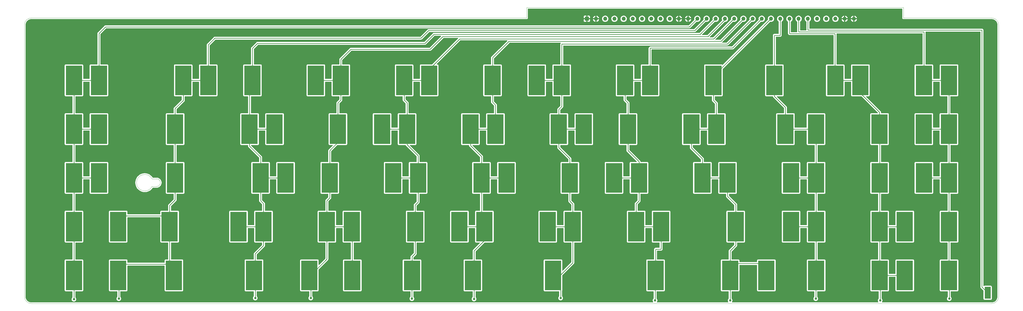
<source format=gbr>
%TF.GenerationSoftware,KiCad,Pcbnew,(5.99.0-12974-ge12f9a194d)*%
%TF.CreationDate,2021-10-29T16:05:09-04:00*%
%TF.ProjectId,FXTal_no_holes,46585461-6c5f-46e6-9f5f-686f6c65732e,rev?*%
%TF.SameCoordinates,PXe1237f8PYe7db780*%
%TF.FileFunction,Copper,L2,Bot*%
%TF.FilePolarity,Positive*%
%FSLAX46Y46*%
G04 Gerber Fmt 4.6, Leading zero omitted, Abs format (unit mm)*
G04 Created by KiCad (PCBNEW (5.99.0-12974-ge12f9a194d)) date 2021-10-29 16:05:09*
%MOMM*%
%LPD*%
G01*
G04 APERTURE LIST*
%TA.AperFunction,Profile*%
%ADD10C,0.050000*%
%TD*%
%TA.AperFunction,SMDPad,CuDef*%
%ADD11R,6.985000X12.700000*%
%TD*%
%TA.AperFunction,ComponentPad*%
%ADD12R,1.700000X1.700000*%
%TD*%
%TA.AperFunction,ComponentPad*%
%ADD13O,1.700000X1.700000*%
%TD*%
%TA.AperFunction,SMDPad,CuDef*%
%ADD14R,2.540000X5.080000*%
%TD*%
%TA.AperFunction,SMDPad,CuDef*%
%ADD15C,1.000000*%
%TD*%
%TA.AperFunction,ViaPad*%
%ADD16C,0.800000*%
%TD*%
%TA.AperFunction,Conductor*%
%ADD17C,0.750000*%
%TD*%
%TA.AperFunction,Conductor*%
%ADD18C,0.250000*%
%TD*%
%TA.AperFunction,Conductor*%
%ADD19C,0.254000*%
%TD*%
G04 APERTURE END LIST*
D10*
X-191375000Y84870000D02*
X21625000Y84870000D01*
X-194375000Y-35130000D02*
X-194362680Y82141607D01*
X221575000Y-38130000D02*
X-191375000Y-38130000D01*
X224575000Y81870000D02*
X224575000Y-35130000D01*
X221575000Y84870000D02*
X183625000Y84870000D01*
X-135875000Y13920000D02*
G75*
G03*
X-137524996Y15570000I-1649999J1D01*
G01*
X-191375000Y84870000D02*
G75*
G03*
X-194362680Y82141607I1J-3000002D01*
G01*
X21625000Y89370000D02*
X183625000Y89370000D01*
X21625000Y84870000D02*
X21625000Y89370000D01*
X-137525000Y12270004D02*
X-139475001Y12270000D01*
X183625000Y89370000D02*
X183625000Y84870000D01*
X-137525000Y12270004D02*
G75*
G03*
X-135875000Y13920000I4J1649996D01*
G01*
X221575000Y-38130000D02*
G75*
G03*
X224575000Y-35130000I-1J3000001D01*
G01*
X-194375000Y-35130000D02*
G75*
G03*
X-191375000Y-38130000I3000001J1D01*
G01*
X224575000Y81870000D02*
G75*
G03*
X221575000Y84870000I-3000001J-1D01*
G01*
X-139475001Y15570000D02*
X-137524996Y15570000D01*
X-139475001Y15570000D02*
G75*
G03*
X-139475001Y12270000I-3149999J-1650000D01*
G01*
D11*
%TO.P,SW_25,COL*%
%TO.N,COL_1*%
X-173063500Y57999000D03*
%TD*%
%TO.P,SW_26,COL*%
%TO.N,COL_1*%
X-162318500Y57999000D03*
%TD*%
%TO.P,SW_22,COL*%
%TO.N,COL_2*%
X-126063500Y57999000D03*
%TD*%
%TO.P,SW_1,COL*%
%TO.N,COL_2*%
X-115318500Y57999000D03*
%TD*%
%TO.P,SW_02,COL*%
%TO.N,COL_3*%
X-96318500Y57999000D03*
%TD*%
%TO.P,SW_03,COL*%
%TO.N,COL_4*%
X-69063500Y57999000D03*
%TD*%
%TO.P,SW_04,COL*%
%TO.N,COL_4*%
X-58318500Y57999000D03*
%TD*%
%TO.P,SW_05,COL*%
%TO.N,COL_5*%
X-31063500Y57999000D03*
%TD*%
%TO.P,SW_06,COL*%
%TO.N,COL_5*%
X-20318500Y57999000D03*
%TD*%
%TO.P,SW_07,COL*%
%TO.N,COL_6*%
X6936500Y57999000D03*
%TD*%
%TO.P,SW_08,COL*%
%TO.N,COL_7*%
X25936500Y57999000D03*
%TD*%
%TO.P,SW_09,COL*%
%TO.N,COL_7*%
X36681500Y57999000D03*
%TD*%
%TO.P,SW_0,COL*%
%TO.N,COL_8*%
X63936500Y57999000D03*
%TD*%
%TO.P,SW_47,COL*%
%TO.N,COL_8*%
X74681500Y57999000D03*
%TD*%
%TO.P,SW_21,COL*%
%TO.N,COL_9*%
X101936500Y57999000D03*
%TD*%
%TO.P,SW_13,COL*%
%TO.N,COL_A*%
X128126500Y57999000D03*
%TD*%
%TO.P,SW_63,COL*%
%TO.N,COL_B*%
X154324000Y57999000D03*
%TD*%
%TO.P,SW_66,COL*%
%TO.N,COL_B*%
X165119000Y57999000D03*
%TD*%
%TO.P,SW_67,COL*%
%TO.N,COL_C*%
X192424000Y57999000D03*
%TD*%
%TO.P,SW_68,COL*%
%TO.N,COL_C*%
X203219000Y57999000D03*
%TD*%
%TO.P,SW_27,COL*%
%TO.N,COL_1*%
X-173063500Y36999000D03*
%TD*%
%TO.P,SW_28,COL*%
%TO.N,COL_1*%
X-162318500Y36999000D03*
%TD*%
%TO.P,SW_90,COL*%
%TO.N,COL_2*%
X-129568500Y36999000D03*
%TD*%
%TO.P,SW_74,COL*%
%TO.N,COL_3*%
X-97563500Y36999000D03*
%TD*%
%TO.P,SW_93,COL*%
%TO.N,COL_3*%
X-86818500Y36999000D03*
%TD*%
%TO.P,SW_19,COL*%
%TO.N,COL_4*%
X-59563500Y36999000D03*
%TD*%
%TO.P,SW_76,COL*%
%TO.N,COL_5*%
X-40563500Y36999000D03*
%TD*%
%TO.P,SW_89,COL*%
%TO.N,COL_5*%
X-29818500Y36999000D03*
%TD*%
%TO.P,SW_95,COL*%
%TO.N,COL_6*%
X-2563500Y36999000D03*
%TD*%
%TO.P,SW_91,COL*%
%TO.N,COL_6*%
X8181500Y36999000D03*
%TD*%
%TO.P,SW_37,COL*%
%TO.N,COL_7*%
X35436500Y36999000D03*
%TD*%
%TO.P,SW_51,COL*%
%TO.N,COL_7*%
X46181500Y36999000D03*
%TD*%
%TO.P,SW_65,COL*%
%TO.N,COL_8*%
X65181500Y36999000D03*
%TD*%
%TO.P,SW_42,COL*%
%TO.N,COL_9*%
X92436500Y36999000D03*
%TD*%
%TO.P,SW_78,COL*%
%TO.N,COL_9*%
X103181500Y36999000D03*
%TD*%
%TO.P,SW_12,COL*%
%TO.N,COL_A*%
X132866500Y36999000D03*
%TD*%
%TO.P,SW_69,COL*%
%TO.N,COL_A*%
X146044000Y36999000D03*
%TD*%
%TO.P,SW_70,COL*%
%TO.N,COL_B*%
X173349000Y36999000D03*
%TD*%
%TO.P,SW_71,COL*%
%TO.N,COL_C*%
X192399000Y36999000D03*
%TD*%
%TO.P,SW_72,COL*%
%TO.N,COL_C*%
X203194000Y36999000D03*
%TD*%
%TO.P,SW_29,COL*%
%TO.N,COL_1*%
X-173063500Y15999000D03*
%TD*%
%TO.P,SW_30,COL*%
%TO.N,COL_1*%
X-162318500Y15999000D03*
%TD*%
%TO.P,SW_15,COL*%
%TO.N,COL_2*%
X-129568500Y15999000D03*
%TD*%
%TO.P,SW_10,COL*%
%TO.N,COL_3*%
X-92813500Y15999000D03*
%TD*%
%TO.P,SW_83,COL*%
%TO.N,COL_3*%
X-82068500Y15999000D03*
%TD*%
%TO.P,SW_17,COL*%
%TO.N,COL_4*%
X-63068500Y15999000D03*
%TD*%
%TO.P,SW_24,COL*%
%TO.N,COL_5*%
X-35813500Y15999000D03*
%TD*%
%TO.P,SW_35,COL*%
%TO.N,COL_5*%
X-25068500Y15999000D03*
%TD*%
%TO.P,SW_36,COL*%
%TO.N,COL_6*%
X2186500Y15999000D03*
%TD*%
%TO.P,SW_38,COL*%
%TO.N,COL_6*%
X12931500Y15999000D03*
%TD*%
%TO.P,SW_39,COL*%
%TO.N,COL_7*%
X40186500Y15999000D03*
%TD*%
%TO.P,SW_40,COL*%
%TO.N,COL_8*%
X59186500Y15999000D03*
%TD*%
%TO.P,SW_84,COL*%
%TO.N,COL_8*%
X69931500Y15999000D03*
%TD*%
%TO.P,SW_75,COL*%
%TO.N,COL_9*%
X97186500Y15999000D03*
%TD*%
%TO.P,SW_50,COL*%
%TO.N,COL_9*%
X107981500Y15999000D03*
%TD*%
%TO.P,SW_20,COL*%
%TO.N,COL_A*%
X135286500Y15999000D03*
%TD*%
%TO.P,SW_73,COL*%
%TO.N,COL_A*%
X146081500Y15999000D03*
%TD*%
%TO.P,SW_53,COL*%
%TO.N,COL_B*%
X173386500Y15999000D03*
%TD*%
%TO.P,SW_54,COL*%
%TO.N,COL_C*%
X192436500Y15999000D03*
%TD*%
%TO.P,SW_55,COL*%
%TO.N,COL_C*%
X203231500Y15999000D03*
%TD*%
%TO.P,SW_31,COL*%
%TO.N,COL_1*%
X-173063500Y-5001000D03*
%TD*%
%TO.P,SW_32,COL*%
%TO.N,COL_2*%
X-154063500Y-5001000D03*
%TD*%
%TO.P,SW_45,COL*%
%TO.N,COL_2*%
X-131943500Y-5001000D03*
%TD*%
%TO.P,SW_49,COL*%
%TO.N,COL_3*%
X-102313500Y-5001000D03*
%TD*%
%TO.P,SW_96,COL*%
%TO.N,COL_3*%
X-91568500Y-5001000D03*
%TD*%
%TO.P,SW_94,COL*%
%TO.N,COL_4*%
X-64313500Y-5001000D03*
%TD*%
%TO.P,SW_14,COL*%
%TO.N,COL_4*%
X-53568500Y-5001000D03*
%TD*%
%TO.P,SW_92,COL*%
%TO.N,COL_5*%
X-26313500Y-5001000D03*
%TD*%
%TO.P,SW_11,COL*%
%TO.N,COL_6*%
X-7313500Y-5001000D03*
%TD*%
%TO.P,SW_48,COL*%
%TO.N,COL_6*%
X3431500Y-5001000D03*
%TD*%
%TO.P,SW_46,COL*%
%TO.N,COL_7*%
X30686500Y-5001000D03*
%TD*%
%TO.P,SW_16,COL*%
%TO.N,COL_7*%
X41431500Y-5001000D03*
%TD*%
%TO.P,SW_18,COL*%
%TO.N,COL_8*%
X68686500Y-5001000D03*
%TD*%
%TO.P,SW_85,COL*%
%TO.N,COL_8*%
X79431500Y-5001000D03*
%TD*%
%TO.P,SW_81,COL*%
%TO.N,COL_9*%
X111499000Y-5001000D03*
%TD*%
%TO.P,SW_82,COL*%
%TO.N,COL_A*%
X135311500Y-5001000D03*
%TD*%
%TO.P,SW_56,COL*%
%TO.N,COL_A*%
X146106500Y-5001000D03*
%TD*%
%TO.P,SW_57,COL*%
%TO.N,COL_B*%
X173411500Y-5001000D03*
%TD*%
%TO.P,SW_58,COL*%
%TO.N,COL_B*%
X184206500Y-5001000D03*
%TD*%
%TO.P,SW_59,COL*%
%TO.N,COL_C*%
X203256500Y-5001000D03*
%TD*%
%TO.P,SW_33,COL*%
%TO.N,COL_1*%
X-173063500Y-26001000D03*
%TD*%
%TO.P,SW_23,COL*%
%TO.N,COL_2*%
X-154063500Y-26001000D03*
%TD*%
%TO.P,SW_43,COL*%
%TO.N,COL_2*%
X-130103500Y-26001000D03*
%TD*%
%TO.P,SW_41,COL*%
%TO.N,COL_4*%
X-71848500Y-26001000D03*
%TD*%
%TO.P,SW_77,COL*%
%TO.N,COL_8*%
X77056500Y-26001000D03*
%TD*%
%TO.P,SW_60,COL*%
%TO.N,COL_A*%
X146106500Y-26001000D03*
%TD*%
%TO.P,SW_61,COL*%
%TO.N,COL_B*%
X173411500Y-26001000D03*
%TD*%
%TO.P,SW_62,COL*%
%TO.N,COL_B*%
X184206500Y-26001000D03*
%TD*%
%TO.P,SW_64,COL*%
%TO.N,COL_C*%
X203256500Y-26001000D03*
%TD*%
D12*
%TO.P,J1,1,GND*%
%TO.N,GND*%
X47485000Y84520000D03*
D13*
%TO.P,J1,2,GND*%
X51445000Y84520000D03*
%TO.P,J1,3,ROW_1*%
%TO.N,ROW_1*%
X55405000Y84520000D03*
%TO.P,J1,4,ROW_2*%
%TO.N,ROW_2*%
X59365000Y84520000D03*
%TO.P,J1,5,ROW_3*%
%TO.N,ROW_3*%
X63325000Y84520000D03*
%TO.P,J1,6,ROW_4*%
%TO.N,ROW_4*%
X67285000Y84520000D03*
%TO.P,J1,7,ROW_5*%
%TO.N,ROW_5*%
X71245000Y84520000D03*
%TO.P,J1,8,ROW_6*%
%TO.N,ROW_6*%
X75205000Y84520000D03*
%TO.P,J1,9,ROW_7*%
%TO.N,ROW_7*%
X79165000Y84520000D03*
%TO.P,J1,10,ROW_8*%
%TO.N,ROW_8*%
X83125000Y84520000D03*
%TO.P,J1,11,GND*%
%TO.N,GND*%
X87085000Y84520000D03*
%TO.P,J1,12,GND*%
X91045000Y84520000D03*
%TO.P,J1,13,COL_1*%
%TO.N,COL_1*%
X95005000Y84520000D03*
%TO.P,J1,14,COL_2*%
%TO.N,COL_2*%
X98965000Y84520000D03*
%TO.P,J1,15,COL_3*%
%TO.N,COL_3*%
X102925000Y84520000D03*
%TO.P,J1,16,COL_4*%
%TO.N,COL_4*%
X106885000Y84520000D03*
%TO.P,J1,17,COL_5*%
%TO.N,COL_5*%
X110845000Y84520000D03*
%TO.P,J1,18,COL_6*%
%TO.N,COL_6*%
X114805000Y84520000D03*
%TO.P,J1,19,COL_7*%
%TO.N,COL_7*%
X118765000Y84520000D03*
%TO.P,J1,20,COL_8*%
%TO.N,COL_8*%
X122725000Y84520000D03*
%TO.P,J1,21,COL_9*%
%TO.N,COL_9*%
X126685000Y84520000D03*
%TO.P,J1,22,COL_A*%
%TO.N,COL_A*%
X130645000Y84520000D03*
%TO.P,J1,23,COL_B*%
%TO.N,COL_B*%
X134605000Y84520000D03*
%TO.P,J1,24,COL_C*%
%TO.N,COL_C*%
X138565000Y84520000D03*
%TO.P,J1,25,COL_D*%
%TO.N,COL_D*%
X142525000Y84520000D03*
%TO.P,J1,26,COL_E*%
%TO.N,COL_E*%
X146485000Y84520000D03*
%TO.P,J1,27,COL_F*%
%TO.N,COL_F*%
X150445000Y84520000D03*
%TO.P,J1,28,COL_G*%
%TO.N,COL_G*%
X154405000Y84520000D03*
%TO.P,J1,29,GND*%
%TO.N,GND*%
X158365000Y84520000D03*
%TO.P,J1,30,GND*%
X162325000Y84520000D03*
%TD*%
D11*
%TO.P,SW_34,COL*%
%TO.N,COL_4*%
X-53372250Y-26001000D03*
%TD*%
%TO.P,SW_44,COL*%
%TO.N,COL_3*%
X-95658500Y-26001000D03*
%TD*%
%TO.P,SW_80,COL*%
%TO.N,COL_9*%
X109121500Y-26001000D03*
%TD*%
D14*
%TO.P,SW_52,COL*%
%TO.N,COL_D*%
X219855000Y-33486000D03*
%TD*%
D11*
%TO.P,SW_86,COL*%
%TO.N,COL_5*%
X-27703500Y-26001000D03*
%TD*%
%TO.P,SW_87,COL*%
%TO.N,COL_7*%
X32931500Y-26001000D03*
%TD*%
%TO.P,SW_79,COL*%
%TO.N,COL_9*%
X124676500Y-26001000D03*
%TD*%
%TO.P,SW_88,COL*%
%TO.N,COL_6*%
X-1523500Y-26001000D03*
%TD*%
D15*
%TO.P,COL_7_TP15,1,1*%
%TO.N,COL_7*%
X36213000Y-35772000D03*
%TD*%
%TO.P,COL_9_TP17,1,1*%
%TO.N,COL_9*%
X109111000Y-36788000D03*
%TD*%
%TO.P,COL_8_TP16,1,1*%
%TO.N,COL_8*%
X76825000Y-36780000D03*
%TD*%
%TO.P,COL_4_TP12,1,1*%
%TO.N,COL_4*%
X-71229000Y-35772000D03*
%TD*%
%TO.P,COL_1_TP9,1,1*%
%TO.N,COL_1*%
X-173083000Y-36280000D03*
%TD*%
%TO.P,COL_B_TP19,1,1*%
%TO.N,COL_B*%
X173627000Y-36788000D03*
%TD*%
%TO.P,COL_6_TP14,1,1*%
%TO.N,COL_6*%
X-1025000Y-36180000D03*
%TD*%
%TO.P,COL_A_TP18,1,1*%
%TO.N,COL_A*%
X145941000Y-36026000D03*
%TD*%
%TO.P,COL_3_TP11,1,1*%
%TO.N,COL_3*%
X-95105000Y-35772000D03*
%TD*%
%TO.P,COL_C_TP20,1,1*%
%TO.N,COL_C*%
X203345000Y-36026000D03*
%TD*%
%TO.P,COL_2_TP10,1,1*%
%TO.N,COL_2*%
X-153779000Y-36026000D03*
%TD*%
%TO.P,COL_5_TP13,1,1*%
%TO.N,COL_5*%
X-27725000Y-36026000D03*
%TD*%
D16*
%TO.N,GND*%
X-143873000Y35602000D03*
X-152255000Y6138000D03*
X-148699000Y8932000D03*
X-137523000Y24426000D03*
X-145397000Y27220000D03*
X-137523000Y30522000D03*
%TD*%
D17*
%TO.N,GND*%
X-137523000Y30522000D02*
X-137523000Y24426000D01*
X-148699000Y8932000D02*
X-149461000Y8932000D01*
X-149461000Y8932000D02*
X-152255000Y6138000D01*
X-143873000Y28744000D02*
X-145397000Y27220000D01*
X-143873000Y35602000D02*
X-143873000Y28744000D01*
D18*
%TO.N,COL_C*%
X203256500Y-5001000D02*
X203256500Y-29873500D01*
X203231500Y15999000D02*
X203231500Y36961500D01*
X192475000Y78870000D02*
X192475000Y58050000D01*
X138565000Y78930000D02*
X138625000Y78870000D01*
X203231500Y15999000D02*
X192436500Y15999000D01*
X138565000Y84520000D02*
X138565000Y78930000D01*
X203194000Y36999000D02*
X192399000Y36999000D01*
X203194000Y36999000D02*
X203194000Y57974000D01*
X203219000Y57999000D02*
X192424000Y57999000D01*
X203256500Y-5001000D02*
X203256500Y15974000D01*
X203345000Y-36026000D02*
X203345000Y-26089500D01*
X138625000Y78870000D02*
X192475000Y78870000D01*
%TO.N,COL_A*%
X130645000Y84520000D02*
X130645000Y77400000D01*
X146106500Y-5001000D02*
X135311500Y-5001000D01*
X146081500Y15999000D02*
X135286500Y15999000D01*
X128125000Y77370000D02*
X128125000Y58004250D01*
X130645000Y77400000D02*
X130615000Y77370000D01*
X128130250Y57999000D02*
X128130250Y51126750D01*
X128130250Y51126750D02*
X132867750Y46389250D01*
X146106500Y-26001000D02*
X146106500Y-5001000D01*
X146106500Y-5001000D02*
X146106500Y15974000D01*
X146044000Y36999000D02*
X132867750Y36999000D01*
X145941000Y-36026000D02*
X145941000Y-26166500D01*
X130615000Y77370000D02*
X128125000Y77370000D01*
X146081500Y15999000D02*
X146081500Y36961500D01*
X132867750Y46389250D02*
X132867750Y36999000D01*
%TO.N,COL_8*%
X68686500Y4829500D02*
X68686500Y-5001000D01*
X69931500Y15999000D02*
X69931500Y6074500D01*
X79431500Y-14673500D02*
X79375000Y-14730000D01*
D19*
X59186500Y15999000D02*
X69931500Y15999000D01*
D18*
X74875000Y71970000D02*
X74681500Y71776500D01*
X63936500Y49534500D02*
X65181500Y48289500D01*
X69931500Y22965500D02*
X69931500Y15999000D01*
X122725000Y84520000D02*
X110175000Y71970000D01*
X79375000Y-14730000D02*
X77125000Y-14730000D01*
X79431500Y-5001000D02*
X79431500Y-14673500D01*
X76853000Y-36280000D02*
X76853000Y-26198250D01*
X63936500Y57999000D02*
X63936500Y49534500D01*
X69931500Y6074500D02*
X68686500Y4829500D01*
X63936500Y57999000D02*
X74681500Y57999000D01*
X77050250Y-14804750D02*
X77050250Y-26001000D01*
X110175000Y71970000D02*
X74875000Y71970000D01*
X79431500Y-5001000D02*
X68686500Y-5001000D01*
X74681500Y71776500D02*
X74681500Y57999000D01*
X65181500Y48289500D02*
X65181500Y36999000D01*
X77125000Y-14730000D02*
X77050250Y-14804750D01*
X65181500Y36999000D02*
X65181500Y27715500D01*
X65181500Y27715500D02*
X69931500Y22965500D01*
D19*
%TO.N,COL_6*%
X3431500Y-5001000D02*
X3431500Y-11023500D01*
D18*
X6936500Y57999000D02*
X6936500Y67793500D01*
X6936500Y67793500D02*
X13988000Y74845000D01*
X13988000Y74845000D02*
X105174000Y74845000D01*
X2186500Y25178500D02*
X2186500Y15999000D01*
D19*
X-982250Y-15437250D02*
X-982250Y-26001000D01*
X-982250Y-26001000D02*
X-982250Y-36137250D01*
D18*
X6936500Y48622500D02*
X8181500Y47377500D01*
D19*
X3431500Y-11023500D02*
X-982250Y-15437250D01*
D18*
X2186500Y15999000D02*
X2186500Y-3756000D01*
X-2563500Y29928500D02*
X2186500Y25178500D01*
X8181500Y47377500D02*
X8181500Y36999000D01*
X6936500Y57999000D02*
X6936500Y48622500D01*
D19*
X-982250Y-36137250D02*
X-1025000Y-36180000D01*
X3431500Y-5001000D02*
X-7313500Y-5001000D01*
D18*
X105174000Y74845000D02*
X114699000Y84370000D01*
X2186500Y15999000D02*
X12931500Y15999000D01*
X-2563500Y36999000D02*
X8181500Y36999000D01*
X-2563500Y36999000D02*
X-2563500Y29928500D01*
%TO.N,COL_4*%
X-71229000Y-26079250D02*
X-71307250Y-26001000D01*
X-53368500Y-26001000D02*
X-53368500Y-5201000D01*
X-59563500Y48283500D02*
X-59563500Y36999000D01*
X-14418000Y76877000D02*
X-19925000Y71370000D01*
X-58318500Y67054500D02*
X-58318500Y57999000D01*
X-19925000Y71370000D02*
X-54003000Y71370000D01*
X-63068500Y7440500D02*
X-64313500Y6195500D01*
X-64313500Y6195500D02*
X-64313500Y-5001000D01*
X-63068500Y27760500D02*
X-63068500Y15999000D01*
X-63068500Y15999000D02*
X-63068500Y7440500D01*
X-54003000Y71370000D02*
X-58318500Y67054500D01*
X-58318500Y57999000D02*
X-69063500Y57999000D01*
X-58318500Y49528500D02*
X-59563500Y48283500D01*
X-53568500Y-5001000D02*
X-64313500Y-5001000D01*
X107079000Y84370000D02*
X99586000Y76877000D01*
X-71229000Y-35772000D02*
X-71229000Y-26079250D01*
X-58318500Y57999000D02*
X-58318500Y49528500D01*
X-59563500Y31265500D02*
X-63068500Y27760500D01*
X-64313500Y-19007250D02*
X-71307250Y-26001000D01*
X99586000Y76877000D02*
X-14418000Y76877000D01*
X-64313500Y-5001000D02*
X-64313500Y-19007250D01*
%TO.N,COL_2*%
X98965000Y84520000D02*
X93915000Y79470000D01*
X-112475000Y76170000D02*
X-115318500Y73326500D01*
X-115318500Y73326500D02*
X-115318500Y57999000D01*
X-153835000Y-330000D02*
X-131715000Y-330000D01*
X-126063500Y49347500D02*
X-129568500Y45842500D01*
X-153779000Y-36026000D02*
X-153779000Y-26285500D01*
X-129568500Y6472500D02*
X-131943500Y4097500D01*
X-126063500Y57999000D02*
X-115318500Y57999000D01*
X-129568500Y15999000D02*
X-129568500Y6472500D01*
X-20525000Y79470000D02*
X-23825000Y76170000D01*
X-23825000Y76170000D02*
X-112475000Y76170000D01*
X93915000Y79470000D02*
X-20525000Y79470000D01*
X-129568500Y15999000D02*
X-129568500Y36999000D01*
X-154872500Y-21180000D02*
X-130377500Y-21180000D01*
X-129568500Y45842500D02*
X-129568500Y36999000D01*
X-131943500Y-5001000D02*
X-131943500Y-23626000D01*
X-131943500Y4097500D02*
X-131943500Y-5001000D01*
X-126063500Y57999000D02*
X-126063500Y49347500D01*
%TO.N,COL_D*%
X217391000Y-31022000D02*
X219855000Y-33486000D01*
X142525000Y84520000D02*
X142525000Y79620000D01*
X217391000Y79620000D02*
X217391000Y-31022000D01*
X142525000Y79620000D02*
X217391000Y79620000D01*
%TO.N,COL_B*%
X134725000Y78120000D02*
X154225000Y78120000D01*
X134605000Y84520000D02*
X134605000Y78240000D01*
X173349000Y44262000D02*
X173349000Y36999000D01*
X173627000Y-36788000D02*
X173627000Y-26216500D01*
X134605000Y78240000D02*
X134725000Y78120000D01*
X154225000Y78120000D02*
X154225000Y58098000D01*
X173411500Y-26001000D02*
X184206500Y-26001000D01*
X173411500Y-26001000D02*
X173411500Y-5001000D01*
X173411500Y-5001000D02*
X173411500Y15974000D01*
X173386500Y15999000D02*
X173386500Y36961500D01*
X173411500Y-5001000D02*
X184206500Y-5001000D01*
X154324000Y57999000D02*
X165119000Y57999000D01*
X165119000Y52492000D02*
X173349000Y44262000D01*
%TO.N,COL_9*%
X111499000Y4512000D02*
X111499000Y-5001000D01*
X101936500Y49380500D02*
X103181500Y48135500D01*
X101936500Y59771500D02*
X126685000Y84520000D01*
X109117750Y-15445250D02*
X109117750Y-26001000D01*
X107981500Y15999000D02*
X97186500Y15999000D01*
X92436500Y36999000D02*
X103181500Y36999000D01*
X109111000Y-36788000D02*
X109111000Y-26007750D01*
X103181500Y48135500D02*
X103181500Y36999000D01*
X111499000Y-13064000D02*
X109117750Y-15445250D01*
X92436500Y36999000D02*
X92436500Y28908500D01*
X101936500Y57999000D02*
X101936500Y49380500D01*
X109117750Y-20880000D02*
X124675250Y-20880000D01*
X92436500Y28908500D02*
X97186500Y24158500D01*
X111499000Y-5001000D02*
X111499000Y-13064000D01*
X107981500Y15999000D02*
X107981500Y8029500D01*
X107981500Y8029500D02*
X111499000Y4512000D01*
X97186500Y24158500D02*
X97186500Y15999000D01*
%TO.N,COL_7*%
X40186500Y24262500D02*
X40186500Y15999000D01*
X35436500Y29012500D02*
X40186500Y24262500D01*
X36681500Y73546500D02*
X36681500Y57999000D01*
X35436500Y45493500D02*
X35436500Y36999000D01*
X118765000Y84520000D02*
X107875000Y73630000D01*
D19*
X46181500Y36999000D02*
X35436500Y36999000D01*
D18*
X41431500Y4729500D02*
X41431500Y-5001000D01*
X41431500Y-5001000D02*
X41431500Y-20574750D01*
X41431500Y-20574750D02*
X36005250Y-26001000D01*
X36681500Y57999000D02*
X25936500Y57999000D01*
X40186500Y5974500D02*
X41431500Y4729500D01*
X36681500Y46738500D02*
X35436500Y45493500D01*
X107875000Y73630000D02*
X36765000Y73630000D01*
X36213000Y-35772000D02*
X36213000Y-26208750D01*
X40186500Y15999000D02*
X40186500Y5974500D01*
X36681500Y57999000D02*
X36681500Y46738500D01*
X36213000Y-26208750D02*
X36005250Y-26001000D01*
X35436500Y36999000D02*
X35436500Y29012500D01*
X36765000Y73630000D02*
X36681500Y73546500D01*
X30686500Y-5001000D02*
X41431500Y-5001000D01*
%TO.N,COL_5*%
X-26313500Y4317500D02*
X-26313500Y-5001000D01*
X-31063500Y57999000D02*
X-31063500Y49538500D01*
X-25068500Y15999000D02*
X-35813500Y15999000D01*
X-29818500Y48293500D02*
X-29818500Y36999000D01*
X-7175000Y75870000D02*
X102025000Y75870000D01*
X-20318500Y62726500D02*
X-7175000Y75870000D01*
D19*
X-29818500Y36999000D02*
X-40563500Y36999000D01*
D18*
X102025000Y75870000D02*
X110575000Y84420000D01*
X-27703500Y-26001000D02*
X-27703500Y-18008500D01*
X-25068500Y5562500D02*
X-26313500Y4317500D01*
X-26313500Y-16618500D02*
X-26313500Y-5001000D01*
X-25068500Y25509500D02*
X-25068500Y15999000D01*
X-31063500Y49538500D02*
X-29818500Y48293500D01*
X-20318500Y57999000D02*
X-20318500Y62726500D01*
X-27725000Y-36026000D02*
X-27725000Y-26022500D01*
X-27725000Y-26022500D02*
X-27703500Y-26001000D01*
X-27703500Y-18008500D02*
X-26313500Y-16618500D01*
X-25068500Y15999000D02*
X-25068500Y5562500D01*
X-29818500Y30259500D02*
X-25068500Y25509500D01*
X-31063500Y57999000D02*
X-20318500Y57999000D01*
X-29818500Y36999000D02*
X-29818500Y30259500D01*
%TO.N,COL_3*%
X-95105000Y-35772000D02*
X-95105000Y-26015750D01*
X-92813500Y15999000D02*
X-92813500Y6132500D01*
X-94175000Y73920000D02*
X-96318500Y71776500D01*
X-97563500Y52701500D02*
X-97563500Y36999000D01*
X-92813500Y24928500D02*
X-92813500Y15999000D01*
X102925000Y84520000D02*
X96225000Y77820000D01*
X-97563500Y29678500D02*
X-92813500Y24928500D01*
X-92813500Y15999000D02*
X-82068500Y15999000D01*
X-95105000Y-26015750D02*
X-95119750Y-26001000D01*
X-91568500Y4887500D02*
X-91568500Y-5001000D01*
X-102313500Y-5001000D02*
X-91568500Y-5001000D01*
X-91568500Y-5001000D02*
X-91568500Y-13185500D01*
X-95119750Y-16736750D02*
X-95119750Y-26001000D01*
X-18275000Y77820000D02*
X-22175000Y73920000D01*
X-96318500Y71776500D02*
X-96318500Y57999000D01*
X-91568500Y-13185500D02*
X-95119750Y-16736750D01*
X-92813500Y6132500D02*
X-91568500Y4887500D01*
X-97563500Y36999000D02*
X-97563500Y29678500D01*
X-22175000Y73920000D02*
X-94175000Y73920000D01*
X-97563500Y36999000D02*
X-86818500Y36999000D01*
X96225000Y77820000D02*
X-18275000Y77820000D01*
%TO.N,COL_1*%
X-173063500Y-5001000D02*
X-173063500Y-26001000D01*
X-162318500Y78226500D02*
X-159505000Y81040000D01*
X-173063500Y15999000D02*
X-162318500Y15999000D01*
X-173063500Y36999000D02*
X-173063500Y57999000D01*
X-159505000Y81040000D02*
X91525000Y81040000D01*
X-173083000Y-36280000D02*
X-173083000Y-26020500D01*
X-173063500Y36999000D02*
X-162318500Y36999000D01*
X-162318500Y57999000D02*
X-162318500Y78226500D01*
X-173063500Y15999000D02*
X-173063500Y36999000D01*
X-173063500Y-5001000D02*
X-173063500Y15999000D01*
X-173063500Y57999000D02*
X-162318500Y57999000D01*
X91525000Y81040000D02*
X95005000Y84520000D01*
%TD*%
%TA.AperFunction,Conductor*%
%TO.N,GND*%
G36*
X183059121Y88841998D02*
G01*
X183105614Y88788342D01*
X183117000Y88736000D01*
X183117000Y84878702D01*
X183116998Y84877932D01*
X183116524Y84800348D01*
X183118990Y84791719D01*
X183118991Y84791714D01*
X183124639Y84771952D01*
X183128217Y84755191D01*
X183131130Y84734848D01*
X183131133Y84734838D01*
X183132405Y84725955D01*
X183143021Y84702605D01*
X183149464Y84685093D01*
X183156512Y84660435D01*
X183172274Y84635452D01*
X183180404Y84620386D01*
X183192633Y84593490D01*
X183209374Y84574061D01*
X183220479Y84559053D01*
X183234160Y84537369D01*
X183253827Y84520000D01*
X183256296Y84517819D01*
X183268340Y84505627D01*
X183287619Y84483253D01*
X183295147Y84478374D01*
X183295150Y84478371D01*
X183309139Y84469304D01*
X183324013Y84458014D01*
X183343228Y84441044D01*
X183351354Y84437229D01*
X183351355Y84437228D01*
X183357021Y84434568D01*
X183369966Y84428490D01*
X183384935Y84420176D01*
X183409727Y84404107D01*
X183426650Y84399046D01*
X183434290Y84396761D01*
X183451736Y84390099D01*
X183474948Y84379201D01*
X183504130Y84374657D01*
X183520849Y84370874D01*
X183540536Y84364986D01*
X183540539Y84364985D01*
X183549141Y84362413D01*
X183558116Y84362358D01*
X183558117Y84362358D01*
X183564810Y84362317D01*
X183583556Y84362203D01*
X183584328Y84362170D01*
X183585423Y84362000D01*
X183616298Y84362000D01*
X183617068Y84361998D01*
X183690716Y84361548D01*
X183690717Y84361548D01*
X183694652Y84361524D01*
X183695996Y84361908D01*
X183697341Y84362000D01*
X221525672Y84362000D01*
X221545057Y84360500D01*
X221559858Y84358195D01*
X221559861Y84358195D01*
X221568730Y84356814D01*
X221585899Y84359059D01*
X221609839Y84359892D01*
X221867770Y84344290D01*
X221882874Y84342456D01*
X221921089Y84335453D01*
X222163879Y84290960D01*
X222178641Y84287322D01*
X222451408Y84202325D01*
X222465627Y84196931D01*
X222726140Y84079684D01*
X222739609Y84072615D01*
X222984095Y83924818D01*
X222996617Y83916175D01*
X223221507Y83739984D01*
X223232895Y83729894D01*
X223434894Y83527895D01*
X223444984Y83516507D01*
X223621175Y83291617D01*
X223629818Y83279095D01*
X223777615Y83034609D01*
X223784686Y83021136D01*
X223901930Y82760630D01*
X223907325Y82746408D01*
X223974442Y82531024D01*
X223992321Y82473647D01*
X223995960Y82458879D01*
X224011129Y82376109D01*
X224047456Y82177874D01*
X224049290Y82162770D01*
X224064455Y81912071D01*
X224063198Y81885361D01*
X224063195Y81885141D01*
X224061814Y81876270D01*
X224062978Y81867368D01*
X224062978Y81867365D01*
X224065936Y81844749D01*
X224067000Y81828411D01*
X224067000Y-35080672D01*
X224065500Y-35100056D01*
X224061814Y-35123730D01*
X224063454Y-35136270D01*
X224064059Y-35140897D01*
X224064892Y-35164839D01*
X224049290Y-35422770D01*
X224047456Y-35437874D01*
X224040788Y-35474259D01*
X223996777Y-35714428D01*
X223995962Y-35718873D01*
X223992322Y-35733641D01*
X223907537Y-36005726D01*
X223907326Y-36006404D01*
X223901931Y-36020627D01*
X223786775Y-36276495D01*
X223784686Y-36281136D01*
X223777615Y-36294609D01*
X223629818Y-36539095D01*
X223621175Y-36551617D01*
X223444984Y-36776507D01*
X223434894Y-36787895D01*
X223232895Y-36989894D01*
X223221507Y-36999984D01*
X222996617Y-37176175D01*
X222984095Y-37184818D01*
X222739609Y-37332615D01*
X222726140Y-37339684D01*
X222465630Y-37456930D01*
X222451408Y-37462325D01*
X222178641Y-37547322D01*
X222163879Y-37550960D01*
X221953648Y-37589486D01*
X221882874Y-37602456D01*
X221867770Y-37604290D01*
X221617071Y-37619455D01*
X221590361Y-37618198D01*
X221590141Y-37618195D01*
X221581270Y-37616814D01*
X221572368Y-37617978D01*
X221572365Y-37617978D01*
X221549749Y-37620936D01*
X221533411Y-37622000D01*
X174514617Y-37622000D01*
X174446496Y-37601998D01*
X174400003Y-37548342D01*
X174389899Y-37478068D01*
X174419235Y-37413670D01*
X174430541Y-37400572D01*
X174455078Y-37372145D01*
X174552769Y-37200179D01*
X174615197Y-37012513D01*
X174639985Y-36816295D01*
X174640380Y-36788000D01*
X174621080Y-36591167D01*
X174616883Y-36577264D01*
X174585727Y-36474073D01*
X174563916Y-36401831D01*
X174471066Y-36227204D01*
X174358595Y-36089301D01*
X174349960Y-36078713D01*
X174349957Y-36078710D01*
X174346065Y-36073938D01*
X174336395Y-36065938D01*
X174306184Y-36040945D01*
X174266446Y-35982111D01*
X174260500Y-35943861D01*
X174260500Y-32985500D01*
X174280502Y-32917379D01*
X174334158Y-32870886D01*
X174386500Y-32859500D01*
X176952134Y-32859500D01*
X177014316Y-32852745D01*
X177150705Y-32801615D01*
X177267261Y-32714261D01*
X177354615Y-32597705D01*
X177405745Y-32461316D01*
X177412500Y-32399134D01*
X177412500Y-26760500D01*
X177432502Y-26692379D01*
X177486158Y-26645886D01*
X177538500Y-26634500D01*
X180079500Y-26634500D01*
X180147621Y-26654502D01*
X180194114Y-26708158D01*
X180205500Y-26760500D01*
X180205500Y-32399134D01*
X180212255Y-32461316D01*
X180263385Y-32597705D01*
X180350739Y-32714261D01*
X180467295Y-32801615D01*
X180603684Y-32852745D01*
X180665866Y-32859500D01*
X187747134Y-32859500D01*
X187809316Y-32852745D01*
X187945705Y-32801615D01*
X188062261Y-32714261D01*
X188149615Y-32597705D01*
X188200745Y-32461316D01*
X188207500Y-32399134D01*
X188207500Y-19602866D01*
X188200745Y-19540684D01*
X188149615Y-19404295D01*
X188062261Y-19287739D01*
X187945705Y-19200385D01*
X187809316Y-19149255D01*
X187747134Y-19142500D01*
X180665866Y-19142500D01*
X180603684Y-19149255D01*
X180467295Y-19200385D01*
X180350739Y-19287739D01*
X180263385Y-19404295D01*
X180212255Y-19540684D01*
X180205500Y-19602866D01*
X180205500Y-25241500D01*
X180185498Y-25309621D01*
X180131842Y-25356114D01*
X180079500Y-25367500D01*
X177538500Y-25367500D01*
X177470379Y-25347498D01*
X177423886Y-25293842D01*
X177412500Y-25241500D01*
X177412500Y-19602866D01*
X177405745Y-19540684D01*
X177354615Y-19404295D01*
X177267261Y-19287739D01*
X177150705Y-19200385D01*
X177014316Y-19149255D01*
X176952134Y-19142500D01*
X174171000Y-19142500D01*
X174102879Y-19122498D01*
X174056386Y-19068842D01*
X174045000Y-19016500D01*
X174045000Y-11985500D01*
X174065002Y-11917379D01*
X174118658Y-11870886D01*
X174171000Y-11859500D01*
X176952134Y-11859500D01*
X177014316Y-11852745D01*
X177150705Y-11801615D01*
X177267261Y-11714261D01*
X177354615Y-11597705D01*
X177405745Y-11461316D01*
X177412500Y-11399134D01*
X177412500Y-5760500D01*
X177432502Y-5692379D01*
X177486158Y-5645886D01*
X177538500Y-5634500D01*
X180079500Y-5634500D01*
X180147621Y-5654502D01*
X180194114Y-5708158D01*
X180205500Y-5760500D01*
X180205500Y-11399134D01*
X180212255Y-11461316D01*
X180263385Y-11597705D01*
X180350739Y-11714261D01*
X180467295Y-11801615D01*
X180603684Y-11852745D01*
X180665866Y-11859500D01*
X187747134Y-11859500D01*
X187809316Y-11852745D01*
X187945705Y-11801615D01*
X188062261Y-11714261D01*
X188149615Y-11597705D01*
X188200745Y-11461316D01*
X188207500Y-11399134D01*
X188207500Y1397134D01*
X188200745Y1459316D01*
X188149615Y1595705D01*
X188062261Y1712261D01*
X187945705Y1799615D01*
X187809316Y1850745D01*
X187747134Y1857500D01*
X180665866Y1857500D01*
X180603684Y1850745D01*
X180467295Y1799615D01*
X180350739Y1712261D01*
X180263385Y1595705D01*
X180212255Y1459316D01*
X180205500Y1397134D01*
X180205500Y-4241500D01*
X180185498Y-4309621D01*
X180131842Y-4356114D01*
X180079500Y-4367500D01*
X177538500Y-4367500D01*
X177470379Y-4347498D01*
X177423886Y-4293842D01*
X177412500Y-4241500D01*
X177412500Y1397134D01*
X177405745Y1459316D01*
X177354615Y1595705D01*
X177267261Y1712261D01*
X177150705Y1799615D01*
X177014316Y1850745D01*
X176952134Y1857500D01*
X174171000Y1857500D01*
X174102879Y1877502D01*
X174056386Y1931158D01*
X174045000Y1983500D01*
X174045000Y9014500D01*
X174065002Y9082621D01*
X174118658Y9129114D01*
X174171000Y9140500D01*
X176927134Y9140500D01*
X176989316Y9147255D01*
X177125705Y9198385D01*
X177242261Y9285739D01*
X177329615Y9402295D01*
X177380745Y9538684D01*
X177387500Y9600866D01*
X177387500Y22397134D01*
X177380745Y22459316D01*
X177329615Y22595705D01*
X177242261Y22712261D01*
X177125705Y22799615D01*
X176989316Y22850745D01*
X176927134Y22857500D01*
X174146000Y22857500D01*
X174077879Y22877502D01*
X174031386Y22931158D01*
X174020000Y22983500D01*
X174020000Y30014500D01*
X174040002Y30082621D01*
X174093658Y30129114D01*
X174146000Y30140500D01*
X176889634Y30140500D01*
X176951816Y30147255D01*
X177088205Y30198385D01*
X177204761Y30285739D01*
X177292115Y30402295D01*
X177343245Y30538684D01*
X177350000Y30600866D01*
X177350000Y43397134D01*
X177343245Y43459316D01*
X177292115Y43595705D01*
X177204761Y43712261D01*
X177088205Y43799615D01*
X176951816Y43850745D01*
X176889634Y43857500D01*
X174108500Y43857500D01*
X174040379Y43877502D01*
X173993886Y43931158D01*
X173982500Y43983500D01*
X173982500Y44183232D01*
X173983027Y44194415D01*
X173984702Y44201908D01*
X173982562Y44269999D01*
X173982500Y44273956D01*
X173982500Y44301856D01*
X173981996Y44305847D01*
X173981063Y44317689D01*
X173979923Y44353964D01*
X173979674Y44361889D01*
X173974021Y44381348D01*
X173970012Y44400707D01*
X173969846Y44402017D01*
X173967474Y44420797D01*
X173964558Y44428163D01*
X173964556Y44428169D01*
X173951200Y44461902D01*
X173947355Y44473132D01*
X173937230Y44507983D01*
X173937230Y44507984D01*
X173935019Y44515593D01*
X173924705Y44533034D01*
X173916008Y44550787D01*
X173911472Y44562242D01*
X173908552Y44569617D01*
X173882563Y44605388D01*
X173876047Y44615308D01*
X173857578Y44646537D01*
X173853542Y44653362D01*
X173839221Y44667683D01*
X173826380Y44682717D01*
X173819131Y44692694D01*
X173814472Y44699107D01*
X173780395Y44727298D01*
X173771616Y44735288D01*
X167581500Y50925405D01*
X167547474Y50987717D01*
X167552539Y51058532D01*
X167595086Y51115368D01*
X167661606Y51140179D01*
X167670595Y51140500D01*
X168659634Y51140500D01*
X168721816Y51147255D01*
X168858205Y51198385D01*
X168974761Y51285739D01*
X169062115Y51402295D01*
X169113245Y51538684D01*
X169120000Y51600866D01*
X169120000Y64397134D01*
X169113245Y64459316D01*
X169062115Y64595705D01*
X168974761Y64712261D01*
X168858205Y64799615D01*
X168721816Y64850745D01*
X168659634Y64857500D01*
X161578366Y64857500D01*
X161516184Y64850745D01*
X161379795Y64799615D01*
X161263239Y64712261D01*
X161175885Y64595705D01*
X161124755Y64459316D01*
X161118000Y64397134D01*
X161118000Y58758500D01*
X161097998Y58690379D01*
X161044342Y58643886D01*
X160992000Y58632500D01*
X158451000Y58632500D01*
X158382879Y58652502D01*
X158336386Y58706158D01*
X158325000Y58758500D01*
X158325000Y64397134D01*
X158318245Y64459316D01*
X158267115Y64595705D01*
X158179761Y64712261D01*
X158063205Y64799615D01*
X157926816Y64850745D01*
X157864634Y64857500D01*
X154984500Y64857500D01*
X154916379Y64877502D01*
X154869886Y64931158D01*
X154858500Y64983500D01*
X154858500Y78048207D01*
X154860732Y78071816D01*
X154860790Y78072119D01*
X154860790Y78072123D01*
X154862275Y78079906D01*
X154860848Y78102589D01*
X154876533Y78171831D01*
X154927164Y78221601D01*
X154986599Y78236500D01*
X191715500Y78236500D01*
X191783621Y78216498D01*
X191830114Y78162842D01*
X191841500Y78110500D01*
X191841500Y64983500D01*
X191821498Y64915379D01*
X191767842Y64868886D01*
X191715500Y64857500D01*
X188883366Y64857500D01*
X188821184Y64850745D01*
X188684795Y64799615D01*
X188568239Y64712261D01*
X188480885Y64595705D01*
X188429755Y64459316D01*
X188423000Y64397134D01*
X188423000Y51600866D01*
X188429755Y51538684D01*
X188480885Y51402295D01*
X188568239Y51285739D01*
X188684795Y51198385D01*
X188821184Y51147255D01*
X188883366Y51140500D01*
X195964634Y51140500D01*
X196026816Y51147255D01*
X196163205Y51198385D01*
X196279761Y51285739D01*
X196367115Y51402295D01*
X196418245Y51538684D01*
X196425000Y51600866D01*
X196425000Y57239500D01*
X196445002Y57307621D01*
X196498658Y57354114D01*
X196551000Y57365500D01*
X199092000Y57365500D01*
X199160121Y57345498D01*
X199206614Y57291842D01*
X199218000Y57239500D01*
X199218000Y51600866D01*
X199224755Y51538684D01*
X199275885Y51402295D01*
X199363239Y51285739D01*
X199479795Y51198385D01*
X199616184Y51147255D01*
X199678366Y51140500D01*
X202434500Y51140500D01*
X202502621Y51120498D01*
X202549114Y51066842D01*
X202560500Y51014500D01*
X202560500Y43983500D01*
X202540498Y43915379D01*
X202486842Y43868886D01*
X202434500Y43857500D01*
X199653366Y43857500D01*
X199591184Y43850745D01*
X199454795Y43799615D01*
X199338239Y43712261D01*
X199250885Y43595705D01*
X199199755Y43459316D01*
X199193000Y43397134D01*
X199193000Y37758500D01*
X199172998Y37690379D01*
X199119342Y37643886D01*
X199067000Y37632500D01*
X196526000Y37632500D01*
X196457879Y37652502D01*
X196411386Y37706158D01*
X196400000Y37758500D01*
X196400000Y43397134D01*
X196393245Y43459316D01*
X196342115Y43595705D01*
X196254761Y43712261D01*
X196138205Y43799615D01*
X196001816Y43850745D01*
X195939634Y43857500D01*
X188858366Y43857500D01*
X188796184Y43850745D01*
X188659795Y43799615D01*
X188543239Y43712261D01*
X188455885Y43595705D01*
X188404755Y43459316D01*
X188398000Y43397134D01*
X188398000Y30600866D01*
X188404755Y30538684D01*
X188455885Y30402295D01*
X188543239Y30285739D01*
X188659795Y30198385D01*
X188796184Y30147255D01*
X188858366Y30140500D01*
X195939634Y30140500D01*
X196001816Y30147255D01*
X196138205Y30198385D01*
X196254761Y30285739D01*
X196342115Y30402295D01*
X196393245Y30538684D01*
X196400000Y30600866D01*
X196400000Y36239500D01*
X196420002Y36307621D01*
X196473658Y36354114D01*
X196526000Y36365500D01*
X199067000Y36365500D01*
X199135121Y36345498D01*
X199181614Y36291842D01*
X199193000Y36239500D01*
X199193000Y30600866D01*
X199199755Y30538684D01*
X199250885Y30402295D01*
X199338239Y30285739D01*
X199454795Y30198385D01*
X199591184Y30147255D01*
X199653366Y30140500D01*
X202472000Y30140500D01*
X202540121Y30120498D01*
X202586614Y30066842D01*
X202598000Y30014500D01*
X202598000Y22983500D01*
X202577998Y22915379D01*
X202524342Y22868886D01*
X202472000Y22857500D01*
X199690866Y22857500D01*
X199628684Y22850745D01*
X199492295Y22799615D01*
X199375739Y22712261D01*
X199288385Y22595705D01*
X199237255Y22459316D01*
X199230500Y22397134D01*
X199230500Y16758500D01*
X199210498Y16690379D01*
X199156842Y16643886D01*
X199104500Y16632500D01*
X196563500Y16632500D01*
X196495379Y16652502D01*
X196448886Y16706158D01*
X196437500Y16758500D01*
X196437500Y22397134D01*
X196430745Y22459316D01*
X196379615Y22595705D01*
X196292261Y22712261D01*
X196175705Y22799615D01*
X196039316Y22850745D01*
X195977134Y22857500D01*
X188895866Y22857500D01*
X188833684Y22850745D01*
X188697295Y22799615D01*
X188580739Y22712261D01*
X188493385Y22595705D01*
X188442255Y22459316D01*
X188435500Y22397134D01*
X188435500Y9600866D01*
X188442255Y9538684D01*
X188493385Y9402295D01*
X188580739Y9285739D01*
X188697295Y9198385D01*
X188833684Y9147255D01*
X188895866Y9140500D01*
X195977134Y9140500D01*
X196039316Y9147255D01*
X196175705Y9198385D01*
X196292261Y9285739D01*
X196379615Y9402295D01*
X196430745Y9538684D01*
X196437500Y9600866D01*
X196437500Y15239500D01*
X196457502Y15307621D01*
X196511158Y15354114D01*
X196563500Y15365500D01*
X199104500Y15365500D01*
X199172621Y15345498D01*
X199219114Y15291842D01*
X199230500Y15239500D01*
X199230500Y9600866D01*
X199237255Y9538684D01*
X199288385Y9402295D01*
X199375739Y9285739D01*
X199492295Y9198385D01*
X199628684Y9147255D01*
X199690866Y9140500D01*
X202497000Y9140500D01*
X202565121Y9120498D01*
X202611614Y9066842D01*
X202623000Y9014500D01*
X202623000Y1983500D01*
X202602998Y1915379D01*
X202549342Y1868886D01*
X202497000Y1857500D01*
X199715866Y1857500D01*
X199653684Y1850745D01*
X199517295Y1799615D01*
X199400739Y1712261D01*
X199313385Y1595705D01*
X199262255Y1459316D01*
X199255500Y1397134D01*
X199255500Y-11399134D01*
X199262255Y-11461316D01*
X199313385Y-11597705D01*
X199400739Y-11714261D01*
X199517295Y-11801615D01*
X199653684Y-11852745D01*
X199715866Y-11859500D01*
X202497000Y-11859500D01*
X202565121Y-11879502D01*
X202611614Y-11933158D01*
X202623000Y-11985500D01*
X202623000Y-19016500D01*
X202602998Y-19084621D01*
X202549342Y-19131114D01*
X202497000Y-19142500D01*
X199715866Y-19142500D01*
X199653684Y-19149255D01*
X199517295Y-19200385D01*
X199400739Y-19287739D01*
X199313385Y-19404295D01*
X199262255Y-19540684D01*
X199255500Y-19602866D01*
X199255500Y-32399134D01*
X199262255Y-32461316D01*
X199313385Y-32597705D01*
X199400739Y-32714261D01*
X199517295Y-32801615D01*
X199653684Y-32852745D01*
X199715866Y-32859500D01*
X202585500Y-32859500D01*
X202653621Y-32879502D01*
X202700114Y-32933158D01*
X202711500Y-32985500D01*
X202711500Y-35180876D01*
X202691498Y-35248997D01*
X202664456Y-35279069D01*
X202635975Y-35301968D01*
X202508846Y-35453474D01*
X202505879Y-35458872D01*
X202505875Y-35458877D01*
X202465086Y-35533073D01*
X202413567Y-35626787D01*
X202411706Y-35632654D01*
X202411705Y-35632656D01*
X202366385Y-35775523D01*
X202353765Y-35815306D01*
X202331719Y-36011851D01*
X202332235Y-36017995D01*
X202346640Y-36189542D01*
X202348268Y-36208934D01*
X202366554Y-36272705D01*
X202399727Y-36388392D01*
X202402783Y-36399050D01*
X202408598Y-36410365D01*
X202459992Y-36510365D01*
X202493187Y-36574956D01*
X202616035Y-36729953D01*
X202620728Y-36733947D01*
X202620729Y-36733948D01*
X202732364Y-36828956D01*
X202766650Y-36858136D01*
X202939294Y-36954624D01*
X203127392Y-37015740D01*
X203323777Y-37039158D01*
X203329912Y-37038686D01*
X203329914Y-37038686D01*
X203514830Y-37024457D01*
X203514834Y-37024456D01*
X203520972Y-37023984D01*
X203711463Y-36970798D01*
X203716967Y-36968018D01*
X203716969Y-36968017D01*
X203882495Y-36884404D01*
X203882497Y-36884403D01*
X203887996Y-36881625D01*
X204043847Y-36759861D01*
X204157990Y-36627625D01*
X204169049Y-36614813D01*
X204169050Y-36614811D01*
X204173078Y-36610145D01*
X204270769Y-36438179D01*
X204333197Y-36250513D01*
X204357985Y-36054295D01*
X204358380Y-36026000D01*
X204339080Y-35829167D01*
X204328412Y-35793831D01*
X204283697Y-35645731D01*
X204281916Y-35639831D01*
X204189066Y-35465204D01*
X204118479Y-35378656D01*
X204067960Y-35316713D01*
X204067957Y-35316710D01*
X204064065Y-35311938D01*
X204057724Y-35306692D01*
X204024184Y-35278945D01*
X203984446Y-35220111D01*
X203978500Y-35181861D01*
X203978500Y-32985500D01*
X203998502Y-32917379D01*
X204052158Y-32870886D01*
X204104500Y-32859500D01*
X206797134Y-32859500D01*
X206859316Y-32852745D01*
X206995705Y-32801615D01*
X207112261Y-32714261D01*
X207199615Y-32597705D01*
X207250745Y-32461316D01*
X207257500Y-32399134D01*
X207257500Y-19602866D01*
X207250745Y-19540684D01*
X207199615Y-19404295D01*
X207112261Y-19287739D01*
X206995705Y-19200385D01*
X206859316Y-19149255D01*
X206797134Y-19142500D01*
X204016000Y-19142500D01*
X203947879Y-19122498D01*
X203901386Y-19068842D01*
X203890000Y-19016500D01*
X203890000Y-11985500D01*
X203910002Y-11917379D01*
X203963658Y-11870886D01*
X204016000Y-11859500D01*
X206797134Y-11859500D01*
X206859316Y-11852745D01*
X206995705Y-11801615D01*
X207112261Y-11714261D01*
X207199615Y-11597705D01*
X207250745Y-11461316D01*
X207257500Y-11399134D01*
X207257500Y1397134D01*
X207250745Y1459316D01*
X207199615Y1595705D01*
X207112261Y1712261D01*
X206995705Y1799615D01*
X206859316Y1850745D01*
X206797134Y1857500D01*
X204016000Y1857500D01*
X203947879Y1877502D01*
X203901386Y1931158D01*
X203890000Y1983500D01*
X203890000Y9014500D01*
X203910002Y9082621D01*
X203963658Y9129114D01*
X204016000Y9140500D01*
X206772134Y9140500D01*
X206834316Y9147255D01*
X206970705Y9198385D01*
X207087261Y9285739D01*
X207174615Y9402295D01*
X207225745Y9538684D01*
X207232500Y9600866D01*
X207232500Y22397134D01*
X207225745Y22459316D01*
X207174615Y22595705D01*
X207087261Y22712261D01*
X206970705Y22799615D01*
X206834316Y22850745D01*
X206772134Y22857500D01*
X203991000Y22857500D01*
X203922879Y22877502D01*
X203876386Y22931158D01*
X203865000Y22983500D01*
X203865000Y30014500D01*
X203885002Y30082621D01*
X203938658Y30129114D01*
X203991000Y30140500D01*
X206734634Y30140500D01*
X206796816Y30147255D01*
X206933205Y30198385D01*
X207049761Y30285739D01*
X207137115Y30402295D01*
X207188245Y30538684D01*
X207195000Y30600866D01*
X207195000Y43397134D01*
X207188245Y43459316D01*
X207137115Y43595705D01*
X207049761Y43712261D01*
X206933205Y43799615D01*
X206796816Y43850745D01*
X206734634Y43857500D01*
X203953500Y43857500D01*
X203885379Y43877502D01*
X203838886Y43931158D01*
X203827500Y43983500D01*
X203827500Y51014500D01*
X203847502Y51082621D01*
X203901158Y51129114D01*
X203953500Y51140500D01*
X206759634Y51140500D01*
X206821816Y51147255D01*
X206958205Y51198385D01*
X207074761Y51285739D01*
X207162115Y51402295D01*
X207213245Y51538684D01*
X207220000Y51600866D01*
X207220000Y64397134D01*
X207213245Y64459316D01*
X207162115Y64595705D01*
X207074761Y64712261D01*
X206958205Y64799615D01*
X206821816Y64850745D01*
X206759634Y64857500D01*
X199678366Y64857500D01*
X199616184Y64850745D01*
X199479795Y64799615D01*
X199363239Y64712261D01*
X199275885Y64595705D01*
X199224755Y64459316D01*
X199218000Y64397134D01*
X199218000Y58758500D01*
X199197998Y58690379D01*
X199144342Y58643886D01*
X199092000Y58632500D01*
X196551000Y58632500D01*
X196482879Y58652502D01*
X196436386Y58706158D01*
X196425000Y58758500D01*
X196425000Y64397134D01*
X196418245Y64459316D01*
X196367115Y64595705D01*
X196279761Y64712261D01*
X196163205Y64799615D01*
X196026816Y64850745D01*
X195964634Y64857500D01*
X193234500Y64857500D01*
X193166379Y64877502D01*
X193119886Y64931158D01*
X193108500Y64983500D01*
X193108500Y78798207D01*
X193110732Y78821816D01*
X193110790Y78822119D01*
X193110790Y78822123D01*
X193112275Y78829906D01*
X193110848Y78852589D01*
X193126533Y78921831D01*
X193177164Y78971601D01*
X193236599Y78986500D01*
X216631500Y78986500D01*
X216699621Y78966498D01*
X216746114Y78912842D01*
X216757500Y78860500D01*
X216757500Y-30943233D01*
X216756973Y-30954416D01*
X216755298Y-30961909D01*
X216755547Y-30969835D01*
X216755547Y-30969836D01*
X216757438Y-31029986D01*
X216757500Y-31033945D01*
X216757500Y-31061856D01*
X216757997Y-31065790D01*
X216757997Y-31065791D01*
X216758005Y-31065856D01*
X216758938Y-31077693D01*
X216760327Y-31121889D01*
X216765978Y-31141339D01*
X216769987Y-31160700D01*
X216772526Y-31180797D01*
X216775445Y-31188168D01*
X216775445Y-31188170D01*
X216788804Y-31221912D01*
X216792649Y-31233142D01*
X216804982Y-31275593D01*
X216809015Y-31282412D01*
X216809017Y-31282417D01*
X216815293Y-31293028D01*
X216823988Y-31310776D01*
X216831448Y-31329617D01*
X216836110Y-31336033D01*
X216836110Y-31336034D01*
X216857436Y-31365387D01*
X216863952Y-31375307D01*
X216886458Y-31413362D01*
X216900779Y-31427683D01*
X216913619Y-31442716D01*
X216925528Y-31459107D01*
X216931634Y-31464158D01*
X216959605Y-31487298D01*
X216968384Y-31495288D01*
X218039595Y-32566499D01*
X218073621Y-32628811D01*
X218076500Y-32655594D01*
X218076500Y-36074134D01*
X218083255Y-36136316D01*
X218134385Y-36272705D01*
X218221739Y-36389261D01*
X218338295Y-36476615D01*
X218474684Y-36527745D01*
X218536866Y-36534500D01*
X221173134Y-36534500D01*
X221235316Y-36527745D01*
X221371705Y-36476615D01*
X221488261Y-36389261D01*
X221575615Y-36272705D01*
X221626745Y-36136316D01*
X221633500Y-36074134D01*
X221633500Y-30897866D01*
X221626745Y-30835684D01*
X221575615Y-30699295D01*
X221488261Y-30582739D01*
X221371705Y-30495385D01*
X221235316Y-30444255D01*
X221173134Y-30437500D01*
X218536866Y-30437500D01*
X218474684Y-30444255D01*
X218338295Y-30495385D01*
X218228919Y-30577358D01*
X218226065Y-30579497D01*
X218159559Y-30604345D01*
X218090176Y-30589292D01*
X218039946Y-30539118D01*
X218024500Y-30478671D01*
X218024500Y79548207D01*
X218026732Y79571816D01*
X218026790Y79572119D01*
X218026790Y79572123D01*
X218028275Y79579906D01*
X218024749Y79635951D01*
X218024500Y79643862D01*
X218024500Y79659856D01*
X218022494Y79675730D01*
X218021751Y79683598D01*
X218018723Y79731737D01*
X218018723Y79731738D01*
X218018225Y79739650D01*
X218015679Y79747487D01*
X218010506Y79770631D01*
X218010468Y79770935D01*
X218010467Y79770940D01*
X218009474Y79778797D01*
X218006558Y79786162D01*
X218006557Y79786166D01*
X217988801Y79831011D01*
X217986129Y79838430D01*
X217968764Y79891875D01*
X217964514Y79898572D01*
X217964350Y79898831D01*
X217953585Y79919958D01*
X217953471Y79920246D01*
X217953468Y79920251D01*
X217950552Y79927617D01*
X217945896Y79934025D01*
X217945893Y79934031D01*
X217917542Y79973052D01*
X217913092Y79979599D01*
X217883000Y80027018D01*
X217876993Y80032659D01*
X217861312Y80050446D01*
X217861134Y80050691D01*
X217861132Y80050693D01*
X217856472Y80057107D01*
X217840873Y80070012D01*
X217813204Y80092903D01*
X217807270Y80098134D01*
X217772102Y80131158D01*
X217772099Y80131160D01*
X217766321Y80136586D01*
X217759097Y80140558D01*
X217739494Y80153881D01*
X217739254Y80154080D01*
X217739247Y80154084D01*
X217733144Y80159133D01*
X217682324Y80183047D01*
X217675292Y80186629D01*
X217626060Y80213695D01*
X217618385Y80215665D01*
X217618379Y80215668D01*
X217618081Y80215744D01*
X217595772Y80223776D01*
X217595497Y80223906D01*
X217595489Y80223909D01*
X217588318Y80227283D01*
X217533151Y80237806D01*
X217525442Y80239529D01*
X217491449Y80248257D01*
X217478707Y80251529D01*
X217478706Y80251529D01*
X217471030Y80253500D01*
X217462793Y80253500D01*
X217439184Y80255732D01*
X217438881Y80255790D01*
X217438877Y80255790D01*
X217431094Y80257275D01*
X217375049Y80253749D01*
X217367138Y80253500D01*
X143284500Y80253500D01*
X143216379Y80273502D01*
X143169886Y80327158D01*
X143158500Y80379500D01*
X143158500Y83239573D01*
X143178502Y83307694D01*
X143219618Y83347450D01*
X143222994Y83349104D01*
X143404860Y83478827D01*
X143563096Y83636511D01*
X143622594Y83719311D01*
X143690435Y83813723D01*
X143693453Y83817923D01*
X143721292Y83874250D01*
X143790136Y84013547D01*
X143790137Y84013549D01*
X143792430Y84018189D01*
X143857370Y84231931D01*
X143886529Y84453410D01*
X143886611Y84456760D01*
X143888074Y84516635D01*
X143888074Y84516639D01*
X143888156Y84520000D01*
X143885418Y84553305D01*
X145122251Y84553305D01*
X145122548Y84548152D01*
X145122548Y84548149D01*
X145133261Y84362358D01*
X145135110Y84330285D01*
X145136247Y84325239D01*
X145136248Y84325233D01*
X145150449Y84262222D01*
X145184222Y84112361D01*
X145268266Y83905384D01*
X145270965Y83900980D01*
X145372501Y83735288D01*
X145384987Y83714912D01*
X145531250Y83546062D01*
X145703126Y83403368D01*
X145896000Y83290662D01*
X145900825Y83288820D01*
X145900826Y83288819D01*
X145973612Y83261025D01*
X146104692Y83210970D01*
X146109760Y83209939D01*
X146109763Y83209938D01*
X146204862Y83190590D01*
X146323597Y83166433D01*
X146328772Y83166243D01*
X146328774Y83166243D01*
X146541673Y83158436D01*
X146541677Y83158436D01*
X146546837Y83158247D01*
X146551957Y83158903D01*
X146551959Y83158903D01*
X146763288Y83185975D01*
X146763289Y83185975D01*
X146768416Y83186632D01*
X146773366Y83188117D01*
X146977429Y83249339D01*
X146977434Y83249341D01*
X146982384Y83250826D01*
X147182994Y83349104D01*
X147364860Y83478827D01*
X147523096Y83636511D01*
X147582594Y83719311D01*
X147650435Y83813723D01*
X147653453Y83817923D01*
X147681292Y83874250D01*
X147750136Y84013547D01*
X147750137Y84013549D01*
X147752430Y84018189D01*
X147817370Y84231931D01*
X147846529Y84453410D01*
X147846611Y84456760D01*
X147848074Y84516635D01*
X147848074Y84516639D01*
X147848156Y84520000D01*
X147845418Y84553305D01*
X149082251Y84553305D01*
X149082548Y84548152D01*
X149082548Y84548149D01*
X149093261Y84362358D01*
X149095110Y84330285D01*
X149096247Y84325239D01*
X149096248Y84325233D01*
X149110449Y84262222D01*
X149144222Y84112361D01*
X149228266Y83905384D01*
X149230965Y83900980D01*
X149332501Y83735288D01*
X149344987Y83714912D01*
X149491250Y83546062D01*
X149663126Y83403368D01*
X149856000Y83290662D01*
X149860825Y83288820D01*
X149860826Y83288819D01*
X149933612Y83261025D01*
X150064692Y83210970D01*
X150069760Y83209939D01*
X150069763Y83209938D01*
X150164862Y83190590D01*
X150283597Y83166433D01*
X150288772Y83166243D01*
X150288774Y83166243D01*
X150501673Y83158436D01*
X150501677Y83158436D01*
X150506837Y83158247D01*
X150511957Y83158903D01*
X150511959Y83158903D01*
X150723288Y83185975D01*
X150723289Y83185975D01*
X150728416Y83186632D01*
X150733366Y83188117D01*
X150937429Y83249339D01*
X150937434Y83249341D01*
X150942384Y83250826D01*
X151142994Y83349104D01*
X151324860Y83478827D01*
X151483096Y83636511D01*
X151542594Y83719311D01*
X151610435Y83813723D01*
X151613453Y83817923D01*
X151641292Y83874250D01*
X151710136Y84013547D01*
X151710137Y84013549D01*
X151712430Y84018189D01*
X151777370Y84231931D01*
X151806529Y84453410D01*
X151806611Y84456760D01*
X151808074Y84516635D01*
X151808074Y84516639D01*
X151808156Y84520000D01*
X151805418Y84553305D01*
X153042251Y84553305D01*
X153042548Y84548152D01*
X153042548Y84548149D01*
X153053261Y84362358D01*
X153055110Y84330285D01*
X153056247Y84325239D01*
X153056248Y84325233D01*
X153070449Y84262222D01*
X153104222Y84112361D01*
X153188266Y83905384D01*
X153190965Y83900980D01*
X153292501Y83735288D01*
X153304987Y83714912D01*
X153451250Y83546062D01*
X153623126Y83403368D01*
X153816000Y83290662D01*
X153820825Y83288820D01*
X153820826Y83288819D01*
X153893612Y83261025D01*
X154024692Y83210970D01*
X154029760Y83209939D01*
X154029763Y83209938D01*
X154124862Y83190590D01*
X154243597Y83166433D01*
X154248772Y83166243D01*
X154248774Y83166243D01*
X154461673Y83158436D01*
X154461677Y83158436D01*
X154466837Y83158247D01*
X154471957Y83158903D01*
X154471959Y83158903D01*
X154683288Y83185975D01*
X154683289Y83185975D01*
X154688416Y83186632D01*
X154693366Y83188117D01*
X154897429Y83249339D01*
X154897434Y83249341D01*
X154902384Y83250826D01*
X155102994Y83349104D01*
X155284860Y83478827D01*
X155443096Y83636511D01*
X155502594Y83719311D01*
X155570435Y83813723D01*
X155573453Y83817923D01*
X155601292Y83874250D01*
X155670136Y84013547D01*
X155670137Y84013549D01*
X155672430Y84018189D01*
X155737370Y84231931D01*
X155740017Y84252034D01*
X157033257Y84252034D01*
X157063565Y84117554D01*
X157066645Y84107725D01*
X157146770Y83910397D01*
X157151413Y83901206D01*
X157262694Y83719612D01*
X157268777Y83711301D01*
X157408213Y83550333D01*
X157415580Y83543117D01*
X157579434Y83407084D01*
X157587881Y83401169D01*
X157771756Y83293721D01*
X157781042Y83289271D01*
X157980001Y83213297D01*
X157989899Y83210421D01*
X158093250Y83189394D01*
X158107299Y83190590D01*
X158111000Y83200935D01*
X158111000Y83201483D01*
X158619000Y83201483D01*
X158623064Y83187641D01*
X158636478Y83185607D01*
X158643184Y83186466D01*
X158653262Y83188608D01*
X158857255Y83249809D01*
X158866842Y83253567D01*
X159058095Y83347261D01*
X159066945Y83352536D01*
X159240328Y83476208D01*
X159248200Y83482861D01*
X159399052Y83633188D01*
X159405730Y83641035D01*
X159530003Y83813980D01*
X159535313Y83822817D01*
X159629670Y84013733D01*
X159633469Y84023328D01*
X159695377Y84227090D01*
X159697555Y84237163D01*
X159698986Y84248038D01*
X159698363Y84252034D01*
X160993257Y84252034D01*
X161023565Y84117554D01*
X161026645Y84107725D01*
X161106770Y83910397D01*
X161111413Y83901206D01*
X161222694Y83719612D01*
X161228777Y83711301D01*
X161368213Y83550333D01*
X161375580Y83543117D01*
X161539434Y83407084D01*
X161547881Y83401169D01*
X161731756Y83293721D01*
X161741042Y83289271D01*
X161940001Y83213297D01*
X161949899Y83210421D01*
X162053250Y83189394D01*
X162067299Y83190590D01*
X162071000Y83200935D01*
X162071000Y83201483D01*
X162579000Y83201483D01*
X162583064Y83187641D01*
X162596478Y83185607D01*
X162603184Y83186466D01*
X162613262Y83188608D01*
X162817255Y83249809D01*
X162826842Y83253567D01*
X163018095Y83347261D01*
X163026945Y83352536D01*
X163200328Y83476208D01*
X163208200Y83482861D01*
X163359052Y83633188D01*
X163365730Y83641035D01*
X163490003Y83813980D01*
X163495313Y83822817D01*
X163589670Y84013733D01*
X163593469Y84023328D01*
X163655377Y84227090D01*
X163657555Y84237163D01*
X163658986Y84248038D01*
X163656775Y84262222D01*
X163643617Y84266000D01*
X162597115Y84266000D01*
X162581876Y84261525D01*
X162580671Y84260135D01*
X162579000Y84252452D01*
X162579000Y83201483D01*
X162071000Y83201483D01*
X162071000Y84247885D01*
X162066525Y84263124D01*
X162065135Y84264329D01*
X162057452Y84266000D01*
X161008225Y84266000D01*
X160994694Y84262027D01*
X160993257Y84252034D01*
X159698363Y84252034D01*
X159696775Y84262222D01*
X159683617Y84266000D01*
X158637115Y84266000D01*
X158621876Y84261525D01*
X158620671Y84260135D01*
X158619000Y84252452D01*
X158619000Y83201483D01*
X158111000Y83201483D01*
X158111000Y84247885D01*
X158106525Y84263124D01*
X158105135Y84264329D01*
X158097452Y84266000D01*
X157048225Y84266000D01*
X157034694Y84262027D01*
X157033257Y84252034D01*
X155740017Y84252034D01*
X155766529Y84453410D01*
X155766611Y84456760D01*
X155768074Y84516635D01*
X155768074Y84516639D01*
X155768156Y84520000D01*
X155749852Y84742639D01*
X155739006Y84785817D01*
X157029389Y84785817D01*
X157030912Y84777393D01*
X157043292Y84774000D01*
X158092885Y84774000D01*
X158108124Y84778475D01*
X158109329Y84779865D01*
X158111000Y84787548D01*
X158111000Y84792115D01*
X158619000Y84792115D01*
X158623475Y84776876D01*
X158624865Y84775671D01*
X158632548Y84774000D01*
X159683344Y84774000D01*
X159696875Y84777973D01*
X159698002Y84785817D01*
X160989389Y84785817D01*
X160990912Y84777393D01*
X161003292Y84774000D01*
X162052885Y84774000D01*
X162068124Y84778475D01*
X162069329Y84779865D01*
X162071000Y84787548D01*
X162071000Y84792115D01*
X162579000Y84792115D01*
X162583475Y84776876D01*
X162584865Y84775671D01*
X162592548Y84774000D01*
X163643344Y84774000D01*
X163656875Y84777973D01*
X163658180Y84787053D01*
X163616214Y84954125D01*
X163612894Y84963876D01*
X163527972Y85159186D01*
X163523105Y85168261D01*
X163407426Y85347074D01*
X163401136Y85355243D01*
X163257806Y85512760D01*
X163250273Y85519785D01*
X163083139Y85651778D01*
X163074552Y85657483D01*
X162888117Y85760401D01*
X162878705Y85764631D01*
X162677959Y85835720D01*
X162667988Y85838354D01*
X162596837Y85851028D01*
X162583540Y85849568D01*
X162579000Y85835011D01*
X162579000Y84792115D01*
X162071000Y84792115D01*
X162071000Y85836898D01*
X162067082Y85850242D01*
X162052806Y85852229D01*
X162014324Y85846340D01*
X162004288Y85843949D01*
X161801868Y85777788D01*
X161792359Y85773791D01*
X161603463Y85675458D01*
X161594738Y85669964D01*
X161424433Y85542095D01*
X161416726Y85535252D01*
X161269590Y85381283D01*
X161263104Y85373273D01*
X161143098Y85197351D01*
X161138000Y85188377D01*
X161048338Y84995217D01*
X161044775Y84985530D01*
X160989389Y84785817D01*
X159698002Y84785817D01*
X159698180Y84787053D01*
X159656214Y84954125D01*
X159652894Y84963876D01*
X159567972Y85159186D01*
X159563105Y85168261D01*
X159447426Y85347074D01*
X159441136Y85355243D01*
X159297806Y85512760D01*
X159290273Y85519785D01*
X159123139Y85651778D01*
X159114552Y85657483D01*
X158928117Y85760401D01*
X158918705Y85764631D01*
X158717959Y85835720D01*
X158707988Y85838354D01*
X158636837Y85851028D01*
X158623540Y85849568D01*
X158619000Y85835011D01*
X158619000Y84792115D01*
X158111000Y84792115D01*
X158111000Y85836898D01*
X158107082Y85850242D01*
X158092806Y85852229D01*
X158054324Y85846340D01*
X158044288Y85843949D01*
X157841868Y85777788D01*
X157832359Y85773791D01*
X157643463Y85675458D01*
X157634738Y85669964D01*
X157464433Y85542095D01*
X157456726Y85535252D01*
X157309590Y85381283D01*
X157303104Y85373273D01*
X157183098Y85197351D01*
X157178000Y85188377D01*
X157088338Y84995217D01*
X157084775Y84985530D01*
X157029389Y84785817D01*
X155739006Y84785817D01*
X155695431Y84959298D01*
X155606354Y85164160D01*
X155485014Y85351723D01*
X155334670Y85516949D01*
X155330619Y85520148D01*
X155330615Y85520152D01*
X155163414Y85652200D01*
X155163410Y85652202D01*
X155159359Y85655402D01*
X155123028Y85675458D01*
X155031970Y85725724D01*
X154963789Y85763362D01*
X154958920Y85765086D01*
X154958916Y85765088D01*
X154758087Y85836205D01*
X154758083Y85836206D01*
X154753212Y85837931D01*
X154748119Y85838838D01*
X154748116Y85838839D01*
X154538373Y85876200D01*
X154538367Y85876201D01*
X154533284Y85877106D01*
X154459452Y85878008D01*
X154315081Y85879772D01*
X154315079Y85879772D01*
X154309911Y85879835D01*
X154089091Y85846045D01*
X153876756Y85776643D01*
X153678607Y85673493D01*
X153674474Y85670390D01*
X153674471Y85670388D01*
X153591450Y85608054D01*
X153499965Y85539365D01*
X153345629Y85377862D01*
X153342715Y85373590D01*
X153342714Y85373589D01*
X153337073Y85365319D01*
X153219743Y85193320D01*
X153125688Y84990695D01*
X153065989Y84775430D01*
X153042251Y84553305D01*
X151805418Y84553305D01*
X151789852Y84742639D01*
X151735431Y84959298D01*
X151646354Y85164160D01*
X151525014Y85351723D01*
X151374670Y85516949D01*
X151370619Y85520148D01*
X151370615Y85520152D01*
X151203414Y85652200D01*
X151203410Y85652202D01*
X151199359Y85655402D01*
X151163028Y85675458D01*
X151071970Y85725724D01*
X151003789Y85763362D01*
X150998920Y85765086D01*
X150998916Y85765088D01*
X150798087Y85836205D01*
X150798083Y85836206D01*
X150793212Y85837931D01*
X150788119Y85838838D01*
X150788116Y85838839D01*
X150578373Y85876200D01*
X150578367Y85876201D01*
X150573284Y85877106D01*
X150499452Y85878008D01*
X150355081Y85879772D01*
X150355079Y85879772D01*
X150349911Y85879835D01*
X150129091Y85846045D01*
X149916756Y85776643D01*
X149718607Y85673493D01*
X149714474Y85670390D01*
X149714471Y85670388D01*
X149631450Y85608054D01*
X149539965Y85539365D01*
X149385629Y85377862D01*
X149382715Y85373590D01*
X149382714Y85373589D01*
X149377073Y85365319D01*
X149259743Y85193320D01*
X149165688Y84990695D01*
X149105989Y84775430D01*
X149082251Y84553305D01*
X147845418Y84553305D01*
X147829852Y84742639D01*
X147775431Y84959298D01*
X147686354Y85164160D01*
X147565014Y85351723D01*
X147414670Y85516949D01*
X147410619Y85520148D01*
X147410615Y85520152D01*
X147243414Y85652200D01*
X147243410Y85652202D01*
X147239359Y85655402D01*
X147203028Y85675458D01*
X147111970Y85725724D01*
X147043789Y85763362D01*
X147038920Y85765086D01*
X147038916Y85765088D01*
X146838087Y85836205D01*
X146838083Y85836206D01*
X146833212Y85837931D01*
X146828119Y85838838D01*
X146828116Y85838839D01*
X146618373Y85876200D01*
X146618367Y85876201D01*
X146613284Y85877106D01*
X146539452Y85878008D01*
X146395081Y85879772D01*
X146395079Y85879772D01*
X146389911Y85879835D01*
X146169091Y85846045D01*
X145956756Y85776643D01*
X145758607Y85673493D01*
X145754474Y85670390D01*
X145754471Y85670388D01*
X145671450Y85608054D01*
X145579965Y85539365D01*
X145425629Y85377862D01*
X145422715Y85373590D01*
X145422714Y85373589D01*
X145417073Y85365319D01*
X145299743Y85193320D01*
X145205688Y84990695D01*
X145145989Y84775430D01*
X145122251Y84553305D01*
X143885418Y84553305D01*
X143869852Y84742639D01*
X143815431Y84959298D01*
X143726354Y85164160D01*
X143605014Y85351723D01*
X143454670Y85516949D01*
X143450619Y85520148D01*
X143450615Y85520152D01*
X143283414Y85652200D01*
X143283410Y85652202D01*
X143279359Y85655402D01*
X143243028Y85675458D01*
X143151970Y85725724D01*
X143083789Y85763362D01*
X143078920Y85765086D01*
X143078916Y85765088D01*
X142878087Y85836205D01*
X142878083Y85836206D01*
X142873212Y85837931D01*
X142868119Y85838838D01*
X142868116Y85838839D01*
X142658373Y85876200D01*
X142658367Y85876201D01*
X142653284Y85877106D01*
X142579452Y85878008D01*
X142435081Y85879772D01*
X142435079Y85879772D01*
X142429911Y85879835D01*
X142209091Y85846045D01*
X141996756Y85776643D01*
X141798607Y85673493D01*
X141794474Y85670390D01*
X141794471Y85670388D01*
X141711450Y85608054D01*
X141619965Y85539365D01*
X141465629Y85377862D01*
X141462715Y85373590D01*
X141462714Y85373589D01*
X141457073Y85365319D01*
X141339743Y85193320D01*
X141245688Y84990695D01*
X141185989Y84775430D01*
X141162251Y84553305D01*
X141162548Y84548152D01*
X141162548Y84548149D01*
X141173261Y84362358D01*
X141175110Y84330285D01*
X141176247Y84325239D01*
X141176248Y84325233D01*
X141190449Y84262222D01*
X141224222Y84112361D01*
X141308266Y83905384D01*
X141310965Y83900980D01*
X141412501Y83735288D01*
X141424987Y83714912D01*
X141571250Y83546062D01*
X141743126Y83403368D01*
X141762827Y83391856D01*
X141829070Y83353147D01*
X141877794Y83301509D01*
X141891500Y83244359D01*
X141891500Y79691793D01*
X141889268Y79668184D01*
X141887725Y79660094D01*
X141888223Y79652183D01*
X141889152Y79637411D01*
X141873467Y79568169D01*
X141822836Y79518399D01*
X141763401Y79503500D01*
X139324500Y79503500D01*
X139256379Y79523502D01*
X139209886Y79577158D01*
X139198500Y79629500D01*
X139198500Y83239573D01*
X139218502Y83307694D01*
X139259618Y83347450D01*
X139262994Y83349104D01*
X139444860Y83478827D01*
X139603096Y83636511D01*
X139662594Y83719311D01*
X139730435Y83813723D01*
X139733453Y83817923D01*
X139761292Y83874250D01*
X139830136Y84013547D01*
X139830137Y84013549D01*
X139832430Y84018189D01*
X139897370Y84231931D01*
X139926529Y84453410D01*
X139926611Y84456760D01*
X139928074Y84516635D01*
X139928074Y84516639D01*
X139928156Y84520000D01*
X139909852Y84742639D01*
X139855431Y84959298D01*
X139766354Y85164160D01*
X139645014Y85351723D01*
X139494670Y85516949D01*
X139490619Y85520148D01*
X139490615Y85520152D01*
X139323414Y85652200D01*
X139323410Y85652202D01*
X139319359Y85655402D01*
X139283028Y85675458D01*
X139191970Y85725724D01*
X139123789Y85763362D01*
X139118920Y85765086D01*
X139118916Y85765088D01*
X138918087Y85836205D01*
X138918083Y85836206D01*
X138913212Y85837931D01*
X138908119Y85838838D01*
X138908116Y85838839D01*
X138698373Y85876200D01*
X138698367Y85876201D01*
X138693284Y85877106D01*
X138619452Y85878008D01*
X138475081Y85879772D01*
X138475079Y85879772D01*
X138469911Y85879835D01*
X138249091Y85846045D01*
X138036756Y85776643D01*
X137838607Y85673493D01*
X137834474Y85670390D01*
X137834471Y85670388D01*
X137751450Y85608054D01*
X137659965Y85539365D01*
X137505629Y85377862D01*
X137502715Y85373590D01*
X137502714Y85373589D01*
X137497073Y85365319D01*
X137379743Y85193320D01*
X137285688Y84990695D01*
X137225989Y84775430D01*
X137202251Y84553305D01*
X137202548Y84548152D01*
X137202548Y84548149D01*
X137213261Y84362358D01*
X137215110Y84330285D01*
X137216247Y84325239D01*
X137216248Y84325233D01*
X137230449Y84262222D01*
X137264222Y84112361D01*
X137348266Y83905384D01*
X137350965Y83900980D01*
X137452501Y83735288D01*
X137464987Y83714912D01*
X137611250Y83546062D01*
X137783126Y83403368D01*
X137802827Y83391856D01*
X137869070Y83353147D01*
X137917794Y83301509D01*
X137931500Y83244359D01*
X137931500Y79008767D01*
X137930973Y78997584D01*
X137929298Y78990091D01*
X137929547Y78982165D01*
X137929547Y78982164D01*
X137931438Y78922014D01*
X137931500Y78918055D01*
X137931500Y78890144D01*
X137931873Y78887192D01*
X137916231Y78818163D01*
X137865598Y78768395D01*
X137806169Y78753500D01*
X135364500Y78753500D01*
X135296379Y78773502D01*
X135249886Y78827158D01*
X135238500Y78879500D01*
X135238500Y83239573D01*
X135258502Y83307694D01*
X135299618Y83347450D01*
X135302994Y83349104D01*
X135484860Y83478827D01*
X135643096Y83636511D01*
X135702594Y83719311D01*
X135770435Y83813723D01*
X135773453Y83817923D01*
X135801292Y83874250D01*
X135870136Y84013547D01*
X135870137Y84013549D01*
X135872430Y84018189D01*
X135937370Y84231931D01*
X135966529Y84453410D01*
X135966611Y84456760D01*
X135968074Y84516635D01*
X135968074Y84516639D01*
X135968156Y84520000D01*
X135949852Y84742639D01*
X135895431Y84959298D01*
X135806354Y85164160D01*
X135685014Y85351723D01*
X135534670Y85516949D01*
X135530619Y85520148D01*
X135530615Y85520152D01*
X135363414Y85652200D01*
X135363410Y85652202D01*
X135359359Y85655402D01*
X135323028Y85675458D01*
X135231970Y85725724D01*
X135163789Y85763362D01*
X135158920Y85765086D01*
X135158916Y85765088D01*
X134958087Y85836205D01*
X134958083Y85836206D01*
X134953212Y85837931D01*
X134948119Y85838838D01*
X134948116Y85838839D01*
X134738373Y85876200D01*
X134738367Y85876201D01*
X134733284Y85877106D01*
X134659452Y85878008D01*
X134515081Y85879772D01*
X134515079Y85879772D01*
X134509911Y85879835D01*
X134289091Y85846045D01*
X134076756Y85776643D01*
X133878607Y85673493D01*
X133874474Y85670390D01*
X133874471Y85670388D01*
X133791450Y85608054D01*
X133699965Y85539365D01*
X133545629Y85377862D01*
X133542715Y85373590D01*
X133542714Y85373589D01*
X133537073Y85365319D01*
X133419743Y85193320D01*
X133325688Y84990695D01*
X133265989Y84775430D01*
X133242251Y84553305D01*
X133242548Y84548152D01*
X133242548Y84548149D01*
X133253261Y84362358D01*
X133255110Y84330285D01*
X133256247Y84325239D01*
X133256248Y84325233D01*
X133270449Y84262222D01*
X133304222Y84112361D01*
X133388266Y83905384D01*
X133390965Y83900980D01*
X133492501Y83735288D01*
X133504987Y83714912D01*
X133651250Y83546062D01*
X133823126Y83403368D01*
X133842827Y83391856D01*
X133909070Y83353147D01*
X133957794Y83301509D01*
X133971500Y83244359D01*
X133971500Y78318767D01*
X133970973Y78307584D01*
X133969298Y78300091D01*
X133969547Y78292165D01*
X133969547Y78292164D01*
X133971438Y78232014D01*
X133971500Y78228055D01*
X133971500Y78200144D01*
X133971997Y78196210D01*
X133971997Y78196209D01*
X133972005Y78196144D01*
X133972938Y78184307D01*
X133974327Y78140111D01*
X133977410Y78129500D01*
X133979978Y78120661D01*
X133983987Y78101300D01*
X133986526Y78081203D01*
X133989445Y78073832D01*
X133989445Y78073830D01*
X134002804Y78040088D01*
X134006649Y78028858D01*
X134018982Y77986407D01*
X134023015Y77979588D01*
X134023017Y77979583D01*
X134029293Y77968972D01*
X134037988Y77951224D01*
X134045448Y77932383D01*
X134050110Y77925967D01*
X134050110Y77925966D01*
X134071436Y77896613D01*
X134077952Y77886693D01*
X134092556Y77862000D01*
X134100458Y77848638D01*
X134114779Y77834317D01*
X134127619Y77819284D01*
X134139528Y77802893D01*
X134145634Y77797842D01*
X134173605Y77774702D01*
X134182384Y77766712D01*
X134221343Y77727753D01*
X134228887Y77719463D01*
X134233000Y77712982D01*
X134238777Y77707557D01*
X134282667Y77666342D01*
X134285509Y77663587D01*
X134305231Y77643865D01*
X134308355Y77641442D01*
X134308359Y77641438D01*
X134308424Y77641388D01*
X134317445Y77633683D01*
X134349679Y77603414D01*
X134356627Y77599595D01*
X134356629Y77599593D01*
X134367432Y77593654D01*
X134383959Y77582798D01*
X134393698Y77575243D01*
X134393700Y77575242D01*
X134399960Y77570386D01*
X134440540Y77552826D01*
X134451188Y77547609D01*
X134482306Y77530502D01*
X134489940Y77526305D01*
X134497616Y77524334D01*
X134497619Y77524333D01*
X134509562Y77521267D01*
X134528266Y77514863D01*
X134538349Y77510500D01*
X134546855Y77506819D01*
X134554678Y77505580D01*
X134554688Y77505577D01*
X134590524Y77499901D01*
X134602144Y77497495D01*
X134637289Y77488472D01*
X134644970Y77486500D01*
X134665224Y77486500D01*
X134684934Y77484949D01*
X134704943Y77481780D01*
X134712835Y77482526D01*
X134748961Y77485941D01*
X134760819Y77486500D01*
X153465500Y77486500D01*
X153533621Y77466498D01*
X153580114Y77412842D01*
X153591500Y77360500D01*
X153591500Y64983500D01*
X153571498Y64915379D01*
X153517842Y64868886D01*
X153465500Y64857500D01*
X150783366Y64857500D01*
X150721184Y64850745D01*
X150584795Y64799615D01*
X150468239Y64712261D01*
X150380885Y64595705D01*
X150329755Y64459316D01*
X150323000Y64397134D01*
X150323000Y51600866D01*
X150329755Y51538684D01*
X150380885Y51402295D01*
X150468239Y51285739D01*
X150584795Y51198385D01*
X150721184Y51147255D01*
X150783366Y51140500D01*
X157864634Y51140500D01*
X157926816Y51147255D01*
X158063205Y51198385D01*
X158179761Y51285739D01*
X158267115Y51402295D01*
X158318245Y51538684D01*
X158325000Y51600866D01*
X158325000Y57239500D01*
X158345002Y57307621D01*
X158398658Y57354114D01*
X158451000Y57365500D01*
X160992000Y57365500D01*
X161060121Y57345498D01*
X161106614Y57291842D01*
X161118000Y57239500D01*
X161118000Y51600866D01*
X161124755Y51538684D01*
X161175885Y51402295D01*
X161263239Y51285739D01*
X161379795Y51198385D01*
X161516184Y51147255D01*
X161578366Y51140500D01*
X165522406Y51140500D01*
X165590527Y51120498D01*
X165611501Y51103595D01*
X172642501Y44072595D01*
X172676527Y44010283D01*
X172671462Y43939468D01*
X172628915Y43882632D01*
X172562395Y43857821D01*
X172553406Y43857500D01*
X169808366Y43857500D01*
X169746184Y43850745D01*
X169609795Y43799615D01*
X169493239Y43712261D01*
X169405885Y43595705D01*
X169354755Y43459316D01*
X169348000Y43397134D01*
X169348000Y30600866D01*
X169354755Y30538684D01*
X169405885Y30402295D01*
X169493239Y30285739D01*
X169609795Y30198385D01*
X169746184Y30147255D01*
X169808366Y30140500D01*
X172627000Y30140500D01*
X172695121Y30120498D01*
X172741614Y30066842D01*
X172753000Y30014500D01*
X172753000Y22983500D01*
X172732998Y22915379D01*
X172679342Y22868886D01*
X172627000Y22857500D01*
X169845866Y22857500D01*
X169783684Y22850745D01*
X169647295Y22799615D01*
X169530739Y22712261D01*
X169443385Y22595705D01*
X169392255Y22459316D01*
X169385500Y22397134D01*
X169385500Y9600866D01*
X169392255Y9538684D01*
X169443385Y9402295D01*
X169530739Y9285739D01*
X169647295Y9198385D01*
X169783684Y9147255D01*
X169845866Y9140500D01*
X172652000Y9140500D01*
X172720121Y9120498D01*
X172766614Y9066842D01*
X172778000Y9014500D01*
X172778000Y1983500D01*
X172757998Y1915379D01*
X172704342Y1868886D01*
X172652000Y1857500D01*
X169870866Y1857500D01*
X169808684Y1850745D01*
X169672295Y1799615D01*
X169555739Y1712261D01*
X169468385Y1595705D01*
X169417255Y1459316D01*
X169410500Y1397134D01*
X169410500Y-11399134D01*
X169417255Y-11461316D01*
X169468385Y-11597705D01*
X169555739Y-11714261D01*
X169672295Y-11801615D01*
X169808684Y-11852745D01*
X169870866Y-11859500D01*
X172652000Y-11859500D01*
X172720121Y-11879502D01*
X172766614Y-11933158D01*
X172778000Y-11985500D01*
X172778000Y-19016500D01*
X172757998Y-19084621D01*
X172704342Y-19131114D01*
X172652000Y-19142500D01*
X169870866Y-19142500D01*
X169808684Y-19149255D01*
X169672295Y-19200385D01*
X169555739Y-19287739D01*
X169468385Y-19404295D01*
X169417255Y-19540684D01*
X169410500Y-19602866D01*
X169410500Y-32399134D01*
X169417255Y-32461316D01*
X169468385Y-32597705D01*
X169555739Y-32714261D01*
X169672295Y-32801615D01*
X169808684Y-32852745D01*
X169870866Y-32859500D01*
X172867500Y-32859500D01*
X172935621Y-32879502D01*
X172982114Y-32933158D01*
X172993500Y-32985500D01*
X172993500Y-35942876D01*
X172973498Y-36010997D01*
X172946456Y-36041069D01*
X172917975Y-36063968D01*
X172790846Y-36215474D01*
X172787879Y-36220872D01*
X172787875Y-36220877D01*
X172716459Y-36350784D01*
X172695567Y-36388787D01*
X172693706Y-36394654D01*
X172693705Y-36394656D01*
X172637627Y-36571436D01*
X172635765Y-36577306D01*
X172613719Y-36773851D01*
X172614710Y-36785654D01*
X172629081Y-36956793D01*
X172630268Y-36970934D01*
X172645480Y-37023984D01*
X172674864Y-37126457D01*
X172684783Y-37161050D01*
X172687602Y-37166535D01*
X172771076Y-37328956D01*
X172775187Y-37336956D01*
X172835989Y-37413670D01*
X172839212Y-37417736D01*
X172865849Y-37483546D01*
X172852678Y-37553310D01*
X172803881Y-37604879D01*
X172740466Y-37622000D01*
X109998617Y-37622000D01*
X109930496Y-37601998D01*
X109884003Y-37548342D01*
X109873899Y-37478068D01*
X109903235Y-37413670D01*
X109914541Y-37400572D01*
X109939078Y-37372145D01*
X110036769Y-37200179D01*
X110099197Y-37012513D01*
X110123985Y-36816295D01*
X110124380Y-36788000D01*
X110105080Y-36591167D01*
X110100883Y-36577264D01*
X110069727Y-36474073D01*
X110047916Y-36401831D01*
X109955066Y-36227204D01*
X109842595Y-36089301D01*
X109833960Y-36078713D01*
X109833957Y-36078710D01*
X109830065Y-36073938D01*
X109820395Y-36065938D01*
X109790184Y-36040945D01*
X109750446Y-35982111D01*
X109744500Y-35943861D01*
X109744500Y-32985500D01*
X109764502Y-32917379D01*
X109818158Y-32870886D01*
X109870500Y-32859500D01*
X112662134Y-32859500D01*
X112724316Y-32852745D01*
X112860705Y-32801615D01*
X112977261Y-32714261D01*
X113064615Y-32597705D01*
X113115745Y-32461316D01*
X113122500Y-32399134D01*
X113122500Y-21639500D01*
X113142502Y-21571379D01*
X113196158Y-21524886D01*
X113248500Y-21513500D01*
X120549500Y-21513500D01*
X120617621Y-21533502D01*
X120664114Y-21587158D01*
X120675500Y-21639500D01*
X120675500Y-32399134D01*
X120682255Y-32461316D01*
X120733385Y-32597705D01*
X120820739Y-32714261D01*
X120937295Y-32801615D01*
X121073684Y-32852745D01*
X121135866Y-32859500D01*
X128217134Y-32859500D01*
X128279316Y-32852745D01*
X128415705Y-32801615D01*
X128532261Y-32714261D01*
X128619615Y-32597705D01*
X128670745Y-32461316D01*
X128677500Y-32399134D01*
X128677500Y-19602866D01*
X128670745Y-19540684D01*
X128619615Y-19404295D01*
X128532261Y-19287739D01*
X128415705Y-19200385D01*
X128279316Y-19149255D01*
X128217134Y-19142500D01*
X121135866Y-19142500D01*
X121073684Y-19149255D01*
X120937295Y-19200385D01*
X120820739Y-19287739D01*
X120733385Y-19404295D01*
X120682255Y-19540684D01*
X120675500Y-19602866D01*
X120675500Y-20120500D01*
X120655498Y-20188621D01*
X120601842Y-20235114D01*
X120549500Y-20246500D01*
X113248500Y-20246500D01*
X113180379Y-20226498D01*
X113133886Y-20172842D01*
X113122500Y-20120500D01*
X113122500Y-19602866D01*
X113115745Y-19540684D01*
X113064615Y-19404295D01*
X112977261Y-19287739D01*
X112860705Y-19200385D01*
X112724316Y-19149255D01*
X112662134Y-19142500D01*
X109877250Y-19142500D01*
X109809129Y-19122498D01*
X109762636Y-19068842D01*
X109751250Y-19016500D01*
X109751250Y-15759844D01*
X109771252Y-15691723D01*
X109788155Y-15670749D01*
X110824467Y-14634438D01*
X111891253Y-13567652D01*
X111899539Y-13560112D01*
X111906018Y-13556000D01*
X111952644Y-13506348D01*
X111955398Y-13503507D01*
X111975135Y-13483770D01*
X111977615Y-13480573D01*
X111985320Y-13471551D01*
X112010159Y-13445100D01*
X112015586Y-13439321D01*
X112019405Y-13432375D01*
X112019407Y-13432372D01*
X112025348Y-13421566D01*
X112036199Y-13405047D01*
X112043758Y-13395301D01*
X112048614Y-13389041D01*
X112051759Y-13381772D01*
X112051762Y-13381768D01*
X112066174Y-13348463D01*
X112071391Y-13337813D01*
X112092695Y-13299060D01*
X112097733Y-13279437D01*
X112104137Y-13260734D01*
X112109033Y-13249420D01*
X112109033Y-13249419D01*
X112112181Y-13242145D01*
X112113420Y-13234322D01*
X112113423Y-13234312D01*
X112119099Y-13198476D01*
X112121505Y-13186856D01*
X112130528Y-13151711D01*
X112130528Y-13151710D01*
X112132500Y-13144030D01*
X112132500Y-13123776D01*
X112134051Y-13104065D01*
X112135980Y-13091886D01*
X112137220Y-13084057D01*
X112133059Y-13040038D01*
X112132500Y-13028181D01*
X112132500Y-11985500D01*
X112152502Y-11917379D01*
X112206158Y-11870886D01*
X112258500Y-11859500D01*
X115039634Y-11859500D01*
X115101816Y-11852745D01*
X115238205Y-11801615D01*
X115354761Y-11714261D01*
X115442115Y-11597705D01*
X115493245Y-11461316D01*
X115500000Y-11399134D01*
X115500000Y1397134D01*
X115493245Y1459316D01*
X115442115Y1595705D01*
X115354761Y1712261D01*
X115238205Y1799615D01*
X115101816Y1850745D01*
X115039634Y1857500D01*
X112258500Y1857500D01*
X112190379Y1877502D01*
X112143886Y1931158D01*
X112132500Y1983500D01*
X112132500Y4433233D01*
X112133027Y4444416D01*
X112134702Y4451909D01*
X112133099Y4502920D01*
X112132562Y4519986D01*
X112132500Y4523945D01*
X112132500Y4551856D01*
X112131995Y4555856D01*
X112131062Y4567699D01*
X112130899Y4572905D01*
X112129673Y4611890D01*
X112124022Y4631342D01*
X112120014Y4650694D01*
X112118585Y4662000D01*
X112117474Y4670797D01*
X112114556Y4678168D01*
X112101200Y4711903D01*
X112097355Y4723130D01*
X112092030Y4741457D01*
X112085018Y4765593D01*
X112080984Y4772415D01*
X112080981Y4772421D01*
X112074706Y4783032D01*
X112066010Y4800782D01*
X112061472Y4812244D01*
X112061469Y4812249D01*
X112058552Y4819617D01*
X112032573Y4855375D01*
X112026057Y4865293D01*
X112011873Y4889276D01*
X112003542Y4903363D01*
X111989218Y4917687D01*
X111976376Y4932722D01*
X111964472Y4949107D01*
X111930406Y4977289D01*
X111921627Y4985278D01*
X108651905Y8255000D01*
X108617879Y8317312D01*
X108615000Y8344095D01*
X108615000Y9014500D01*
X108635002Y9082621D01*
X108688658Y9129114D01*
X108741000Y9140500D01*
X111522134Y9140500D01*
X111584316Y9147255D01*
X111720705Y9198385D01*
X111837261Y9285739D01*
X111924615Y9402295D01*
X111975745Y9538684D01*
X111982500Y9600866D01*
X111982500Y22397134D01*
X111975745Y22459316D01*
X111924615Y22595705D01*
X111837261Y22712261D01*
X111720705Y22799615D01*
X111584316Y22850745D01*
X111522134Y22857500D01*
X104440866Y22857500D01*
X104378684Y22850745D01*
X104242295Y22799615D01*
X104125739Y22712261D01*
X104038385Y22595705D01*
X103987255Y22459316D01*
X103980500Y22397134D01*
X103980500Y16758500D01*
X103960498Y16690379D01*
X103906842Y16643886D01*
X103854500Y16632500D01*
X101313500Y16632500D01*
X101245379Y16652502D01*
X101198886Y16706158D01*
X101187500Y16758500D01*
X101187500Y22397134D01*
X101180745Y22459316D01*
X101129615Y22595705D01*
X101042261Y22712261D01*
X100925705Y22799615D01*
X100789316Y22850745D01*
X100727134Y22857500D01*
X97946000Y22857500D01*
X97877879Y22877502D01*
X97831386Y22931158D01*
X97820000Y22983500D01*
X97820000Y24079737D01*
X97820527Y24090921D01*
X97822201Y24098409D01*
X97820062Y24166468D01*
X97820000Y24170425D01*
X97820000Y24198356D01*
X97819494Y24202362D01*
X97818561Y24214208D01*
X97817422Y24250463D01*
X97817173Y24258390D01*
X97811522Y24277842D01*
X97807514Y24297194D01*
X97805968Y24309432D01*
X97805967Y24309434D01*
X97804974Y24317297D01*
X97788694Y24358414D01*
X97784859Y24369615D01*
X97772518Y24412094D01*
X97768485Y24418913D01*
X97768483Y24418918D01*
X97762207Y24429529D01*
X97753510Y24447279D01*
X97746052Y24466117D01*
X97720071Y24501877D01*
X97713553Y24511799D01*
X97695078Y24543040D01*
X97695074Y24543045D01*
X97691042Y24549863D01*
X97676718Y24564187D01*
X97663876Y24579222D01*
X97651972Y24595607D01*
X97617906Y24623789D01*
X97609127Y24631778D01*
X93106905Y29134000D01*
X93072879Y29196312D01*
X93070000Y29223095D01*
X93070000Y30014500D01*
X93090002Y30082621D01*
X93143658Y30129114D01*
X93196000Y30140500D01*
X95977134Y30140500D01*
X96039316Y30147255D01*
X96175705Y30198385D01*
X96292261Y30285739D01*
X96379615Y30402295D01*
X96430745Y30538684D01*
X96437500Y30600866D01*
X96437500Y36239500D01*
X96457502Y36307621D01*
X96511158Y36354114D01*
X96563500Y36365500D01*
X99054500Y36365500D01*
X99122621Y36345498D01*
X99169114Y36291842D01*
X99180500Y36239500D01*
X99180500Y30600866D01*
X99187255Y30538684D01*
X99238385Y30402295D01*
X99325739Y30285739D01*
X99442295Y30198385D01*
X99578684Y30147255D01*
X99640866Y30140500D01*
X106722134Y30140500D01*
X106784316Y30147255D01*
X106920705Y30198385D01*
X107037261Y30285739D01*
X107124615Y30402295D01*
X107175745Y30538684D01*
X107182500Y30600866D01*
X107182500Y43397134D01*
X107175745Y43459316D01*
X107124615Y43595705D01*
X107037261Y43712261D01*
X106920705Y43799615D01*
X106784316Y43850745D01*
X106722134Y43857500D01*
X103941000Y43857500D01*
X103872879Y43877502D01*
X103826386Y43931158D01*
X103815000Y43983500D01*
X103815000Y48056733D01*
X103815527Y48067916D01*
X103817202Y48075409D01*
X103815062Y48143500D01*
X103815000Y48147457D01*
X103815000Y48175356D01*
X103814496Y48179347D01*
X103813563Y48191189D01*
X103812672Y48219558D01*
X103812174Y48235389D01*
X103809962Y48243003D01*
X103809961Y48243008D01*
X103806523Y48254841D01*
X103802512Y48274205D01*
X103800967Y48286436D01*
X103799974Y48294297D01*
X103797057Y48301664D01*
X103797056Y48301669D01*
X103783698Y48335408D01*
X103779854Y48346635D01*
X103777249Y48355601D01*
X103767518Y48389093D01*
X103760471Y48401008D01*
X103757207Y48406528D01*
X103748512Y48424276D01*
X103741052Y48443117D01*
X103734383Y48452297D01*
X103715064Y48478887D01*
X103708548Y48488807D01*
X103690080Y48520035D01*
X103690078Y48520038D01*
X103686042Y48526862D01*
X103671721Y48541183D01*
X103658880Y48556217D01*
X103654307Y48562511D01*
X103646972Y48572607D01*
X103612895Y48600798D01*
X103604116Y48608788D01*
X102606905Y49606000D01*
X102572879Y49668312D01*
X102570000Y49695095D01*
X102570000Y51014500D01*
X102590002Y51082621D01*
X102643658Y51129114D01*
X102696000Y51140500D01*
X105477134Y51140500D01*
X105539316Y51147255D01*
X105675705Y51198385D01*
X105792261Y51285739D01*
X105879615Y51402295D01*
X105930745Y51538684D01*
X105937500Y51600866D01*
X124125500Y51600866D01*
X124132255Y51538684D01*
X124183385Y51402295D01*
X124270739Y51285739D01*
X124387295Y51198385D01*
X124523684Y51147255D01*
X124585866Y51140500D01*
X127374970Y51140500D01*
X127443091Y51120498D01*
X127489584Y51066842D01*
X127499337Y51034483D01*
X127499577Y51026861D01*
X127501789Y51019247D01*
X127505228Y51007411D01*
X127509237Y50988050D01*
X127511776Y50967953D01*
X127514695Y50960582D01*
X127514695Y50960580D01*
X127528054Y50926838D01*
X127531899Y50915608D01*
X127544232Y50873157D01*
X127548265Y50866338D01*
X127548267Y50866333D01*
X127554543Y50855722D01*
X127563238Y50837974D01*
X127570698Y50819133D01*
X127575360Y50812717D01*
X127575360Y50812716D01*
X127596686Y50783363D01*
X127603202Y50773443D01*
X127625708Y50735388D01*
X127640029Y50721067D01*
X127652869Y50706034D01*
X127664778Y50689643D01*
X127670884Y50684592D01*
X127698855Y50661452D01*
X127707634Y50653462D01*
X132197345Y46163750D01*
X132231371Y46101438D01*
X132234250Y46074655D01*
X132234250Y43983500D01*
X132214248Y43915379D01*
X132160592Y43868886D01*
X132108250Y43857500D01*
X129325866Y43857500D01*
X129263684Y43850745D01*
X129127295Y43799615D01*
X129010739Y43712261D01*
X128923385Y43595705D01*
X128872255Y43459316D01*
X128865500Y43397134D01*
X128865500Y30600866D01*
X128872255Y30538684D01*
X128923385Y30402295D01*
X129010739Y30285739D01*
X129127295Y30198385D01*
X129263684Y30147255D01*
X129325866Y30140500D01*
X136407134Y30140500D01*
X136469316Y30147255D01*
X136605705Y30198385D01*
X136722261Y30285739D01*
X136809615Y30402295D01*
X136860745Y30538684D01*
X136867500Y30600866D01*
X136867500Y36239500D01*
X136887502Y36307621D01*
X136941158Y36354114D01*
X136993500Y36365500D01*
X141917000Y36365500D01*
X141985121Y36345498D01*
X142031614Y36291842D01*
X142043000Y36239500D01*
X142043000Y30600866D01*
X142049755Y30538684D01*
X142100885Y30402295D01*
X142188239Y30285739D01*
X142304795Y30198385D01*
X142441184Y30147255D01*
X142503366Y30140500D01*
X145322000Y30140500D01*
X145390121Y30120498D01*
X145436614Y30066842D01*
X145448000Y30014500D01*
X145448000Y22983500D01*
X145427998Y22915379D01*
X145374342Y22868886D01*
X145322000Y22857500D01*
X142540866Y22857500D01*
X142478684Y22850745D01*
X142342295Y22799615D01*
X142225739Y22712261D01*
X142138385Y22595705D01*
X142087255Y22459316D01*
X142080500Y22397134D01*
X142080500Y16758500D01*
X142060498Y16690379D01*
X142006842Y16643886D01*
X141954500Y16632500D01*
X139413500Y16632500D01*
X139345379Y16652502D01*
X139298886Y16706158D01*
X139287500Y16758500D01*
X139287500Y22397134D01*
X139280745Y22459316D01*
X139229615Y22595705D01*
X139142261Y22712261D01*
X139025705Y22799615D01*
X138889316Y22850745D01*
X138827134Y22857500D01*
X131745866Y22857500D01*
X131683684Y22850745D01*
X131547295Y22799615D01*
X131430739Y22712261D01*
X131343385Y22595705D01*
X131292255Y22459316D01*
X131285500Y22397134D01*
X131285500Y9600866D01*
X131292255Y9538684D01*
X131343385Y9402295D01*
X131430739Y9285739D01*
X131547295Y9198385D01*
X131683684Y9147255D01*
X131745866Y9140500D01*
X138827134Y9140500D01*
X138889316Y9147255D01*
X139025705Y9198385D01*
X139142261Y9285739D01*
X139229615Y9402295D01*
X139280745Y9538684D01*
X139287500Y9600866D01*
X139287500Y15239500D01*
X139307502Y15307621D01*
X139361158Y15354114D01*
X139413500Y15365500D01*
X141954500Y15365500D01*
X142022621Y15345498D01*
X142069114Y15291842D01*
X142080500Y15239500D01*
X142080500Y9600866D01*
X142087255Y9538684D01*
X142138385Y9402295D01*
X142225739Y9285739D01*
X142342295Y9198385D01*
X142478684Y9147255D01*
X142540866Y9140500D01*
X145347000Y9140500D01*
X145415121Y9120498D01*
X145461614Y9066842D01*
X145473000Y9014500D01*
X145473000Y1983500D01*
X145452998Y1915379D01*
X145399342Y1868886D01*
X145347000Y1857500D01*
X142565866Y1857500D01*
X142503684Y1850745D01*
X142367295Y1799615D01*
X142250739Y1712261D01*
X142163385Y1595705D01*
X142112255Y1459316D01*
X142105500Y1397134D01*
X142105500Y-4241500D01*
X142085498Y-4309621D01*
X142031842Y-4356114D01*
X141979500Y-4367500D01*
X139438500Y-4367500D01*
X139370379Y-4347498D01*
X139323886Y-4293842D01*
X139312500Y-4241500D01*
X139312500Y1397134D01*
X139305745Y1459316D01*
X139254615Y1595705D01*
X139167261Y1712261D01*
X139050705Y1799615D01*
X138914316Y1850745D01*
X138852134Y1857500D01*
X131770866Y1857500D01*
X131708684Y1850745D01*
X131572295Y1799615D01*
X131455739Y1712261D01*
X131368385Y1595705D01*
X131317255Y1459316D01*
X131310500Y1397134D01*
X131310500Y-11399134D01*
X131317255Y-11461316D01*
X131368385Y-11597705D01*
X131455739Y-11714261D01*
X131572295Y-11801615D01*
X131708684Y-11852745D01*
X131770866Y-11859500D01*
X138852134Y-11859500D01*
X138914316Y-11852745D01*
X139050705Y-11801615D01*
X139167261Y-11714261D01*
X139254615Y-11597705D01*
X139305745Y-11461316D01*
X139312500Y-11399134D01*
X139312500Y-5760500D01*
X139332502Y-5692379D01*
X139386158Y-5645886D01*
X139438500Y-5634500D01*
X141979500Y-5634500D01*
X142047621Y-5654502D01*
X142094114Y-5708158D01*
X142105500Y-5760500D01*
X142105500Y-11399134D01*
X142112255Y-11461316D01*
X142163385Y-11597705D01*
X142250739Y-11714261D01*
X142367295Y-11801615D01*
X142503684Y-11852745D01*
X142565866Y-11859500D01*
X145347000Y-11859500D01*
X145415121Y-11879502D01*
X145461614Y-11933158D01*
X145473000Y-11985500D01*
X145473000Y-19016500D01*
X145452998Y-19084621D01*
X145399342Y-19131114D01*
X145347000Y-19142500D01*
X142565866Y-19142500D01*
X142503684Y-19149255D01*
X142367295Y-19200385D01*
X142250739Y-19287739D01*
X142163385Y-19404295D01*
X142112255Y-19540684D01*
X142105500Y-19602866D01*
X142105500Y-32399134D01*
X142112255Y-32461316D01*
X142163385Y-32597705D01*
X142250739Y-32714261D01*
X142367295Y-32801615D01*
X142503684Y-32852745D01*
X142565866Y-32859500D01*
X145181500Y-32859500D01*
X145249621Y-32879502D01*
X145296114Y-32933158D01*
X145307500Y-32985500D01*
X145307500Y-35180876D01*
X145287498Y-35248997D01*
X145260456Y-35279069D01*
X145231975Y-35301968D01*
X145104846Y-35453474D01*
X145101879Y-35458872D01*
X145101875Y-35458877D01*
X145061086Y-35533073D01*
X145009567Y-35626787D01*
X145007706Y-35632654D01*
X145007705Y-35632656D01*
X144962385Y-35775523D01*
X144949765Y-35815306D01*
X144927719Y-36011851D01*
X144928235Y-36017995D01*
X144942640Y-36189542D01*
X144944268Y-36208934D01*
X144962554Y-36272705D01*
X144995727Y-36388392D01*
X144998783Y-36399050D01*
X145004598Y-36410365D01*
X145055992Y-36510365D01*
X145089187Y-36574956D01*
X145212035Y-36729953D01*
X145216728Y-36733947D01*
X145216729Y-36733948D01*
X145328364Y-36828956D01*
X145362650Y-36858136D01*
X145535294Y-36954624D01*
X145723392Y-37015740D01*
X145919777Y-37039158D01*
X145925912Y-37038686D01*
X145925914Y-37038686D01*
X146110830Y-37024457D01*
X146110834Y-37024456D01*
X146116972Y-37023984D01*
X146307463Y-36970798D01*
X146312967Y-36968018D01*
X146312969Y-36968017D01*
X146478495Y-36884404D01*
X146478497Y-36884403D01*
X146483996Y-36881625D01*
X146639847Y-36759861D01*
X146753990Y-36627625D01*
X146765049Y-36614813D01*
X146765050Y-36614811D01*
X146769078Y-36610145D01*
X146866769Y-36438179D01*
X146929197Y-36250513D01*
X146953985Y-36054295D01*
X146954380Y-36026000D01*
X146935080Y-35829167D01*
X146924412Y-35793831D01*
X146879697Y-35645731D01*
X146877916Y-35639831D01*
X146785066Y-35465204D01*
X146714479Y-35378656D01*
X146663960Y-35316713D01*
X146663957Y-35316710D01*
X146660065Y-35311938D01*
X146653724Y-35306692D01*
X146620184Y-35278945D01*
X146580446Y-35220111D01*
X146574500Y-35181861D01*
X146574500Y-32985500D01*
X146594502Y-32917379D01*
X146648158Y-32870886D01*
X146700500Y-32859500D01*
X149647134Y-32859500D01*
X149709316Y-32852745D01*
X149845705Y-32801615D01*
X149962261Y-32714261D01*
X150049615Y-32597705D01*
X150100745Y-32461316D01*
X150107500Y-32399134D01*
X150107500Y-19602866D01*
X150100745Y-19540684D01*
X150049615Y-19404295D01*
X149962261Y-19287739D01*
X149845705Y-19200385D01*
X149709316Y-19149255D01*
X149647134Y-19142500D01*
X146866000Y-19142500D01*
X146797879Y-19122498D01*
X146751386Y-19068842D01*
X146740000Y-19016500D01*
X146740000Y-11985500D01*
X146760002Y-11917379D01*
X146813658Y-11870886D01*
X146866000Y-11859500D01*
X149647134Y-11859500D01*
X149709316Y-11852745D01*
X149845705Y-11801615D01*
X149962261Y-11714261D01*
X150049615Y-11597705D01*
X150100745Y-11461316D01*
X150107500Y-11399134D01*
X150107500Y1397134D01*
X150100745Y1459316D01*
X150049615Y1595705D01*
X149962261Y1712261D01*
X149845705Y1799615D01*
X149709316Y1850745D01*
X149647134Y1857500D01*
X146866000Y1857500D01*
X146797879Y1877502D01*
X146751386Y1931158D01*
X146740000Y1983500D01*
X146740000Y9014500D01*
X146760002Y9082621D01*
X146813658Y9129114D01*
X146866000Y9140500D01*
X149622134Y9140500D01*
X149684316Y9147255D01*
X149820705Y9198385D01*
X149937261Y9285739D01*
X150024615Y9402295D01*
X150075745Y9538684D01*
X150082500Y9600866D01*
X150082500Y22397134D01*
X150075745Y22459316D01*
X150024615Y22595705D01*
X149937261Y22712261D01*
X149820705Y22799615D01*
X149684316Y22850745D01*
X149622134Y22857500D01*
X146841000Y22857500D01*
X146772879Y22877502D01*
X146726386Y22931158D01*
X146715000Y22983500D01*
X146715000Y30014500D01*
X146735002Y30082621D01*
X146788658Y30129114D01*
X146841000Y30140500D01*
X149584634Y30140500D01*
X149646816Y30147255D01*
X149783205Y30198385D01*
X149899761Y30285739D01*
X149987115Y30402295D01*
X150038245Y30538684D01*
X150045000Y30600866D01*
X150045000Y43397134D01*
X150038245Y43459316D01*
X149987115Y43595705D01*
X149899761Y43712261D01*
X149783205Y43799615D01*
X149646816Y43850745D01*
X149584634Y43857500D01*
X142503366Y43857500D01*
X142441184Y43850745D01*
X142304795Y43799615D01*
X142188239Y43712261D01*
X142100885Y43595705D01*
X142049755Y43459316D01*
X142043000Y43397134D01*
X142043000Y37758500D01*
X142022998Y37690379D01*
X141969342Y37643886D01*
X141917000Y37632500D01*
X136993500Y37632500D01*
X136925379Y37652502D01*
X136878886Y37706158D01*
X136867500Y37758500D01*
X136867500Y43397134D01*
X136860745Y43459316D01*
X136809615Y43595705D01*
X136722261Y43712261D01*
X136605705Y43799615D01*
X136469316Y43850745D01*
X136407134Y43857500D01*
X133627250Y43857500D01*
X133559129Y43877502D01*
X133512636Y43931158D01*
X133501250Y43983500D01*
X133501250Y46310482D01*
X133501777Y46321665D01*
X133503452Y46329158D01*
X133501312Y46397249D01*
X133501250Y46401206D01*
X133501250Y46429106D01*
X133500746Y46433097D01*
X133499813Y46444939D01*
X133498673Y46481214D01*
X133498424Y46489139D01*
X133496212Y46496753D01*
X133496211Y46496758D01*
X133492773Y46508591D01*
X133488762Y46527955D01*
X133487217Y46540186D01*
X133486224Y46548047D01*
X133483307Y46555414D01*
X133483306Y46555419D01*
X133469948Y46589158D01*
X133466104Y46600385D01*
X133455980Y46635228D01*
X133453768Y46642843D01*
X133443457Y46660278D01*
X133434762Y46678026D01*
X133427302Y46696867D01*
X133401314Y46732637D01*
X133394798Y46742557D01*
X133376330Y46773785D01*
X133376328Y46773788D01*
X133372292Y46780612D01*
X133357971Y46794933D01*
X133345130Y46809967D01*
X133337881Y46819944D01*
X133333222Y46826357D01*
X133299145Y46854548D01*
X133290366Y46862538D01*
X129227500Y50925405D01*
X129193474Y50987717D01*
X129198539Y51058533D01*
X129241086Y51115368D01*
X129307606Y51140179D01*
X129316595Y51140500D01*
X131667134Y51140500D01*
X131729316Y51147255D01*
X131865705Y51198385D01*
X131982261Y51285739D01*
X132069615Y51402295D01*
X132120745Y51538684D01*
X132127500Y51600866D01*
X132127500Y64397134D01*
X132120745Y64459316D01*
X132069615Y64595705D01*
X131982261Y64712261D01*
X131865705Y64799615D01*
X131729316Y64850745D01*
X131667134Y64857500D01*
X128884500Y64857500D01*
X128816379Y64877502D01*
X128769886Y64931158D01*
X128758500Y64983500D01*
X128758500Y76610500D01*
X128778502Y76678621D01*
X128832158Y76725114D01*
X128884500Y76736500D01*
X130536233Y76736500D01*
X130547416Y76735973D01*
X130554909Y76734298D01*
X130562835Y76734547D01*
X130562836Y76734547D01*
X130622986Y76736438D01*
X130626945Y76736500D01*
X130654856Y76736500D01*
X130658791Y76736997D01*
X130658856Y76737005D01*
X130670693Y76737938D01*
X130702951Y76738952D01*
X130706970Y76739078D01*
X130714889Y76739327D01*
X130734343Y76744979D01*
X130753700Y76748987D01*
X130765930Y76750532D01*
X130765931Y76750532D01*
X130773797Y76751526D01*
X130781168Y76754445D01*
X130781170Y76754445D01*
X130814912Y76767804D01*
X130826142Y76771649D01*
X130860983Y76781771D01*
X130860984Y76781771D01*
X130868593Y76783982D01*
X130875412Y76788015D01*
X130875417Y76788017D01*
X130886028Y76794293D01*
X130903776Y76802988D01*
X130922617Y76810448D01*
X130958387Y76836436D01*
X130968307Y76842952D01*
X130999535Y76861420D01*
X130999538Y76861422D01*
X131006362Y76865458D01*
X131020683Y76879779D01*
X131035717Y76892620D01*
X131045693Y76899868D01*
X131052107Y76904528D01*
X131057162Y76910638D01*
X131074372Y76931441D01*
X131079605Y76937376D01*
X131098657Y76957665D01*
X131101413Y76960509D01*
X131121134Y76980230D01*
X131123612Y76983425D01*
X131131318Y76992447D01*
X131156158Y77018899D01*
X131161586Y77024679D01*
X131171346Y77042432D01*
X131182199Y77058955D01*
X131189753Y77068694D01*
X131194613Y77074959D01*
X131212176Y77115543D01*
X131217383Y77126173D01*
X131238695Y77164940D01*
X131240666Y77172617D01*
X131240668Y77172622D01*
X131243732Y77184558D01*
X131250138Y77203270D01*
X131255034Y77214583D01*
X131258181Y77221855D01*
X131265097Y77265519D01*
X131267504Y77277140D01*
X131276528Y77312289D01*
X131276528Y77312290D01*
X131278500Y77319970D01*
X131278500Y77340231D01*
X131280051Y77359942D01*
X131280140Y77360500D01*
X131283219Y77379943D01*
X131279059Y77423954D01*
X131278500Y77435811D01*
X131278500Y83239573D01*
X131298502Y83307694D01*
X131339618Y83347450D01*
X131342994Y83349104D01*
X131524860Y83478827D01*
X131683096Y83636511D01*
X131742594Y83719311D01*
X131810435Y83813723D01*
X131813453Y83817923D01*
X131841292Y83874250D01*
X131910136Y84013547D01*
X131910137Y84013549D01*
X131912430Y84018189D01*
X131977370Y84231931D01*
X132006529Y84453410D01*
X132006611Y84456760D01*
X132008074Y84516635D01*
X132008074Y84516639D01*
X132008156Y84520000D01*
X131989852Y84742639D01*
X131935431Y84959298D01*
X131846354Y85164160D01*
X131725014Y85351723D01*
X131574670Y85516949D01*
X131570619Y85520148D01*
X131570615Y85520152D01*
X131403414Y85652200D01*
X131403410Y85652202D01*
X131399359Y85655402D01*
X131363028Y85675458D01*
X131271970Y85725724D01*
X131203789Y85763362D01*
X131198920Y85765086D01*
X131198916Y85765088D01*
X130998087Y85836205D01*
X130998083Y85836206D01*
X130993212Y85837931D01*
X130988119Y85838838D01*
X130988116Y85838839D01*
X130778373Y85876200D01*
X130778367Y85876201D01*
X130773284Y85877106D01*
X130699452Y85878008D01*
X130555081Y85879772D01*
X130555079Y85879772D01*
X130549911Y85879835D01*
X130329091Y85846045D01*
X130116756Y85776643D01*
X129918607Y85673493D01*
X129914474Y85670390D01*
X129914471Y85670388D01*
X129831450Y85608054D01*
X129739965Y85539365D01*
X129585629Y85377862D01*
X129582715Y85373590D01*
X129582714Y85373589D01*
X129577073Y85365319D01*
X129459743Y85193320D01*
X129365688Y84990695D01*
X129305989Y84775430D01*
X129282251Y84553305D01*
X129282548Y84548152D01*
X129282548Y84548149D01*
X129293261Y84362358D01*
X129295110Y84330285D01*
X129296247Y84325239D01*
X129296248Y84325233D01*
X129310449Y84262222D01*
X129344222Y84112361D01*
X129428266Y83905384D01*
X129430965Y83900980D01*
X129532501Y83735288D01*
X129544987Y83714912D01*
X129691250Y83546062D01*
X129863126Y83403368D01*
X129882827Y83391856D01*
X129949070Y83353147D01*
X129997794Y83301509D01*
X130011500Y83244359D01*
X130011500Y78129500D01*
X129991498Y78061379D01*
X129937842Y78014886D01*
X129885500Y78003500D01*
X128196793Y78003500D01*
X128173184Y78005732D01*
X128172881Y78005790D01*
X128172877Y78005790D01*
X128165094Y78007275D01*
X128109049Y78003749D01*
X128101138Y78003500D01*
X128085144Y78003500D01*
X128069270Y78001494D01*
X128061410Y78000752D01*
X128033951Y77999024D01*
X128013263Y77997723D01*
X128013262Y77997723D01*
X128005350Y77997225D01*
X127997809Y77994775D01*
X127997513Y77994679D01*
X127974369Y77989506D01*
X127974065Y77989468D01*
X127974060Y77989467D01*
X127966203Y77988474D01*
X127958838Y77985558D01*
X127958834Y77985557D01*
X127913989Y77967801D01*
X127906570Y77965129D01*
X127853125Y77947764D01*
X127846429Y77943514D01*
X127846428Y77943514D01*
X127846169Y77943350D01*
X127825042Y77932585D01*
X127824754Y77932471D01*
X127824749Y77932468D01*
X127817383Y77929552D01*
X127810975Y77924896D01*
X127810969Y77924893D01*
X127771948Y77896542D01*
X127765411Y77892099D01*
X127717982Y77862000D01*
X127712556Y77856222D01*
X127712555Y77856221D01*
X127712341Y77855993D01*
X127694554Y77840312D01*
X127694309Y77840134D01*
X127694307Y77840132D01*
X127687893Y77835472D01*
X127682839Y77829363D01*
X127682838Y77829362D01*
X127652097Y77792204D01*
X127646866Y77786270D01*
X127613842Y77751102D01*
X127613840Y77751099D01*
X127608414Y77745321D01*
X127604445Y77738101D01*
X127591119Y77718494D01*
X127590920Y77718254D01*
X127590916Y77718247D01*
X127585867Y77712144D01*
X127582493Y77704973D01*
X127561953Y77661324D01*
X127558371Y77654292D01*
X127531305Y77605060D01*
X127529335Y77597385D01*
X127529332Y77597379D01*
X127529256Y77597081D01*
X127521224Y77574772D01*
X127521094Y77574497D01*
X127521091Y77574489D01*
X127517717Y77567318D01*
X127508933Y77521267D01*
X127507195Y77512157D01*
X127505471Y77504442D01*
X127491500Y77450030D01*
X127491500Y77441793D01*
X127489268Y77418184D01*
X127487725Y77410094D01*
X127490845Y77360500D01*
X127491251Y77354049D01*
X127491500Y77346138D01*
X127491500Y64983500D01*
X127471498Y64915379D01*
X127417842Y64868886D01*
X127365500Y64857500D01*
X124585866Y64857500D01*
X124523684Y64850745D01*
X124387295Y64799615D01*
X124270739Y64712261D01*
X124183385Y64595705D01*
X124132255Y64459316D01*
X124125500Y64397134D01*
X124125500Y51600866D01*
X105937500Y51600866D01*
X105937500Y62824406D01*
X105957502Y62892527D01*
X105974405Y62913501D01*
X126229549Y83168645D01*
X126291861Y83202671D01*
X126343762Y83203021D01*
X126523597Y83166433D01*
X126528772Y83166243D01*
X126528774Y83166243D01*
X126741673Y83158436D01*
X126741677Y83158436D01*
X126746837Y83158247D01*
X126751957Y83158903D01*
X126751959Y83158903D01*
X126963288Y83185975D01*
X126963289Y83185975D01*
X126968416Y83186632D01*
X126973366Y83188117D01*
X127177429Y83249339D01*
X127177434Y83249341D01*
X127182384Y83250826D01*
X127382994Y83349104D01*
X127564860Y83478827D01*
X127723096Y83636511D01*
X127782594Y83719311D01*
X127850435Y83813723D01*
X127853453Y83817923D01*
X127881292Y83874250D01*
X127950136Y84013547D01*
X127950137Y84013549D01*
X127952430Y84018189D01*
X128017370Y84231931D01*
X128046529Y84453410D01*
X128046611Y84456760D01*
X128048074Y84516635D01*
X128048074Y84516639D01*
X128048156Y84520000D01*
X128029852Y84742639D01*
X127975431Y84959298D01*
X127886354Y85164160D01*
X127765014Y85351723D01*
X127614670Y85516949D01*
X127610619Y85520148D01*
X127610615Y85520152D01*
X127443414Y85652200D01*
X127443410Y85652202D01*
X127439359Y85655402D01*
X127403028Y85675458D01*
X127311970Y85725724D01*
X127243789Y85763362D01*
X127238920Y85765086D01*
X127238916Y85765088D01*
X127038087Y85836205D01*
X127038083Y85836206D01*
X127033212Y85837931D01*
X127028119Y85838838D01*
X127028116Y85838839D01*
X126818373Y85876200D01*
X126818367Y85876201D01*
X126813284Y85877106D01*
X126739452Y85878008D01*
X126595081Y85879772D01*
X126595079Y85879772D01*
X126589911Y85879835D01*
X126369091Y85846045D01*
X126156756Y85776643D01*
X125958607Y85673493D01*
X125954474Y85670390D01*
X125954471Y85670388D01*
X125871450Y85608054D01*
X125779965Y85539365D01*
X125625629Y85377862D01*
X125622715Y85373590D01*
X125622714Y85373589D01*
X125617073Y85365319D01*
X125499743Y85193320D01*
X125405688Y84990695D01*
X125345989Y84775430D01*
X125322251Y84553305D01*
X125322548Y84548152D01*
X125322548Y84548149D01*
X125333261Y84362358D01*
X125335110Y84330285D01*
X125336247Y84325239D01*
X125336248Y84325233D01*
X125368453Y84182332D01*
X125363917Y84111480D01*
X125334631Y84065536D01*
X105975004Y64705909D01*
X105912692Y64671883D01*
X105841877Y64676948D01*
X105797214Y64705652D01*
X105792261Y64712261D01*
X105675705Y64799615D01*
X105539316Y64850745D01*
X105477134Y64857500D01*
X98395866Y64857500D01*
X98333684Y64850745D01*
X98197295Y64799615D01*
X98080739Y64712261D01*
X97993385Y64595705D01*
X97942255Y64459316D01*
X97935500Y64397134D01*
X97935500Y51600866D01*
X97942255Y51538684D01*
X97993385Y51402295D01*
X98080739Y51285739D01*
X98197295Y51198385D01*
X98333684Y51147255D01*
X98395866Y51140500D01*
X101177000Y51140500D01*
X101245121Y51120498D01*
X101291614Y51066842D01*
X101303000Y51014500D01*
X101303000Y49459267D01*
X101302473Y49448084D01*
X101300798Y49440591D01*
X101301047Y49432665D01*
X101301047Y49432664D01*
X101302938Y49372514D01*
X101303000Y49368555D01*
X101303000Y49340644D01*
X101303497Y49336710D01*
X101303497Y49336709D01*
X101303505Y49336644D01*
X101304438Y49324807D01*
X101305827Y49280611D01*
X101311478Y49261161D01*
X101315487Y49241800D01*
X101318026Y49221703D01*
X101320945Y49214332D01*
X101320945Y49214330D01*
X101334304Y49180588D01*
X101338149Y49169358D01*
X101347397Y49137527D01*
X101350482Y49126907D01*
X101354515Y49120088D01*
X101354517Y49120083D01*
X101360793Y49109472D01*
X101369488Y49091724D01*
X101376948Y49072883D01*
X101381610Y49066467D01*
X101381610Y49066466D01*
X101402936Y49037113D01*
X101409452Y49027193D01*
X101426350Y48998621D01*
X101431958Y48989138D01*
X101446279Y48974817D01*
X101459119Y48959784D01*
X101471028Y48943393D01*
X101486179Y48930859D01*
X101505105Y48915202D01*
X101513884Y48907212D01*
X102511095Y47910000D01*
X102545121Y47847688D01*
X102548000Y47820905D01*
X102548000Y43983500D01*
X102527998Y43915379D01*
X102474342Y43868886D01*
X102422000Y43857500D01*
X99640866Y43857500D01*
X99578684Y43850745D01*
X99442295Y43799615D01*
X99325739Y43712261D01*
X99238385Y43595705D01*
X99187255Y43459316D01*
X99180500Y43397134D01*
X99180500Y37758500D01*
X99160498Y37690379D01*
X99106842Y37643886D01*
X99054500Y37632500D01*
X96563500Y37632500D01*
X96495379Y37652502D01*
X96448886Y37706158D01*
X96437500Y37758500D01*
X96437500Y43397134D01*
X96430745Y43459316D01*
X96379615Y43595705D01*
X96292261Y43712261D01*
X96175705Y43799615D01*
X96039316Y43850745D01*
X95977134Y43857500D01*
X88895866Y43857500D01*
X88833684Y43850745D01*
X88697295Y43799615D01*
X88580739Y43712261D01*
X88493385Y43595705D01*
X88442255Y43459316D01*
X88435500Y43397134D01*
X88435500Y30600866D01*
X88442255Y30538684D01*
X88493385Y30402295D01*
X88580739Y30285739D01*
X88697295Y30198385D01*
X88833684Y30147255D01*
X88895866Y30140500D01*
X91677000Y30140500D01*
X91745121Y30120498D01*
X91791614Y30066842D01*
X91803000Y30014500D01*
X91803000Y28987267D01*
X91802473Y28976084D01*
X91800798Y28968591D01*
X91801047Y28960665D01*
X91801047Y28960664D01*
X91802938Y28900514D01*
X91803000Y28896555D01*
X91803000Y28868644D01*
X91803497Y28864710D01*
X91803497Y28864709D01*
X91803505Y28864644D01*
X91804438Y28852807D01*
X91805827Y28808611D01*
X91811478Y28789161D01*
X91815487Y28769800D01*
X91818026Y28749703D01*
X91820945Y28742332D01*
X91820945Y28742330D01*
X91834304Y28708588D01*
X91838149Y28697358D01*
X91850482Y28654907D01*
X91854515Y28648088D01*
X91854517Y28648083D01*
X91860793Y28637472D01*
X91869488Y28619724D01*
X91876948Y28600883D01*
X91881610Y28594467D01*
X91881610Y28594466D01*
X91902936Y28565113D01*
X91909452Y28555193D01*
X91931958Y28517138D01*
X91946279Y28502817D01*
X91959119Y28487784D01*
X91971028Y28471393D01*
X91977134Y28466342D01*
X92005105Y28443202D01*
X92013884Y28435212D01*
X96516095Y23933001D01*
X96550121Y23870689D01*
X96553000Y23843906D01*
X96553000Y22983500D01*
X96532998Y22915379D01*
X96479342Y22868886D01*
X96427000Y22857500D01*
X93645866Y22857500D01*
X93583684Y22850745D01*
X93447295Y22799615D01*
X93330739Y22712261D01*
X93243385Y22595705D01*
X93192255Y22459316D01*
X93185500Y22397134D01*
X93185500Y9600866D01*
X93192255Y9538684D01*
X93243385Y9402295D01*
X93330739Y9285739D01*
X93447295Y9198385D01*
X93583684Y9147255D01*
X93645866Y9140500D01*
X100727134Y9140500D01*
X100789316Y9147255D01*
X100925705Y9198385D01*
X101042261Y9285739D01*
X101129615Y9402295D01*
X101180745Y9538684D01*
X101187500Y9600866D01*
X101187500Y15239500D01*
X101207502Y15307621D01*
X101261158Y15354114D01*
X101313500Y15365500D01*
X103854500Y15365500D01*
X103922621Y15345498D01*
X103969114Y15291842D01*
X103980500Y15239500D01*
X103980500Y9600866D01*
X103987255Y9538684D01*
X104038385Y9402295D01*
X104125739Y9285739D01*
X104242295Y9198385D01*
X104378684Y9147255D01*
X104440866Y9140500D01*
X107222000Y9140500D01*
X107290121Y9120498D01*
X107336614Y9066842D01*
X107348000Y9014500D01*
X107348000Y8108267D01*
X107347473Y8097084D01*
X107345798Y8089591D01*
X107346047Y8081665D01*
X107346047Y8081664D01*
X107347938Y8021514D01*
X107348000Y8017555D01*
X107348000Y7989644D01*
X107348497Y7985710D01*
X107348497Y7985709D01*
X107348505Y7985644D01*
X107349438Y7973807D01*
X107350827Y7929611D01*
X107356478Y7910161D01*
X107360487Y7890800D01*
X107363026Y7870703D01*
X107365945Y7863332D01*
X107365945Y7863330D01*
X107379304Y7829588D01*
X107383149Y7818358D01*
X107395482Y7775907D01*
X107399515Y7769088D01*
X107399517Y7769083D01*
X107405793Y7758472D01*
X107414488Y7740724D01*
X107421948Y7721883D01*
X107426610Y7715467D01*
X107426610Y7715466D01*
X107447936Y7686113D01*
X107454452Y7676193D01*
X107476958Y7638138D01*
X107491279Y7623817D01*
X107504119Y7608784D01*
X107516028Y7592393D01*
X107522134Y7587342D01*
X107550105Y7564202D01*
X107558884Y7556212D01*
X110828595Y4286501D01*
X110862621Y4224189D01*
X110865500Y4197406D01*
X110865500Y1983500D01*
X110845498Y1915379D01*
X110791842Y1868886D01*
X110739500Y1857500D01*
X107958366Y1857500D01*
X107896184Y1850745D01*
X107759795Y1799615D01*
X107643239Y1712261D01*
X107555885Y1595705D01*
X107504755Y1459316D01*
X107498000Y1397134D01*
X107498000Y-11399134D01*
X107504755Y-11461316D01*
X107555885Y-11597705D01*
X107643239Y-11714261D01*
X107759795Y-11801615D01*
X107896184Y-11852745D01*
X107958366Y-11859500D01*
X110739500Y-11859500D01*
X110807621Y-11879502D01*
X110854114Y-11933158D01*
X110865500Y-11985500D01*
X110865500Y-12749406D01*
X110845498Y-12817527D01*
X110828595Y-12838501D01*
X108725497Y-14941598D01*
X108717211Y-14949138D01*
X108710732Y-14953250D01*
X108705307Y-14959027D01*
X108664107Y-15002901D01*
X108661352Y-15005743D01*
X108641615Y-15025480D01*
X108639135Y-15028677D01*
X108631432Y-15037697D01*
X108601164Y-15069929D01*
X108597345Y-15076875D01*
X108597343Y-15076878D01*
X108591402Y-15087684D01*
X108580551Y-15104203D01*
X108568136Y-15120209D01*
X108564991Y-15127478D01*
X108564988Y-15127482D01*
X108550576Y-15160787D01*
X108545359Y-15171437D01*
X108524055Y-15210190D01*
X108522084Y-15217865D01*
X108522084Y-15217866D01*
X108519017Y-15229812D01*
X108512613Y-15248516D01*
X108508275Y-15258542D01*
X108504569Y-15267105D01*
X108503330Y-15274928D01*
X108503327Y-15274938D01*
X108497651Y-15310774D01*
X108495245Y-15322394D01*
X108487578Y-15352256D01*
X108484250Y-15365220D01*
X108484250Y-15385474D01*
X108482699Y-15405184D01*
X108479530Y-15425193D01*
X108480276Y-15433085D01*
X108483691Y-15469211D01*
X108484250Y-15481069D01*
X108484250Y-19016500D01*
X108464248Y-19084621D01*
X108410592Y-19131114D01*
X108358250Y-19142500D01*
X105580866Y-19142500D01*
X105518684Y-19149255D01*
X105382295Y-19200385D01*
X105265739Y-19287739D01*
X105178385Y-19404295D01*
X105127255Y-19540684D01*
X105120500Y-19602866D01*
X105120500Y-32399134D01*
X105127255Y-32461316D01*
X105178385Y-32597705D01*
X105265739Y-32714261D01*
X105382295Y-32801615D01*
X105518684Y-32852745D01*
X105580866Y-32859500D01*
X108351500Y-32859500D01*
X108419621Y-32879502D01*
X108466114Y-32933158D01*
X108477500Y-32985500D01*
X108477500Y-35942876D01*
X108457498Y-36010997D01*
X108430456Y-36041069D01*
X108401975Y-36063968D01*
X108274846Y-36215474D01*
X108271879Y-36220872D01*
X108271875Y-36220877D01*
X108200459Y-36350784D01*
X108179567Y-36388787D01*
X108177706Y-36394654D01*
X108177705Y-36394656D01*
X108121627Y-36571436D01*
X108119765Y-36577306D01*
X108097719Y-36773851D01*
X108098710Y-36785654D01*
X108113081Y-36956793D01*
X108114268Y-36970934D01*
X108129480Y-37023984D01*
X108158864Y-37126457D01*
X108168783Y-37161050D01*
X108171602Y-37166535D01*
X108255076Y-37328956D01*
X108259187Y-37336956D01*
X108319989Y-37413670D01*
X108323212Y-37417736D01*
X108349849Y-37483546D01*
X108336678Y-37553310D01*
X108287881Y-37604879D01*
X108224466Y-37622000D01*
X77705711Y-37622000D01*
X77637590Y-37601998D01*
X77591097Y-37548342D01*
X77580993Y-37478068D01*
X77610330Y-37413669D01*
X77649049Y-37368813D01*
X77649050Y-37368811D01*
X77653078Y-37364145D01*
X77750769Y-37192179D01*
X77813197Y-37004513D01*
X77837985Y-36808295D01*
X77838380Y-36780000D01*
X77819080Y-36583167D01*
X77809555Y-36551617D01*
X77786710Y-36475953D01*
X77761916Y-36393831D01*
X77669066Y-36219204D01*
X77580881Y-36111079D01*
X77547954Y-36070706D01*
X77547952Y-36070704D01*
X77544065Y-36065938D01*
X77539329Y-36062020D01*
X77539320Y-36062011D01*
X77532184Y-36056108D01*
X77492446Y-35997274D01*
X77486500Y-35959024D01*
X77486500Y-32985500D01*
X77506502Y-32917379D01*
X77560158Y-32870886D01*
X77612500Y-32859500D01*
X80597134Y-32859500D01*
X80659316Y-32852745D01*
X80795705Y-32801615D01*
X80912261Y-32714261D01*
X80999615Y-32597705D01*
X81050745Y-32461316D01*
X81057500Y-32399134D01*
X81057500Y-19602866D01*
X81050745Y-19540684D01*
X80999615Y-19404295D01*
X80912261Y-19287739D01*
X80795705Y-19200385D01*
X80659316Y-19149255D01*
X80597134Y-19142500D01*
X77809750Y-19142500D01*
X77741629Y-19122498D01*
X77695136Y-19068842D01*
X77683750Y-19016500D01*
X77683750Y-15489500D01*
X77703752Y-15421379D01*
X77757408Y-15374886D01*
X77809750Y-15363500D01*
X79296233Y-15363500D01*
X79307416Y-15364027D01*
X79314909Y-15365702D01*
X79322835Y-15365453D01*
X79322836Y-15365453D01*
X79382986Y-15363562D01*
X79386945Y-15363500D01*
X79414856Y-15363500D01*
X79418791Y-15363003D01*
X79418856Y-15362995D01*
X79430693Y-15362062D01*
X79462951Y-15361048D01*
X79466970Y-15360922D01*
X79474889Y-15360673D01*
X79494343Y-15355021D01*
X79513700Y-15351013D01*
X79525930Y-15349468D01*
X79525931Y-15349468D01*
X79533797Y-15348474D01*
X79541168Y-15345555D01*
X79541170Y-15345555D01*
X79574912Y-15332196D01*
X79586142Y-15328351D01*
X79620983Y-15318229D01*
X79620984Y-15318229D01*
X79628593Y-15316018D01*
X79635412Y-15311985D01*
X79635417Y-15311983D01*
X79646028Y-15305707D01*
X79663776Y-15297012D01*
X79682617Y-15289552D01*
X79718387Y-15263564D01*
X79728307Y-15257048D01*
X79759535Y-15238580D01*
X79759538Y-15238578D01*
X79766362Y-15234542D01*
X79780686Y-15220218D01*
X79795713Y-15207383D01*
X79812107Y-15195472D01*
X79817161Y-15189363D01*
X79817164Y-15189360D01*
X79829189Y-15174825D01*
X79838504Y-15165509D01*
X79838518Y-15165500D01*
X79885146Y-15115846D01*
X79887900Y-15113005D01*
X79907635Y-15093270D01*
X79910115Y-15090073D01*
X79917820Y-15081051D01*
X79948086Y-15048821D01*
X79951905Y-15041875D01*
X79951907Y-15041872D01*
X79957848Y-15031066D01*
X79968699Y-15014547D01*
X79969627Y-15013350D01*
X79981114Y-14998541D01*
X79984259Y-14991272D01*
X79984262Y-14991268D01*
X79998674Y-14957963D01*
X80003891Y-14947313D01*
X80025195Y-14908560D01*
X80030233Y-14888937D01*
X80036637Y-14870234D01*
X80041533Y-14858920D01*
X80041533Y-14858919D01*
X80044681Y-14851645D01*
X80045920Y-14843822D01*
X80045923Y-14843812D01*
X80051599Y-14807976D01*
X80054005Y-14796356D01*
X80063028Y-14761211D01*
X80063028Y-14761210D01*
X80065000Y-14753530D01*
X80065000Y-14733276D01*
X80066551Y-14713565D01*
X80068480Y-14701386D01*
X80069720Y-14693557D01*
X80065559Y-14649538D01*
X80065000Y-14637681D01*
X80065000Y-11985500D01*
X80085002Y-11917379D01*
X80138658Y-11870886D01*
X80191000Y-11859500D01*
X82972134Y-11859500D01*
X83034316Y-11852745D01*
X83170705Y-11801615D01*
X83287261Y-11714261D01*
X83374615Y-11597705D01*
X83425745Y-11461316D01*
X83432500Y-11399134D01*
X83432500Y1397134D01*
X83425745Y1459316D01*
X83374615Y1595705D01*
X83287261Y1712261D01*
X83170705Y1799615D01*
X83034316Y1850745D01*
X82972134Y1857500D01*
X75890866Y1857500D01*
X75828684Y1850745D01*
X75692295Y1799615D01*
X75575739Y1712261D01*
X75488385Y1595705D01*
X75437255Y1459316D01*
X75430500Y1397134D01*
X75430500Y-4241500D01*
X75410498Y-4309621D01*
X75356842Y-4356114D01*
X75304500Y-4367500D01*
X72813500Y-4367500D01*
X72745379Y-4347498D01*
X72698886Y-4293842D01*
X72687500Y-4241500D01*
X72687500Y1397134D01*
X72680745Y1459316D01*
X72629615Y1595705D01*
X72542261Y1712261D01*
X72425705Y1799615D01*
X72289316Y1850745D01*
X72227134Y1857500D01*
X69446000Y1857500D01*
X69377879Y1877502D01*
X69331386Y1931158D01*
X69320000Y1983500D01*
X69320000Y4514906D01*
X69340002Y4583027D01*
X69356901Y4603997D01*
X70323764Y5570859D01*
X70332038Y5578388D01*
X70338518Y5582500D01*
X70385144Y5632152D01*
X70387898Y5634993D01*
X70407635Y5654730D01*
X70410115Y5657927D01*
X70417820Y5666949D01*
X70424680Y5674254D01*
X70448086Y5699179D01*
X70451905Y5706125D01*
X70451907Y5706128D01*
X70457848Y5716934D01*
X70468699Y5733453D01*
X70470308Y5735527D01*
X70481114Y5749459D01*
X70484259Y5756728D01*
X70484262Y5756732D01*
X70498674Y5790037D01*
X70503891Y5800687D01*
X70525195Y5839440D01*
X70530233Y5859063D01*
X70536637Y5877766D01*
X70541533Y5889080D01*
X70541533Y5889081D01*
X70544681Y5896355D01*
X70545920Y5904178D01*
X70545923Y5904188D01*
X70551599Y5940024D01*
X70554005Y5951644D01*
X70563028Y5986789D01*
X70563028Y5986790D01*
X70565000Y5994470D01*
X70565000Y6014724D01*
X70566551Y6034435D01*
X70568480Y6046614D01*
X70569720Y6054443D01*
X70565559Y6098462D01*
X70565000Y6110319D01*
X70565000Y9014500D01*
X70585002Y9082621D01*
X70638658Y9129114D01*
X70691000Y9140500D01*
X73472134Y9140500D01*
X73534316Y9147255D01*
X73670705Y9198385D01*
X73787261Y9285739D01*
X73874615Y9402295D01*
X73925745Y9538684D01*
X73932500Y9600866D01*
X73932500Y22397134D01*
X73925745Y22459316D01*
X73874615Y22595705D01*
X73787261Y22712261D01*
X73670705Y22799615D01*
X73534316Y22850745D01*
X73472134Y22857500D01*
X70691000Y22857500D01*
X70622879Y22877502D01*
X70576386Y22931158D01*
X70565000Y22983500D01*
X70565000Y23005356D01*
X70564494Y23009362D01*
X70563561Y23021208D01*
X70562422Y23057463D01*
X70562173Y23065390D01*
X70556522Y23084842D01*
X70552514Y23104194D01*
X70550968Y23116432D01*
X70550967Y23116434D01*
X70549974Y23124297D01*
X70533694Y23165414D01*
X70529859Y23176615D01*
X70517518Y23219094D01*
X70513485Y23225913D01*
X70513483Y23225918D01*
X70507207Y23236529D01*
X70498510Y23254279D01*
X70491052Y23273117D01*
X70465071Y23308877D01*
X70458553Y23318799D01*
X70440078Y23350040D01*
X70440074Y23350045D01*
X70436042Y23356863D01*
X70421718Y23371187D01*
X70408876Y23386222D01*
X70396972Y23402607D01*
X70362906Y23430789D01*
X70354127Y23438778D01*
X65851905Y27941000D01*
X65817879Y28003312D01*
X65815000Y28030095D01*
X65815000Y30014500D01*
X65835002Y30082621D01*
X65888658Y30129114D01*
X65941000Y30140500D01*
X68722134Y30140500D01*
X68784316Y30147255D01*
X68920705Y30198385D01*
X69037261Y30285739D01*
X69124615Y30402295D01*
X69175745Y30538684D01*
X69182500Y30600866D01*
X69182500Y43397134D01*
X69175745Y43459316D01*
X69124615Y43595705D01*
X69037261Y43712261D01*
X68920705Y43799615D01*
X68784316Y43850745D01*
X68722134Y43857500D01*
X65941000Y43857500D01*
X65872879Y43877502D01*
X65826386Y43931158D01*
X65815000Y43983500D01*
X65815000Y48210733D01*
X65815527Y48221916D01*
X65817202Y48229409D01*
X65815062Y48297500D01*
X65815000Y48301457D01*
X65815000Y48329356D01*
X65814495Y48333358D01*
X65813563Y48345189D01*
X65813438Y48349189D01*
X65812174Y48389389D01*
X65809962Y48397003D01*
X65809961Y48397008D01*
X65806523Y48408841D01*
X65802512Y48428205D01*
X65800967Y48440436D01*
X65799974Y48448297D01*
X65797057Y48455664D01*
X65797056Y48455669D01*
X65783698Y48489408D01*
X65779854Y48500635D01*
X65772629Y48525501D01*
X65767518Y48543093D01*
X65757207Y48560528D01*
X65748512Y48578276D01*
X65741052Y48597117D01*
X65715064Y48632887D01*
X65708548Y48642807D01*
X65690080Y48674035D01*
X65690078Y48674038D01*
X65686042Y48680862D01*
X65671721Y48695183D01*
X65658880Y48710217D01*
X65651631Y48720194D01*
X65646972Y48726607D01*
X65612895Y48754798D01*
X65604116Y48762788D01*
X64606905Y49760000D01*
X64572879Y49822312D01*
X64570000Y49849095D01*
X64570000Y51014500D01*
X64590002Y51082621D01*
X64643658Y51129114D01*
X64696000Y51140500D01*
X67477134Y51140500D01*
X67539316Y51147255D01*
X67675705Y51198385D01*
X67792261Y51285739D01*
X67879615Y51402295D01*
X67930745Y51538684D01*
X67937500Y51600866D01*
X67937500Y57239500D01*
X67957502Y57307621D01*
X68011158Y57354114D01*
X68063500Y57365500D01*
X70554500Y57365500D01*
X70622621Y57345498D01*
X70669114Y57291842D01*
X70680500Y57239500D01*
X70680500Y51600866D01*
X70687255Y51538684D01*
X70738385Y51402295D01*
X70825739Y51285739D01*
X70942295Y51198385D01*
X71078684Y51147255D01*
X71140866Y51140500D01*
X78222134Y51140500D01*
X78284316Y51147255D01*
X78420705Y51198385D01*
X78537261Y51285739D01*
X78624615Y51402295D01*
X78675745Y51538684D01*
X78682500Y51600866D01*
X78682500Y64397134D01*
X78675745Y64459316D01*
X78624615Y64595705D01*
X78537261Y64712261D01*
X78420705Y64799615D01*
X78284316Y64850745D01*
X78222134Y64857500D01*
X75441000Y64857500D01*
X75372879Y64877502D01*
X75326386Y64931158D01*
X75315000Y64983500D01*
X75315000Y71210500D01*
X75335002Y71278621D01*
X75388658Y71325114D01*
X75441000Y71336500D01*
X110096233Y71336500D01*
X110107416Y71335973D01*
X110114909Y71334298D01*
X110122835Y71334547D01*
X110122836Y71334547D01*
X110182986Y71336438D01*
X110186945Y71336500D01*
X110214856Y71336500D01*
X110218791Y71336997D01*
X110218856Y71337005D01*
X110230693Y71337938D01*
X110262951Y71338952D01*
X110266970Y71339078D01*
X110274889Y71339327D01*
X110294343Y71344979D01*
X110313700Y71348987D01*
X110325930Y71350532D01*
X110325931Y71350532D01*
X110333797Y71351526D01*
X110341168Y71354445D01*
X110341170Y71354445D01*
X110374912Y71367804D01*
X110386142Y71371649D01*
X110420983Y71381771D01*
X110420984Y71381771D01*
X110428593Y71383982D01*
X110435412Y71388015D01*
X110435417Y71388017D01*
X110446028Y71394293D01*
X110463776Y71402988D01*
X110482617Y71410448D01*
X110518387Y71436436D01*
X110528307Y71442952D01*
X110559535Y71461420D01*
X110559538Y71461422D01*
X110566362Y71465458D01*
X110580683Y71479779D01*
X110595717Y71492620D01*
X110605694Y71499869D01*
X110612107Y71504528D01*
X110640298Y71538605D01*
X110648288Y71547384D01*
X122269549Y83168645D01*
X122331861Y83202671D01*
X122383762Y83203021D01*
X122563597Y83166433D01*
X122568772Y83166243D01*
X122568774Y83166243D01*
X122781673Y83158436D01*
X122781677Y83158436D01*
X122786837Y83158247D01*
X122791957Y83158903D01*
X122791959Y83158903D01*
X123003288Y83185975D01*
X123003289Y83185975D01*
X123008416Y83186632D01*
X123013366Y83188117D01*
X123217429Y83249339D01*
X123217434Y83249341D01*
X123222384Y83250826D01*
X123422994Y83349104D01*
X123604860Y83478827D01*
X123763096Y83636511D01*
X123822594Y83719311D01*
X123890435Y83813723D01*
X123893453Y83817923D01*
X123921292Y83874250D01*
X123990136Y84013547D01*
X123990137Y84013549D01*
X123992430Y84018189D01*
X124057370Y84231931D01*
X124086529Y84453410D01*
X124086611Y84456760D01*
X124088074Y84516635D01*
X124088074Y84516639D01*
X124088156Y84520000D01*
X124069852Y84742639D01*
X124015431Y84959298D01*
X123926354Y85164160D01*
X123805014Y85351723D01*
X123654670Y85516949D01*
X123650619Y85520148D01*
X123650615Y85520152D01*
X123483414Y85652200D01*
X123483410Y85652202D01*
X123479359Y85655402D01*
X123443028Y85675458D01*
X123351970Y85725724D01*
X123283789Y85763362D01*
X123278920Y85765086D01*
X123278916Y85765088D01*
X123078087Y85836205D01*
X123078083Y85836206D01*
X123073212Y85837931D01*
X123068119Y85838838D01*
X123068116Y85838839D01*
X122858373Y85876200D01*
X122858367Y85876201D01*
X122853284Y85877106D01*
X122779452Y85878008D01*
X122635081Y85879772D01*
X122635079Y85879772D01*
X122629911Y85879835D01*
X122409091Y85846045D01*
X122196756Y85776643D01*
X121998607Y85673493D01*
X121994474Y85670390D01*
X121994471Y85670388D01*
X121911450Y85608054D01*
X121819965Y85539365D01*
X121665629Y85377862D01*
X121662715Y85373590D01*
X121662714Y85373589D01*
X121657073Y85365319D01*
X121539743Y85193320D01*
X121445688Y84990695D01*
X121385989Y84775430D01*
X121362251Y84553305D01*
X121362548Y84548152D01*
X121362548Y84548149D01*
X121373261Y84362358D01*
X121375110Y84330285D01*
X121376247Y84325239D01*
X121376248Y84325233D01*
X121408453Y84182332D01*
X121403917Y84111480D01*
X121374631Y84065536D01*
X109949500Y72640405D01*
X109887188Y72606379D01*
X109860405Y72603500D01*
X74953763Y72603500D01*
X74942579Y72604027D01*
X74935091Y72605701D01*
X74927168Y72605452D01*
X74867033Y72603562D01*
X74863075Y72603500D01*
X74835144Y72603500D01*
X74831229Y72603005D01*
X74831225Y72603005D01*
X74831167Y72602997D01*
X74831138Y72602994D01*
X74819296Y72602061D01*
X74775110Y72600673D01*
X74757744Y72595628D01*
X74755658Y72595022D01*
X74736306Y72591014D01*
X74729235Y72590120D01*
X74716203Y72588474D01*
X74708834Y72585557D01*
X74708832Y72585556D01*
X74675097Y72572200D01*
X74663869Y72568355D01*
X74621407Y72556018D01*
X74614585Y72551984D01*
X74614579Y72551981D01*
X74603968Y72545706D01*
X74586218Y72537010D01*
X74574756Y72532472D01*
X74574751Y72532469D01*
X74567383Y72529552D01*
X74560968Y72524891D01*
X74531625Y72503573D01*
X74521707Y72497057D01*
X74503019Y72486005D01*
X74483637Y72474542D01*
X74469313Y72460218D01*
X74454281Y72447379D01*
X74437893Y72435472D01*
X74409712Y72401407D01*
X74401722Y72392627D01*
X74289247Y72280152D01*
X74280961Y72272612D01*
X74274482Y72268500D01*
X74269057Y72262723D01*
X74227857Y72218849D01*
X74225102Y72216007D01*
X74205365Y72196270D01*
X74202885Y72193073D01*
X74195182Y72184053D01*
X74164914Y72151821D01*
X74161095Y72144875D01*
X74161093Y72144872D01*
X74155152Y72134066D01*
X74144301Y72117547D01*
X74131886Y72101541D01*
X74128741Y72094272D01*
X74128738Y72094268D01*
X74114326Y72060963D01*
X74109109Y72050313D01*
X74087805Y72011560D01*
X74085834Y72003885D01*
X74085834Y72003884D01*
X74085074Y72000923D01*
X74083559Y71995021D01*
X74082767Y71991938D01*
X74076363Y71973234D01*
X74068319Y71954645D01*
X74067080Y71946822D01*
X74067077Y71946812D01*
X74061401Y71910976D01*
X74058995Y71899356D01*
X74051184Y71868933D01*
X74048000Y71856530D01*
X74048000Y71836276D01*
X74046449Y71816566D01*
X74043280Y71796557D01*
X74044026Y71788665D01*
X74047441Y71752539D01*
X74048000Y71740681D01*
X74048000Y64983500D01*
X74027998Y64915379D01*
X73974342Y64868886D01*
X73922000Y64857500D01*
X71140866Y64857500D01*
X71078684Y64850745D01*
X70942295Y64799615D01*
X70825739Y64712261D01*
X70738385Y64595705D01*
X70687255Y64459316D01*
X70680500Y64397134D01*
X70680500Y58758500D01*
X70660498Y58690379D01*
X70606842Y58643886D01*
X70554500Y58632500D01*
X68063500Y58632500D01*
X67995379Y58652502D01*
X67948886Y58706158D01*
X67937500Y58758500D01*
X67937500Y64397134D01*
X67930745Y64459316D01*
X67879615Y64595705D01*
X67792261Y64712261D01*
X67675705Y64799615D01*
X67539316Y64850745D01*
X67477134Y64857500D01*
X60395866Y64857500D01*
X60333684Y64850745D01*
X60197295Y64799615D01*
X60080739Y64712261D01*
X59993385Y64595705D01*
X59942255Y64459316D01*
X59935500Y64397134D01*
X59935500Y51600866D01*
X59942255Y51538684D01*
X59993385Y51402295D01*
X60080739Y51285739D01*
X60197295Y51198385D01*
X60333684Y51147255D01*
X60395866Y51140500D01*
X63177000Y51140500D01*
X63245121Y51120498D01*
X63291614Y51066842D01*
X63303000Y51014500D01*
X63303000Y49613267D01*
X63302473Y49602084D01*
X63300798Y49594591D01*
X63301047Y49586665D01*
X63301047Y49586664D01*
X63302938Y49526514D01*
X63303000Y49522555D01*
X63303000Y49494644D01*
X63303497Y49490710D01*
X63303497Y49490709D01*
X63303505Y49490644D01*
X63304438Y49478807D01*
X63305827Y49434611D01*
X63310316Y49419161D01*
X63311478Y49415161D01*
X63315487Y49395800D01*
X63318026Y49375703D01*
X63320945Y49368332D01*
X63320945Y49368330D01*
X63334304Y49334588D01*
X63338149Y49323358D01*
X63350482Y49280907D01*
X63354515Y49274088D01*
X63354517Y49274083D01*
X63360793Y49263472D01*
X63369488Y49245724D01*
X63376948Y49226883D01*
X63381610Y49220467D01*
X63381610Y49220466D01*
X63402936Y49191113D01*
X63409452Y49181193D01*
X63427447Y49150766D01*
X63431958Y49143138D01*
X63446279Y49128817D01*
X63459119Y49113784D01*
X63471028Y49097393D01*
X63504838Y49069423D01*
X63505105Y49069202D01*
X63513884Y49061212D01*
X64511095Y48064000D01*
X64545121Y48001688D01*
X64548000Y47974905D01*
X64548000Y43983500D01*
X64527998Y43915379D01*
X64474342Y43868886D01*
X64422000Y43857500D01*
X61640866Y43857500D01*
X61578684Y43850745D01*
X61442295Y43799615D01*
X61325739Y43712261D01*
X61238385Y43595705D01*
X61187255Y43459316D01*
X61180500Y43397134D01*
X61180500Y30600866D01*
X61187255Y30538684D01*
X61238385Y30402295D01*
X61325739Y30285739D01*
X61442295Y30198385D01*
X61578684Y30147255D01*
X61640866Y30140500D01*
X64422000Y30140500D01*
X64490121Y30120498D01*
X64536614Y30066842D01*
X64548000Y30014500D01*
X64548000Y27794267D01*
X64547473Y27783084D01*
X64545798Y27775591D01*
X64546047Y27767665D01*
X64546047Y27767664D01*
X64547938Y27707514D01*
X64548000Y27703555D01*
X64548000Y27675644D01*
X64548497Y27671710D01*
X64548497Y27671709D01*
X64548505Y27671644D01*
X64549438Y27659807D01*
X64550827Y27615611D01*
X64556478Y27596161D01*
X64560487Y27576800D01*
X64563026Y27556703D01*
X64565945Y27549332D01*
X64565945Y27549330D01*
X64579304Y27515588D01*
X64583149Y27504358D01*
X64595482Y27461907D01*
X64599515Y27455088D01*
X64599517Y27455083D01*
X64605793Y27444472D01*
X64614488Y27426724D01*
X64621948Y27407883D01*
X64626610Y27401467D01*
X64626610Y27401466D01*
X64647936Y27372113D01*
X64654452Y27362193D01*
X64676958Y27324138D01*
X64691279Y27309817D01*
X64704119Y27294784D01*
X64716028Y27278393D01*
X64722134Y27273342D01*
X64750105Y27250202D01*
X64758884Y27242212D01*
X68928501Y23072595D01*
X68962527Y23010283D01*
X68957462Y22939468D01*
X68914915Y22882632D01*
X68848395Y22857821D01*
X68839406Y22857500D01*
X66390866Y22857500D01*
X66328684Y22850745D01*
X66192295Y22799615D01*
X66075739Y22712261D01*
X65988385Y22595705D01*
X65937255Y22459316D01*
X65930500Y22397134D01*
X65930500Y16760500D01*
X65910498Y16692379D01*
X65856842Y16645886D01*
X65804500Y16634500D01*
X63313500Y16634500D01*
X63245379Y16654502D01*
X63198886Y16708158D01*
X63187500Y16760500D01*
X63187500Y22397134D01*
X63180745Y22459316D01*
X63129615Y22595705D01*
X63042261Y22712261D01*
X62925705Y22799615D01*
X62789316Y22850745D01*
X62727134Y22857500D01*
X55645866Y22857500D01*
X55583684Y22850745D01*
X55447295Y22799615D01*
X55330739Y22712261D01*
X55243385Y22595705D01*
X55192255Y22459316D01*
X55185500Y22397134D01*
X55185500Y9600866D01*
X55192255Y9538684D01*
X55243385Y9402295D01*
X55330739Y9285739D01*
X55447295Y9198385D01*
X55583684Y9147255D01*
X55645866Y9140500D01*
X62727134Y9140500D01*
X62789316Y9147255D01*
X62925705Y9198385D01*
X63042261Y9285739D01*
X63129615Y9402295D01*
X63180745Y9538684D01*
X63187500Y9600866D01*
X63187500Y15237500D01*
X63207502Y15305621D01*
X63261158Y15352114D01*
X63313500Y15363500D01*
X65804500Y15363500D01*
X65872621Y15343498D01*
X65919114Y15289842D01*
X65930500Y15237500D01*
X65930500Y9600866D01*
X65937255Y9538684D01*
X65988385Y9402295D01*
X66075739Y9285739D01*
X66192295Y9198385D01*
X66328684Y9147255D01*
X66390866Y9140500D01*
X69172000Y9140500D01*
X69240121Y9120498D01*
X69286614Y9066842D01*
X69298000Y9014500D01*
X69298000Y6389094D01*
X69277998Y6320973D01*
X69261099Y6300003D01*
X68294236Y5333141D01*
X68285962Y5325612D01*
X68279482Y5321500D01*
X68274057Y5315723D01*
X68232857Y5271849D01*
X68230102Y5269007D01*
X68210365Y5249270D01*
X68207885Y5246073D01*
X68200182Y5237053D01*
X68169914Y5204821D01*
X68166095Y5197875D01*
X68166093Y5197872D01*
X68160152Y5187066D01*
X68149301Y5170547D01*
X68136886Y5154541D01*
X68133741Y5147272D01*
X68133738Y5147268D01*
X68119326Y5113963D01*
X68114109Y5103313D01*
X68092805Y5064560D01*
X68090834Y5056885D01*
X68090834Y5056884D01*
X68087767Y5044938D01*
X68081363Y5026234D01*
X68081351Y5026205D01*
X68073319Y5007645D01*
X68072080Y4999822D01*
X68072077Y4999812D01*
X68066401Y4963976D01*
X68063995Y4952356D01*
X68055094Y4917687D01*
X68053000Y4909530D01*
X68053000Y4889276D01*
X68051449Y4869566D01*
X68048280Y4849557D01*
X68049026Y4841665D01*
X68052441Y4805539D01*
X68053000Y4793681D01*
X68053000Y1983500D01*
X68032998Y1915379D01*
X67979342Y1868886D01*
X67927000Y1857500D01*
X65145866Y1857500D01*
X65083684Y1850745D01*
X64947295Y1799615D01*
X64830739Y1712261D01*
X64743385Y1595705D01*
X64692255Y1459316D01*
X64685500Y1397134D01*
X64685500Y-11399134D01*
X64692255Y-11461316D01*
X64743385Y-11597705D01*
X64830739Y-11714261D01*
X64947295Y-11801615D01*
X65083684Y-11852745D01*
X65145866Y-11859500D01*
X72227134Y-11859500D01*
X72289316Y-11852745D01*
X72425705Y-11801615D01*
X72542261Y-11714261D01*
X72629615Y-11597705D01*
X72680745Y-11461316D01*
X72687500Y-11399134D01*
X72687500Y-5760500D01*
X72707502Y-5692379D01*
X72761158Y-5645886D01*
X72813500Y-5634500D01*
X75304500Y-5634500D01*
X75372621Y-5654502D01*
X75419114Y-5708158D01*
X75430500Y-5760500D01*
X75430500Y-11399134D01*
X75437255Y-11461316D01*
X75488385Y-11597705D01*
X75575739Y-11714261D01*
X75692295Y-11801615D01*
X75828684Y-11852745D01*
X75890866Y-11859500D01*
X78672000Y-11859500D01*
X78740121Y-11879502D01*
X78786614Y-11933158D01*
X78798000Y-11985500D01*
X78798000Y-13970500D01*
X78777998Y-14038621D01*
X78724342Y-14085114D01*
X78672000Y-14096500D01*
X77203763Y-14096500D01*
X77192579Y-14095973D01*
X77185091Y-14094299D01*
X77177168Y-14094548D01*
X77117033Y-14096438D01*
X77113075Y-14096500D01*
X77085144Y-14096500D01*
X77081229Y-14096995D01*
X77081225Y-14096995D01*
X77081167Y-14097003D01*
X77081138Y-14097006D01*
X77069296Y-14097939D01*
X77025110Y-14099327D01*
X77007744Y-14104372D01*
X77005658Y-14104978D01*
X76986306Y-14108986D01*
X76974068Y-14110532D01*
X76974066Y-14110533D01*
X76966203Y-14111526D01*
X76925086Y-14127806D01*
X76913885Y-14131641D01*
X76871406Y-14143982D01*
X76864587Y-14148015D01*
X76864582Y-14148017D01*
X76853971Y-14154293D01*
X76836221Y-14162990D01*
X76817383Y-14170448D01*
X76810967Y-14175109D01*
X76810966Y-14175110D01*
X76781625Y-14196428D01*
X76771701Y-14202947D01*
X76740460Y-14221422D01*
X76740455Y-14221426D01*
X76733637Y-14225458D01*
X76719313Y-14239782D01*
X76704281Y-14252621D01*
X76687893Y-14264528D01*
X76682840Y-14270636D01*
X76662553Y-14295159D01*
X76647969Y-14309744D01*
X76643232Y-14312750D01*
X76637804Y-14318531D01*
X76637802Y-14318532D01*
X76596607Y-14362401D01*
X76593852Y-14365243D01*
X76574115Y-14384980D01*
X76571635Y-14388177D01*
X76563932Y-14397197D01*
X76533664Y-14429429D01*
X76529845Y-14436375D01*
X76529843Y-14436378D01*
X76523902Y-14447184D01*
X76513051Y-14463703D01*
X76500636Y-14479709D01*
X76497491Y-14486978D01*
X76497488Y-14486982D01*
X76483076Y-14520287D01*
X76477859Y-14530937D01*
X76456555Y-14569690D01*
X76454584Y-14577365D01*
X76454584Y-14577366D01*
X76451517Y-14589312D01*
X76445113Y-14608016D01*
X76437069Y-14626605D01*
X76435830Y-14634428D01*
X76435827Y-14634438D01*
X76430151Y-14670274D01*
X76427745Y-14681894D01*
X76416750Y-14724720D01*
X76416750Y-14744974D01*
X76415199Y-14764684D01*
X76412030Y-14784693D01*
X76412776Y-14792585D01*
X76416191Y-14828711D01*
X76416750Y-14840569D01*
X76416750Y-19016500D01*
X76396748Y-19084621D01*
X76343092Y-19131114D01*
X76290750Y-19142500D01*
X73515866Y-19142500D01*
X73453684Y-19149255D01*
X73317295Y-19200385D01*
X73200739Y-19287739D01*
X73113385Y-19404295D01*
X73062255Y-19540684D01*
X73055500Y-19602866D01*
X73055500Y-32399134D01*
X73062255Y-32461316D01*
X73113385Y-32597705D01*
X73200739Y-32714261D01*
X73317295Y-32801615D01*
X73453684Y-32852745D01*
X73515866Y-32859500D01*
X76093500Y-32859500D01*
X76161621Y-32879502D01*
X76208114Y-32933158D01*
X76219500Y-32985500D01*
X76219500Y-35912362D01*
X76199498Y-35980483D01*
X76172452Y-36010558D01*
X76120788Y-36052097D01*
X76120781Y-36052104D01*
X76115975Y-36055968D01*
X75988846Y-36207474D01*
X75985879Y-36212872D01*
X75985875Y-36212877D01*
X75910061Y-36350784D01*
X75893567Y-36380787D01*
X75891706Y-36386654D01*
X75891705Y-36386656D01*
X75841280Y-36545617D01*
X75833765Y-36569306D01*
X75811719Y-36765851D01*
X75812235Y-36771995D01*
X75827318Y-36951618D01*
X75828268Y-36962934D01*
X75848023Y-37031829D01*
X75875158Y-37126457D01*
X75882783Y-37153050D01*
X75889713Y-37166535D01*
X75954415Y-37292429D01*
X75973187Y-37328956D01*
X75977012Y-37333782D01*
X75977014Y-37333785D01*
X76043552Y-37417735D01*
X76070190Y-37483546D01*
X76057019Y-37553310D01*
X76008222Y-37604879D01*
X75944807Y-37622000D01*
X-191325672Y-37622000D01*
X-191345057Y-37620500D01*
X-191359858Y-37618195D01*
X-191359861Y-37618195D01*
X-191368730Y-37616814D01*
X-191385899Y-37619059D01*
X-191409839Y-37619892D01*
X-191667770Y-37604290D01*
X-191682874Y-37602456D01*
X-191753648Y-37589486D01*
X-191963879Y-37550960D01*
X-191978641Y-37547322D01*
X-192251408Y-37462325D01*
X-192265630Y-37456930D01*
X-192526140Y-37339684D01*
X-192539609Y-37332615D01*
X-192784095Y-37184818D01*
X-192796617Y-37176175D01*
X-193021507Y-36999984D01*
X-193032895Y-36989894D01*
X-193234894Y-36787895D01*
X-193244984Y-36776507D01*
X-193421175Y-36551617D01*
X-193429818Y-36539095D01*
X-193577615Y-36294609D01*
X-193584686Y-36281136D01*
X-193586774Y-36276495D01*
X-193701931Y-36020627D01*
X-193707326Y-36006404D01*
X-193707537Y-36005726D01*
X-193792322Y-35733641D01*
X-193795962Y-35718873D01*
X-193796776Y-35714428D01*
X-193840788Y-35474259D01*
X-193847456Y-35437874D01*
X-193849290Y-35422770D01*
X-193864455Y-35172071D01*
X-193863198Y-35145361D01*
X-193863195Y-35145141D01*
X-193861814Y-35136270D01*
X-193862978Y-35127368D01*
X-193862978Y-35127363D01*
X-193865931Y-35104783D01*
X-193866995Y-35088434D01*
X-193866712Y-32399134D01*
X-177064500Y-32399134D01*
X-177057745Y-32461316D01*
X-177006615Y-32597705D01*
X-176919261Y-32714261D01*
X-176802705Y-32801615D01*
X-176666316Y-32852745D01*
X-176604134Y-32859500D01*
X-173842500Y-32859500D01*
X-173774379Y-32879502D01*
X-173727886Y-32933158D01*
X-173716500Y-32985500D01*
X-173716500Y-35434876D01*
X-173736502Y-35502997D01*
X-173763544Y-35533069D01*
X-173792025Y-35555968D01*
X-173919154Y-35707474D01*
X-173922121Y-35712872D01*
X-173922125Y-35712877D01*
X-173972109Y-35803799D01*
X-174014433Y-35880787D01*
X-174016294Y-35886654D01*
X-174016295Y-35886656D01*
X-174061615Y-36029523D01*
X-174074235Y-36069306D01*
X-174096281Y-36265851D01*
X-174094797Y-36283523D01*
X-174081360Y-36443542D01*
X-174079732Y-36462934D01*
X-174078033Y-36468858D01*
X-174036181Y-36614813D01*
X-174025217Y-36653050D01*
X-174022398Y-36658535D01*
X-173945431Y-36808295D01*
X-173934813Y-36828956D01*
X-173811965Y-36983953D01*
X-173807272Y-36987947D01*
X-173807271Y-36987948D01*
X-173751250Y-37035625D01*
X-173661350Y-37112136D01*
X-173488706Y-37208624D01*
X-173300608Y-37269740D01*
X-173104223Y-37293158D01*
X-173098088Y-37292686D01*
X-173098086Y-37292686D01*
X-172913170Y-37278457D01*
X-172913166Y-37278456D01*
X-172907028Y-37277984D01*
X-172716537Y-37224798D01*
X-172711033Y-37222018D01*
X-172711031Y-37222017D01*
X-172545505Y-37138404D01*
X-172545503Y-37138403D01*
X-172540004Y-37135625D01*
X-172384153Y-37013861D01*
X-172270010Y-36881625D01*
X-172258951Y-36868813D01*
X-172258950Y-36868811D01*
X-172254922Y-36864145D01*
X-172157231Y-36692179D01*
X-172094803Y-36504513D01*
X-172070015Y-36308295D01*
X-172069620Y-36280000D01*
X-172088920Y-36083167D01*
X-172092892Y-36070009D01*
X-172130979Y-35943861D01*
X-172146084Y-35893831D01*
X-172238934Y-35719204D01*
X-172351405Y-35581301D01*
X-172360040Y-35570713D01*
X-172360043Y-35570710D01*
X-172363935Y-35565938D01*
X-172370276Y-35560692D01*
X-172403816Y-35532945D01*
X-172443554Y-35474111D01*
X-172449500Y-35435861D01*
X-172449500Y-32985500D01*
X-172429498Y-32917379D01*
X-172375842Y-32870886D01*
X-172323500Y-32859500D01*
X-169522866Y-32859500D01*
X-169460684Y-32852745D01*
X-169324295Y-32801615D01*
X-169207739Y-32714261D01*
X-169120385Y-32597705D01*
X-169069255Y-32461316D01*
X-169062500Y-32399134D01*
X-158064500Y-32399134D01*
X-158057745Y-32461316D01*
X-158006615Y-32597705D01*
X-157919261Y-32714261D01*
X-157802705Y-32801615D01*
X-157666316Y-32852745D01*
X-157604134Y-32859500D01*
X-154538500Y-32859500D01*
X-154470379Y-32879502D01*
X-154423886Y-32933158D01*
X-154412500Y-32985500D01*
X-154412500Y-35180876D01*
X-154432502Y-35248997D01*
X-154459544Y-35279069D01*
X-154488025Y-35301968D01*
X-154615154Y-35453474D01*
X-154618121Y-35458872D01*
X-154618125Y-35458877D01*
X-154658914Y-35533073D01*
X-154710433Y-35626787D01*
X-154712294Y-35632654D01*
X-154712295Y-35632656D01*
X-154757615Y-35775523D01*
X-154770235Y-35815306D01*
X-154792281Y-36011851D01*
X-154791765Y-36017995D01*
X-154777360Y-36189542D01*
X-154775732Y-36208934D01*
X-154757446Y-36272705D01*
X-154724273Y-36388392D01*
X-154721217Y-36399050D01*
X-154715402Y-36410365D01*
X-154664008Y-36510365D01*
X-154630813Y-36574956D01*
X-154507965Y-36729953D01*
X-154503272Y-36733947D01*
X-154503271Y-36733948D01*
X-154391636Y-36828956D01*
X-154357350Y-36858136D01*
X-154184706Y-36954624D01*
X-153996608Y-37015740D01*
X-153800223Y-37039158D01*
X-153794088Y-37038686D01*
X-153794086Y-37038686D01*
X-153609170Y-37024457D01*
X-153609166Y-37024456D01*
X-153603028Y-37023984D01*
X-153412537Y-36970798D01*
X-153407033Y-36968018D01*
X-153407031Y-36968017D01*
X-153241505Y-36884404D01*
X-153241503Y-36884403D01*
X-153236004Y-36881625D01*
X-153080153Y-36759861D01*
X-152966010Y-36627625D01*
X-152954951Y-36614813D01*
X-152954950Y-36614811D01*
X-152950922Y-36610145D01*
X-152853231Y-36438179D01*
X-152790803Y-36250513D01*
X-152766015Y-36054295D01*
X-152765620Y-36026000D01*
X-152784920Y-35829167D01*
X-152795588Y-35793831D01*
X-152840303Y-35645731D01*
X-152842084Y-35639831D01*
X-152934934Y-35465204D01*
X-153005521Y-35378656D01*
X-153056040Y-35316713D01*
X-153056043Y-35316710D01*
X-153059935Y-35311938D01*
X-153066276Y-35306692D01*
X-153099816Y-35278945D01*
X-153139554Y-35220111D01*
X-153145500Y-35181861D01*
X-153145500Y-32985500D01*
X-153125498Y-32917379D01*
X-153071842Y-32870886D01*
X-153019500Y-32859500D01*
X-150522866Y-32859500D01*
X-150460684Y-32852745D01*
X-150324295Y-32801615D01*
X-150207739Y-32714261D01*
X-150120385Y-32597705D01*
X-150069255Y-32461316D01*
X-150062500Y-32399134D01*
X-150062500Y-21939500D01*
X-150042498Y-21871379D01*
X-149988842Y-21824886D01*
X-149936500Y-21813500D01*
X-134230500Y-21813500D01*
X-134162379Y-21833502D01*
X-134115886Y-21887158D01*
X-134104500Y-21939500D01*
X-134104500Y-32399134D01*
X-134097745Y-32461316D01*
X-134046615Y-32597705D01*
X-133959261Y-32714261D01*
X-133842705Y-32801615D01*
X-133706316Y-32852745D01*
X-133644134Y-32859500D01*
X-126562866Y-32859500D01*
X-126500684Y-32852745D01*
X-126364295Y-32801615D01*
X-126247739Y-32714261D01*
X-126160385Y-32597705D01*
X-126109255Y-32461316D01*
X-126102500Y-32399134D01*
X-126102500Y-19602866D01*
X-126109255Y-19540684D01*
X-126160385Y-19404295D01*
X-126247739Y-19287739D01*
X-126364295Y-19200385D01*
X-126500684Y-19149255D01*
X-126562866Y-19142500D01*
X-131184000Y-19142500D01*
X-131252121Y-19122498D01*
X-131298614Y-19068842D01*
X-131310000Y-19016500D01*
X-131310000Y-11985500D01*
X-131289998Y-11917379D01*
X-131236342Y-11870886D01*
X-131184000Y-11859500D01*
X-128402866Y-11859500D01*
X-128340684Y-11852745D01*
X-128204295Y-11801615D01*
X-128087739Y-11714261D01*
X-128000385Y-11597705D01*
X-127949255Y-11461316D01*
X-127942500Y-11399134D01*
X-106314500Y-11399134D01*
X-106307745Y-11461316D01*
X-106256615Y-11597705D01*
X-106169261Y-11714261D01*
X-106052705Y-11801615D01*
X-105916316Y-11852745D01*
X-105854134Y-11859500D01*
X-98772866Y-11859500D01*
X-98710684Y-11852745D01*
X-98574295Y-11801615D01*
X-98457739Y-11714261D01*
X-98370385Y-11597705D01*
X-98319255Y-11461316D01*
X-98312500Y-11399134D01*
X-98312500Y-5760500D01*
X-98292498Y-5692379D01*
X-98238842Y-5645886D01*
X-98186500Y-5634500D01*
X-95695500Y-5634500D01*
X-95627379Y-5654502D01*
X-95580886Y-5708158D01*
X-95569500Y-5760500D01*
X-95569500Y-11399134D01*
X-95562745Y-11461316D01*
X-95511615Y-11597705D01*
X-95424261Y-11714261D01*
X-95307705Y-11801615D01*
X-95171316Y-11852745D01*
X-95109134Y-11859500D01*
X-92328000Y-11859500D01*
X-92259879Y-11879502D01*
X-92213386Y-11933158D01*
X-92202000Y-11985500D01*
X-92202000Y-12870906D01*
X-92222002Y-12939027D01*
X-92238905Y-12960001D01*
X-93877821Y-14598916D01*
X-95512003Y-16233098D01*
X-95520289Y-16240638D01*
X-95526768Y-16244750D01*
X-95532193Y-16250527D01*
X-95573393Y-16294401D01*
X-95576148Y-16297243D01*
X-95595885Y-16316980D01*
X-95598365Y-16320177D01*
X-95606068Y-16329197D01*
X-95636336Y-16361429D01*
X-95640155Y-16368375D01*
X-95640157Y-16368378D01*
X-95646098Y-16379184D01*
X-95656949Y-16395703D01*
X-95669364Y-16411709D01*
X-95672509Y-16418978D01*
X-95672512Y-16418982D01*
X-95686924Y-16452287D01*
X-95692141Y-16462937D01*
X-95713445Y-16501690D01*
X-95715416Y-16509365D01*
X-95715416Y-16509366D01*
X-95718483Y-16521312D01*
X-95724887Y-16540016D01*
X-95732931Y-16558605D01*
X-95734170Y-16566428D01*
X-95734173Y-16566438D01*
X-95739849Y-16602274D01*
X-95742255Y-16613894D01*
X-95748587Y-16638557D01*
X-95753250Y-16656720D01*
X-95753250Y-16676974D01*
X-95754801Y-16696684D01*
X-95757970Y-16716693D01*
X-95757224Y-16724585D01*
X-95753809Y-16760711D01*
X-95753250Y-16772569D01*
X-95753250Y-19016500D01*
X-95773252Y-19084621D01*
X-95826908Y-19131114D01*
X-95879250Y-19142500D01*
X-99199134Y-19142500D01*
X-99261316Y-19149255D01*
X-99397705Y-19200385D01*
X-99514261Y-19287739D01*
X-99601615Y-19404295D01*
X-99652745Y-19540684D01*
X-99659500Y-19602866D01*
X-99659500Y-32399134D01*
X-99652745Y-32461316D01*
X-99601615Y-32597705D01*
X-99514261Y-32714261D01*
X-99397705Y-32801615D01*
X-99261316Y-32852745D01*
X-99199134Y-32859500D01*
X-95864500Y-32859500D01*
X-95796379Y-32879502D01*
X-95749886Y-32933158D01*
X-95738500Y-32985500D01*
X-95738500Y-34926876D01*
X-95758502Y-34994997D01*
X-95785544Y-35025069D01*
X-95814025Y-35047968D01*
X-95941154Y-35199474D01*
X-95944121Y-35204872D01*
X-95944125Y-35204877D01*
X-96000097Y-35306692D01*
X-96036433Y-35372787D01*
X-96038294Y-35378654D01*
X-96038295Y-35378656D01*
X-96067476Y-35470645D01*
X-96096235Y-35561306D01*
X-96118281Y-35757851D01*
X-96117765Y-35763995D01*
X-96106367Y-35899731D01*
X-96101732Y-35954934D01*
X-96083557Y-36018316D01*
X-96049721Y-36136316D01*
X-96047217Y-36145050D01*
X-96036527Y-36165851D01*
X-95990008Y-36256365D01*
X-95956813Y-36320956D01*
X-95833965Y-36475953D01*
X-95829272Y-36479947D01*
X-95829271Y-36479948D01*
X-95697399Y-36592179D01*
X-95683350Y-36604136D01*
X-95510706Y-36700624D01*
X-95322608Y-36761740D01*
X-95126223Y-36785158D01*
X-95120088Y-36784686D01*
X-95120086Y-36784686D01*
X-94935170Y-36770457D01*
X-94935166Y-36770456D01*
X-94929028Y-36769984D01*
X-94738537Y-36716798D01*
X-94733033Y-36714018D01*
X-94733031Y-36714017D01*
X-94567505Y-36630404D01*
X-94567503Y-36630403D01*
X-94562004Y-36627625D01*
X-94406153Y-36505861D01*
X-94298192Y-36380787D01*
X-94280951Y-36360813D01*
X-94280950Y-36360811D01*
X-94276922Y-36356145D01*
X-94179231Y-36184179D01*
X-94116803Y-35996513D01*
X-94092015Y-35800295D01*
X-94091620Y-35772000D01*
X-94110920Y-35575167D01*
X-94114892Y-35562009D01*
X-94152979Y-35435861D01*
X-94168084Y-35385831D01*
X-94260934Y-35211204D01*
X-94354370Y-35096640D01*
X-94382040Y-35062713D01*
X-94382043Y-35062710D01*
X-94385935Y-35057938D01*
X-94392276Y-35052692D01*
X-94425816Y-35024945D01*
X-94465554Y-34966111D01*
X-94471500Y-34927861D01*
X-94471500Y-32985500D01*
X-94451498Y-32917379D01*
X-94397842Y-32870886D01*
X-94345500Y-32859500D01*
X-92117866Y-32859500D01*
X-92055684Y-32852745D01*
X-91919295Y-32801615D01*
X-91802739Y-32714261D01*
X-91715385Y-32597705D01*
X-91664255Y-32461316D01*
X-91657500Y-32399134D01*
X-91657500Y-19602866D01*
X-91664255Y-19540684D01*
X-91715385Y-19404295D01*
X-91802739Y-19287739D01*
X-91919295Y-19200385D01*
X-92055684Y-19149255D01*
X-92117866Y-19142500D01*
X-94360250Y-19142500D01*
X-94428371Y-19122498D01*
X-94474864Y-19068842D01*
X-94486250Y-19016500D01*
X-94486250Y-17051344D01*
X-94466248Y-16983223D01*
X-94449345Y-16962249D01*
X-92819291Y-15332196D01*
X-91176247Y-13689152D01*
X-91167961Y-13681612D01*
X-91161482Y-13677500D01*
X-91114856Y-13627848D01*
X-91112102Y-13625007D01*
X-91092365Y-13605270D01*
X-91089885Y-13602073D01*
X-91082180Y-13593051D01*
X-91057341Y-13566600D01*
X-91051914Y-13560821D01*
X-91048095Y-13553875D01*
X-91048093Y-13553872D01*
X-91042152Y-13543066D01*
X-91031301Y-13526547D01*
X-91023742Y-13516801D01*
X-91018886Y-13510541D01*
X-91015741Y-13503272D01*
X-91015738Y-13503268D01*
X-91001326Y-13469963D01*
X-90996109Y-13459313D01*
X-90974805Y-13420560D01*
X-90969767Y-13400937D01*
X-90963363Y-13382234D01*
X-90958467Y-13370920D01*
X-90958467Y-13370919D01*
X-90955319Y-13363645D01*
X-90954080Y-13355822D01*
X-90954077Y-13355812D01*
X-90948401Y-13319976D01*
X-90945995Y-13308356D01*
X-90936972Y-13273211D01*
X-90936972Y-13273210D01*
X-90935000Y-13265530D01*
X-90935000Y-13245276D01*
X-90933449Y-13225565D01*
X-90931520Y-13213386D01*
X-90930280Y-13205557D01*
X-90934441Y-13161538D01*
X-90935000Y-13149681D01*
X-90935000Y-11985500D01*
X-90914998Y-11917379D01*
X-90861342Y-11870886D01*
X-90809000Y-11859500D01*
X-88027866Y-11859500D01*
X-87965684Y-11852745D01*
X-87829295Y-11801615D01*
X-87712739Y-11714261D01*
X-87625385Y-11597705D01*
X-87574255Y-11461316D01*
X-87567500Y-11399134D01*
X-87567500Y1397134D01*
X-87574255Y1459316D01*
X-87625385Y1595705D01*
X-87712739Y1712261D01*
X-87829295Y1799615D01*
X-87965684Y1850745D01*
X-88027866Y1857500D01*
X-90809000Y1857500D01*
X-90877121Y1877502D01*
X-90923614Y1931158D01*
X-90935000Y1983500D01*
X-90935000Y4808733D01*
X-90934473Y4819916D01*
X-90932798Y4827409D01*
X-90933471Y4848841D01*
X-90934938Y4895499D01*
X-90935000Y4899457D01*
X-90935000Y4927356D01*
X-90935504Y4931347D01*
X-90936437Y4943189D01*
X-90936781Y4954160D01*
X-90937826Y4987389D01*
X-90940038Y4995003D01*
X-90940039Y4995008D01*
X-90943477Y5006841D01*
X-90947488Y5026205D01*
X-90949033Y5038436D01*
X-90950026Y5046297D01*
X-90952943Y5053664D01*
X-90952944Y5053669D01*
X-90966302Y5087408D01*
X-90970146Y5098635D01*
X-90974600Y5113963D01*
X-90982482Y5141093D01*
X-90990435Y5154541D01*
X-90992793Y5158528D01*
X-91001488Y5176276D01*
X-91008948Y5195117D01*
X-91034936Y5230887D01*
X-91041452Y5240807D01*
X-91059920Y5272035D01*
X-91059922Y5272038D01*
X-91063958Y5278862D01*
X-91078279Y5293183D01*
X-91091120Y5308217D01*
X-91103028Y5324607D01*
X-91137105Y5352798D01*
X-91145884Y5360788D01*
X-92143095Y6358000D01*
X-92177121Y6420312D01*
X-92180000Y6447095D01*
X-92180000Y9014500D01*
X-92159998Y9082621D01*
X-92106342Y9129114D01*
X-92054000Y9140500D01*
X-89272866Y9140500D01*
X-89210684Y9147255D01*
X-89074295Y9198385D01*
X-88957739Y9285739D01*
X-88870385Y9402295D01*
X-88819255Y9538684D01*
X-88812500Y9600866D01*
X-88812500Y15239500D01*
X-88792498Y15307621D01*
X-88738842Y15354114D01*
X-88686500Y15365500D01*
X-86195500Y15365500D01*
X-86127379Y15345498D01*
X-86080886Y15291842D01*
X-86069500Y15239500D01*
X-86069500Y9600866D01*
X-86062745Y9538684D01*
X-86011615Y9402295D01*
X-85924261Y9285739D01*
X-85807705Y9198385D01*
X-85671316Y9147255D01*
X-85609134Y9140500D01*
X-78527866Y9140500D01*
X-78465684Y9147255D01*
X-78329295Y9198385D01*
X-78212739Y9285739D01*
X-78125385Y9402295D01*
X-78074255Y9538684D01*
X-78067500Y9600866D01*
X-78067500Y22397134D01*
X-78074255Y22459316D01*
X-78125385Y22595705D01*
X-78212739Y22712261D01*
X-78329295Y22799615D01*
X-78465684Y22850745D01*
X-78527866Y22857500D01*
X-85609134Y22857500D01*
X-85671316Y22850745D01*
X-85807705Y22799615D01*
X-85924261Y22712261D01*
X-86011615Y22595705D01*
X-86062745Y22459316D01*
X-86069500Y22397134D01*
X-86069500Y16758500D01*
X-86089502Y16690379D01*
X-86143158Y16643886D01*
X-86195500Y16632500D01*
X-88686500Y16632500D01*
X-88754621Y16652502D01*
X-88801114Y16706158D01*
X-88812500Y16758500D01*
X-88812500Y22397134D01*
X-88819255Y22459316D01*
X-88870385Y22595705D01*
X-88957739Y22712261D01*
X-89074295Y22799615D01*
X-89210684Y22850745D01*
X-89272866Y22857500D01*
X-92054000Y22857500D01*
X-92122121Y22877502D01*
X-92168614Y22931158D01*
X-92180000Y22983500D01*
X-92180000Y24849737D01*
X-92179473Y24860921D01*
X-92177799Y24868409D01*
X-92179938Y24936468D01*
X-92180000Y24940425D01*
X-92180000Y24968356D01*
X-92180506Y24972362D01*
X-92181439Y24984208D01*
X-92182578Y25020463D01*
X-92182827Y25028390D01*
X-92188478Y25047842D01*
X-92192486Y25067194D01*
X-92194032Y25079432D01*
X-92194033Y25079434D01*
X-92195026Y25087297D01*
X-92211306Y25128414D01*
X-92215141Y25139615D01*
X-92227482Y25182094D01*
X-92231515Y25188913D01*
X-92231517Y25188918D01*
X-92237793Y25199529D01*
X-92246490Y25217279D01*
X-92253948Y25236117D01*
X-92279929Y25271877D01*
X-92286447Y25281799D01*
X-92304922Y25313040D01*
X-92304926Y25313045D01*
X-92308958Y25319863D01*
X-92323282Y25334187D01*
X-92336124Y25349222D01*
X-92348028Y25365607D01*
X-92382094Y25393789D01*
X-92390873Y25401778D01*
X-96893095Y29904000D01*
X-96927121Y29966312D01*
X-96930000Y29993095D01*
X-96930000Y30014500D01*
X-96909998Y30082621D01*
X-96856342Y30129114D01*
X-96804000Y30140500D01*
X-94022866Y30140500D01*
X-93960684Y30147255D01*
X-93824295Y30198385D01*
X-93707739Y30285739D01*
X-93620385Y30402295D01*
X-93569255Y30538684D01*
X-93562500Y30600866D01*
X-93562500Y36239500D01*
X-93542498Y36307621D01*
X-93488842Y36354114D01*
X-93436500Y36365500D01*
X-90945500Y36365500D01*
X-90877379Y36345498D01*
X-90830886Y36291842D01*
X-90819500Y36239500D01*
X-90819500Y30600866D01*
X-90812745Y30538684D01*
X-90761615Y30402295D01*
X-90674261Y30285739D01*
X-90557705Y30198385D01*
X-90421316Y30147255D01*
X-90359134Y30140500D01*
X-83277866Y30140500D01*
X-83215684Y30147255D01*
X-83079295Y30198385D01*
X-82962739Y30285739D01*
X-82875385Y30402295D01*
X-82824255Y30538684D01*
X-82817500Y30600866D01*
X-82817500Y43397134D01*
X-82824255Y43459316D01*
X-82875385Y43595705D01*
X-82962739Y43712261D01*
X-83079295Y43799615D01*
X-83215684Y43850745D01*
X-83277866Y43857500D01*
X-90359134Y43857500D01*
X-90421316Y43850745D01*
X-90557705Y43799615D01*
X-90674261Y43712261D01*
X-90761615Y43595705D01*
X-90812745Y43459316D01*
X-90819500Y43397134D01*
X-90819500Y37758500D01*
X-90839502Y37690379D01*
X-90893158Y37643886D01*
X-90945500Y37632500D01*
X-93436500Y37632500D01*
X-93504621Y37652502D01*
X-93551114Y37706158D01*
X-93562500Y37758500D01*
X-93562500Y43397134D01*
X-93569255Y43459316D01*
X-93620385Y43595705D01*
X-93707739Y43712261D01*
X-93824295Y43799615D01*
X-93960684Y43850745D01*
X-94022866Y43857500D01*
X-96804000Y43857500D01*
X-96872121Y43877502D01*
X-96918614Y43931158D01*
X-96930000Y43983500D01*
X-96930000Y51014500D01*
X-96909998Y51082621D01*
X-96856342Y51129114D01*
X-96804000Y51140500D01*
X-92777866Y51140500D01*
X-92715684Y51147255D01*
X-92579295Y51198385D01*
X-92462739Y51285739D01*
X-92375385Y51402295D01*
X-92324255Y51538684D01*
X-92317500Y51600866D01*
X-92317500Y64397134D01*
X-92324255Y64459316D01*
X-92375385Y64595705D01*
X-92462739Y64712261D01*
X-92579295Y64799615D01*
X-92715684Y64850745D01*
X-92777866Y64857500D01*
X-95559000Y64857500D01*
X-95627121Y64877502D01*
X-95673614Y64931158D01*
X-95685000Y64983500D01*
X-95685000Y71461906D01*
X-95664998Y71530027D01*
X-95648095Y71551001D01*
X-93949500Y73249595D01*
X-93887188Y73283621D01*
X-93860405Y73286500D01*
X-22253767Y73286500D01*
X-22242584Y73285973D01*
X-22235091Y73284298D01*
X-22227165Y73284547D01*
X-22227164Y73284547D01*
X-22167014Y73286438D01*
X-22163055Y73286500D01*
X-22135144Y73286500D01*
X-22131209Y73286997D01*
X-22131144Y73287005D01*
X-22119307Y73287938D01*
X-22087049Y73288952D01*
X-22083030Y73289078D01*
X-22075111Y73289327D01*
X-22055657Y73294979D01*
X-22036300Y73298987D01*
X-22024070Y73300532D01*
X-22024069Y73300532D01*
X-22016203Y73301526D01*
X-22008832Y73304445D01*
X-22008830Y73304445D01*
X-21975088Y73317804D01*
X-21963858Y73321649D01*
X-21929017Y73331771D01*
X-21929016Y73331771D01*
X-21921407Y73333982D01*
X-21914588Y73338015D01*
X-21914583Y73338017D01*
X-21903972Y73344293D01*
X-21886224Y73352988D01*
X-21867383Y73360448D01*
X-21858963Y73366565D01*
X-21831613Y73386436D01*
X-21821693Y73392952D01*
X-21790465Y73411420D01*
X-21790462Y73411422D01*
X-21783638Y73415458D01*
X-21769317Y73429779D01*
X-21754283Y73442620D01*
X-21744306Y73449869D01*
X-21737893Y73454528D01*
X-21709702Y73488605D01*
X-21701712Y73497384D01*
X-18049500Y77149595D01*
X-17987188Y77183621D01*
X-17960405Y77186500D01*
X-15308594Y77186500D01*
X-15240473Y77166498D01*
X-15193980Y77112842D01*
X-15183876Y77042568D01*
X-15213370Y76977988D01*
X-15219498Y76971406D01*
X-17688924Y74501981D01*
X-20150500Y72040405D01*
X-20212812Y72006379D01*
X-20239595Y72003500D01*
X-53924232Y72003500D01*
X-53935415Y72004027D01*
X-53942908Y72005702D01*
X-53950834Y72005453D01*
X-53950835Y72005453D01*
X-54010998Y72003562D01*
X-54014956Y72003500D01*
X-54042856Y72003500D01*
X-54046846Y72002996D01*
X-54058680Y72002064D01*
X-54102889Y72000674D01*
X-54110505Y71998461D01*
X-54110507Y71998461D01*
X-54122348Y71995021D01*
X-54141707Y71991012D01*
X-54143017Y71990846D01*
X-54161797Y71988474D01*
X-54169163Y71985558D01*
X-54169169Y71985556D01*
X-54202902Y71972200D01*
X-54214132Y71968355D01*
X-54248983Y71958230D01*
X-54256593Y71956019D01*
X-54263416Y71951984D01*
X-54274034Y71945705D01*
X-54291787Y71937008D01*
X-54299432Y71933981D01*
X-54310617Y71929552D01*
X-54317032Y71924891D01*
X-54346388Y71903563D01*
X-54356305Y71897049D01*
X-54394362Y71874542D01*
X-54408683Y71860221D01*
X-54423716Y71847381D01*
X-54440107Y71835472D01*
X-54455748Y71816565D01*
X-54468298Y71801395D01*
X-54476288Y71792616D01*
X-58710753Y67558152D01*
X-58719039Y67550612D01*
X-58725518Y67546500D01*
X-58730943Y67540723D01*
X-58772143Y67496849D01*
X-58774898Y67494007D01*
X-58794635Y67474270D01*
X-58797115Y67471073D01*
X-58804818Y67462053D01*
X-58835086Y67429821D01*
X-58838905Y67422875D01*
X-58838907Y67422872D01*
X-58844848Y67412066D01*
X-58855699Y67395547D01*
X-58868114Y67379541D01*
X-58871259Y67372272D01*
X-58871262Y67372268D01*
X-58885674Y67338963D01*
X-58890891Y67328313D01*
X-58912195Y67289560D01*
X-58914166Y67281885D01*
X-58914166Y67281884D01*
X-58917233Y67269938D01*
X-58923637Y67251234D01*
X-58931681Y67232645D01*
X-58932920Y67224822D01*
X-58932923Y67224812D01*
X-58938599Y67188976D01*
X-58941005Y67177356D01*
X-58952000Y67134530D01*
X-58952000Y67114276D01*
X-58953551Y67094566D01*
X-58956720Y67074557D01*
X-58955974Y67066665D01*
X-58952559Y67030539D01*
X-58952000Y67018681D01*
X-58952000Y64983500D01*
X-58972002Y64915379D01*
X-59025658Y64868886D01*
X-59078000Y64857500D01*
X-61859134Y64857500D01*
X-61921316Y64850745D01*
X-62057705Y64799615D01*
X-62174261Y64712261D01*
X-62261615Y64595705D01*
X-62312745Y64459316D01*
X-62319500Y64397134D01*
X-62319500Y58758500D01*
X-62339502Y58690379D01*
X-62393158Y58643886D01*
X-62445500Y58632500D01*
X-64936500Y58632500D01*
X-65004621Y58652502D01*
X-65051114Y58706158D01*
X-65062500Y58758500D01*
X-65062500Y64397134D01*
X-65069255Y64459316D01*
X-65120385Y64595705D01*
X-65207739Y64712261D01*
X-65324295Y64799615D01*
X-65460684Y64850745D01*
X-65522866Y64857500D01*
X-72604134Y64857500D01*
X-72666316Y64850745D01*
X-72802705Y64799615D01*
X-72919261Y64712261D01*
X-73006615Y64595705D01*
X-73057745Y64459316D01*
X-73064500Y64397134D01*
X-73064500Y51600866D01*
X-73057745Y51538684D01*
X-73006615Y51402295D01*
X-72919261Y51285739D01*
X-72802705Y51198385D01*
X-72666316Y51147255D01*
X-72604134Y51140500D01*
X-65522866Y51140500D01*
X-65460684Y51147255D01*
X-65324295Y51198385D01*
X-65207739Y51285739D01*
X-65120385Y51402295D01*
X-65069255Y51538684D01*
X-65062500Y51600866D01*
X-65062500Y57239500D01*
X-65042498Y57307621D01*
X-64988842Y57354114D01*
X-64936500Y57365500D01*
X-62445500Y57365500D01*
X-62377379Y57345498D01*
X-62330886Y57291842D01*
X-62319500Y57239500D01*
X-62319500Y51600866D01*
X-62312745Y51538684D01*
X-62261615Y51402295D01*
X-62174261Y51285739D01*
X-62057705Y51198385D01*
X-61921316Y51147255D01*
X-61859134Y51140500D01*
X-59078000Y51140500D01*
X-59009879Y51120498D01*
X-58963386Y51066842D01*
X-58952000Y51014500D01*
X-58952000Y49843094D01*
X-58972002Y49774973D01*
X-58988901Y49754003D01*
X-59955764Y48787141D01*
X-59964038Y48779612D01*
X-59970518Y48775500D01*
X-59975943Y48769723D01*
X-60017143Y48725849D01*
X-60019898Y48723007D01*
X-60039635Y48703270D01*
X-60042115Y48700073D01*
X-60049818Y48691053D01*
X-60080086Y48658821D01*
X-60083905Y48651875D01*
X-60083907Y48651872D01*
X-60089848Y48641066D01*
X-60100699Y48624547D01*
X-60113114Y48608541D01*
X-60116259Y48601272D01*
X-60116262Y48601268D01*
X-60130674Y48567963D01*
X-60135891Y48557313D01*
X-60157195Y48518560D01*
X-60159166Y48510885D01*
X-60159166Y48510884D01*
X-60162233Y48498938D01*
X-60168637Y48480234D01*
X-60176681Y48461645D01*
X-60177920Y48453822D01*
X-60177923Y48453812D01*
X-60183599Y48417976D01*
X-60186005Y48406356D01*
X-60189334Y48393389D01*
X-60197000Y48363530D01*
X-60197000Y48343276D01*
X-60198551Y48323566D01*
X-60201720Y48303557D01*
X-60200974Y48295665D01*
X-60197559Y48259539D01*
X-60197000Y48247681D01*
X-60197000Y43983500D01*
X-60217002Y43915379D01*
X-60270658Y43868886D01*
X-60323000Y43857500D01*
X-63104134Y43857500D01*
X-63166316Y43850745D01*
X-63302705Y43799615D01*
X-63419261Y43712261D01*
X-63506615Y43595705D01*
X-63557745Y43459316D01*
X-63564500Y43397134D01*
X-63564500Y30600866D01*
X-63557745Y30538684D01*
X-63506615Y30402295D01*
X-63419261Y30285739D01*
X-63302705Y30198385D01*
X-63166316Y30147255D01*
X-63104134Y30140500D01*
X-61888594Y30140500D01*
X-61820473Y30120498D01*
X-61773980Y30066842D01*
X-61763876Y29996568D01*
X-61793370Y29931988D01*
X-61799497Y29925407D01*
X-62633638Y29091267D01*
X-63460753Y28264152D01*
X-63469039Y28256612D01*
X-63475518Y28252500D01*
X-63480943Y28246723D01*
X-63522143Y28202849D01*
X-63524898Y28200007D01*
X-63544635Y28180270D01*
X-63547115Y28177073D01*
X-63554818Y28168053D01*
X-63585086Y28135821D01*
X-63588905Y28128875D01*
X-63588907Y28128872D01*
X-63594848Y28118066D01*
X-63605699Y28101547D01*
X-63618114Y28085541D01*
X-63621259Y28078272D01*
X-63621262Y28078268D01*
X-63635674Y28044963D01*
X-63640891Y28034313D01*
X-63662195Y27995560D01*
X-63664166Y27987885D01*
X-63664166Y27987884D01*
X-63667233Y27975938D01*
X-63673637Y27957234D01*
X-63681681Y27938645D01*
X-63682920Y27930822D01*
X-63682923Y27930812D01*
X-63688599Y27894976D01*
X-63691005Y27883356D01*
X-63702000Y27840530D01*
X-63702000Y27820276D01*
X-63703551Y27800566D01*
X-63706720Y27780557D01*
X-63705974Y27772665D01*
X-63702559Y27736539D01*
X-63702000Y27724681D01*
X-63702000Y22983500D01*
X-63722002Y22915379D01*
X-63775658Y22868886D01*
X-63828000Y22857500D01*
X-66609134Y22857500D01*
X-66671316Y22850745D01*
X-66807705Y22799615D01*
X-66924261Y22712261D01*
X-67011615Y22595705D01*
X-67062745Y22459316D01*
X-67069500Y22397134D01*
X-67069500Y9600866D01*
X-67062745Y9538684D01*
X-67011615Y9402295D01*
X-66924261Y9285739D01*
X-66807705Y9198385D01*
X-66671316Y9147255D01*
X-66609134Y9140500D01*
X-63828000Y9140500D01*
X-63759879Y9120498D01*
X-63713386Y9066842D01*
X-63702000Y9014500D01*
X-63702000Y7755094D01*
X-63722002Y7686973D01*
X-63738901Y7666003D01*
X-64705764Y6699141D01*
X-64714038Y6691612D01*
X-64720518Y6687500D01*
X-64725943Y6681723D01*
X-64767143Y6637849D01*
X-64769898Y6635007D01*
X-64789635Y6615270D01*
X-64792115Y6612073D01*
X-64799818Y6603053D01*
X-64830086Y6570821D01*
X-64833905Y6563875D01*
X-64833907Y6563872D01*
X-64839848Y6553066D01*
X-64850699Y6536547D01*
X-64863114Y6520541D01*
X-64866259Y6513272D01*
X-64866262Y6513268D01*
X-64880674Y6479963D01*
X-64885891Y6469313D01*
X-64907195Y6430560D01*
X-64911774Y6412724D01*
X-64912233Y6410938D01*
X-64918637Y6392234D01*
X-64926681Y6373645D01*
X-64927920Y6365822D01*
X-64927923Y6365812D01*
X-64933599Y6329976D01*
X-64936005Y6318356D01*
X-64947000Y6275530D01*
X-64947000Y6255276D01*
X-64948551Y6235566D01*
X-64951720Y6215557D01*
X-64950974Y6207665D01*
X-64947559Y6171539D01*
X-64947000Y6159681D01*
X-64947000Y1983500D01*
X-64967002Y1915379D01*
X-65020658Y1868886D01*
X-65073000Y1857500D01*
X-67854134Y1857500D01*
X-67916316Y1850745D01*
X-68052705Y1799615D01*
X-68169261Y1712261D01*
X-68256615Y1595705D01*
X-68307745Y1459316D01*
X-68314500Y1397134D01*
X-68314500Y-11399134D01*
X-68307745Y-11461316D01*
X-68256615Y-11597705D01*
X-68169261Y-11714261D01*
X-68052705Y-11801615D01*
X-67916316Y-11852745D01*
X-67854134Y-11859500D01*
X-65073000Y-11859500D01*
X-65004879Y-11879502D01*
X-64958386Y-11933158D01*
X-64947000Y-11985500D01*
X-64947000Y-18692656D01*
X-64967002Y-18760777D01*
X-64983905Y-18781751D01*
X-67632405Y-21430251D01*
X-67694717Y-21464277D01*
X-67765532Y-21459212D01*
X-67822368Y-21416665D01*
X-67847179Y-21350145D01*
X-67847500Y-21341156D01*
X-67847500Y-19602866D01*
X-67854255Y-19540684D01*
X-67905385Y-19404295D01*
X-67992739Y-19287739D01*
X-68109295Y-19200385D01*
X-68245684Y-19149255D01*
X-68307866Y-19142500D01*
X-75389134Y-19142500D01*
X-75451316Y-19149255D01*
X-75587705Y-19200385D01*
X-75704261Y-19287739D01*
X-75791615Y-19404295D01*
X-75842745Y-19540684D01*
X-75849500Y-19602866D01*
X-75849500Y-32399134D01*
X-75842745Y-32461316D01*
X-75791615Y-32597705D01*
X-75704261Y-32714261D01*
X-75587705Y-32801615D01*
X-75451316Y-32852745D01*
X-75389134Y-32859500D01*
X-71988500Y-32859500D01*
X-71920379Y-32879502D01*
X-71873886Y-32933158D01*
X-71862500Y-32985500D01*
X-71862500Y-34926876D01*
X-71882502Y-34994997D01*
X-71909544Y-35025069D01*
X-71938025Y-35047968D01*
X-72065154Y-35199474D01*
X-72068121Y-35204872D01*
X-72068125Y-35204877D01*
X-72124097Y-35306692D01*
X-72160433Y-35372787D01*
X-72162294Y-35378654D01*
X-72162295Y-35378656D01*
X-72191476Y-35470645D01*
X-72220235Y-35561306D01*
X-72242281Y-35757851D01*
X-72241765Y-35763995D01*
X-72230367Y-35899731D01*
X-72225732Y-35954934D01*
X-72207557Y-36018316D01*
X-72173721Y-36136316D01*
X-72171217Y-36145050D01*
X-72160527Y-36165851D01*
X-72114008Y-36256365D01*
X-72080813Y-36320956D01*
X-71957965Y-36475953D01*
X-71953272Y-36479947D01*
X-71953271Y-36479948D01*
X-71821399Y-36592179D01*
X-71807350Y-36604136D01*
X-71634706Y-36700624D01*
X-71446608Y-36761740D01*
X-71250223Y-36785158D01*
X-71244088Y-36784686D01*
X-71244086Y-36784686D01*
X-71059170Y-36770457D01*
X-71059166Y-36770456D01*
X-71053028Y-36769984D01*
X-70862537Y-36716798D01*
X-70857033Y-36714018D01*
X-70857031Y-36714017D01*
X-70691505Y-36630404D01*
X-70691503Y-36630403D01*
X-70686004Y-36627625D01*
X-70530153Y-36505861D01*
X-70422192Y-36380787D01*
X-70404951Y-36360813D01*
X-70404950Y-36360811D01*
X-70400922Y-36356145D01*
X-70303231Y-36184179D01*
X-70240803Y-35996513D01*
X-70216015Y-35800295D01*
X-70215620Y-35772000D01*
X-70234920Y-35575167D01*
X-70238892Y-35562009D01*
X-70276979Y-35435861D01*
X-70292084Y-35385831D01*
X-70384934Y-35211204D01*
X-70478370Y-35096640D01*
X-70506040Y-35062713D01*
X-70506043Y-35062710D01*
X-70509935Y-35057938D01*
X-70516276Y-35052692D01*
X-70549816Y-35024945D01*
X-70589554Y-34966111D01*
X-70595500Y-34927861D01*
X-70595500Y-32985500D01*
X-70575498Y-32917379D01*
X-70521842Y-32870886D01*
X-70469500Y-32859500D01*
X-68307866Y-32859500D01*
X-68245684Y-32852745D01*
X-68109295Y-32801615D01*
X-67992739Y-32714261D01*
X-67905385Y-32597705D01*
X-67854255Y-32461316D01*
X-67847500Y-32399134D01*
X-67847500Y-23489344D01*
X-67827498Y-23421223D01*
X-67810595Y-23400249D01*
X-65874622Y-21464277D01*
X-63921247Y-19510902D01*
X-63912961Y-19503362D01*
X-63906482Y-19499250D01*
X-63859856Y-19449598D01*
X-63857102Y-19446757D01*
X-63837365Y-19427020D01*
X-63834885Y-19423823D01*
X-63827180Y-19414801D01*
X-63802341Y-19388350D01*
X-63796914Y-19382571D01*
X-63793095Y-19375625D01*
X-63793093Y-19375622D01*
X-63787152Y-19364816D01*
X-63776301Y-19348297D01*
X-63768742Y-19338551D01*
X-63763886Y-19332291D01*
X-63760741Y-19325022D01*
X-63760738Y-19325018D01*
X-63746326Y-19291713D01*
X-63741109Y-19281063D01*
X-63719805Y-19242310D01*
X-63714767Y-19222687D01*
X-63708363Y-19203984D01*
X-63703467Y-19192670D01*
X-63703467Y-19192669D01*
X-63700319Y-19185395D01*
X-63699080Y-19177572D01*
X-63699077Y-19177562D01*
X-63693401Y-19141726D01*
X-63690995Y-19130106D01*
X-63681972Y-19094961D01*
X-63681972Y-19094960D01*
X-63680000Y-19087280D01*
X-63680000Y-19067026D01*
X-63678449Y-19047315D01*
X-63676520Y-19035136D01*
X-63675280Y-19027307D01*
X-63679441Y-18983288D01*
X-63680000Y-18971431D01*
X-63680000Y-11985500D01*
X-63659998Y-11917379D01*
X-63606342Y-11870886D01*
X-63554000Y-11859500D01*
X-60772866Y-11859500D01*
X-60710684Y-11852745D01*
X-60574295Y-11801615D01*
X-60457739Y-11714261D01*
X-60370385Y-11597705D01*
X-60319255Y-11461316D01*
X-60312500Y-11399134D01*
X-60312500Y-5760500D01*
X-60292498Y-5692379D01*
X-60238842Y-5645886D01*
X-60186500Y-5634500D01*
X-57695500Y-5634500D01*
X-57627379Y-5654502D01*
X-57580886Y-5708158D01*
X-57569500Y-5760500D01*
X-57569500Y-11399134D01*
X-57562745Y-11461316D01*
X-57511615Y-11597705D01*
X-57424261Y-11714261D01*
X-57307705Y-11801615D01*
X-57171316Y-11852745D01*
X-57109134Y-11859500D01*
X-54128000Y-11859500D01*
X-54059879Y-11879502D01*
X-54013386Y-11933158D01*
X-54002000Y-11985500D01*
X-54002000Y-19016500D01*
X-54022002Y-19084621D01*
X-54075658Y-19131114D01*
X-54128000Y-19142500D01*
X-56912884Y-19142500D01*
X-56975066Y-19149255D01*
X-57111455Y-19200385D01*
X-57228011Y-19287739D01*
X-57315365Y-19404295D01*
X-57366495Y-19540684D01*
X-57373250Y-19602866D01*
X-57373250Y-32399134D01*
X-57366495Y-32461316D01*
X-57315365Y-32597705D01*
X-57228011Y-32714261D01*
X-57111455Y-32801615D01*
X-56975066Y-32852745D01*
X-56912884Y-32859500D01*
X-49831616Y-32859500D01*
X-49769434Y-32852745D01*
X-49633045Y-32801615D01*
X-49516489Y-32714261D01*
X-49429135Y-32597705D01*
X-49378005Y-32461316D01*
X-49371250Y-32399134D01*
X-49371250Y-19602866D01*
X-49378005Y-19540684D01*
X-49429135Y-19404295D01*
X-49516489Y-19287739D01*
X-49633045Y-19200385D01*
X-49769434Y-19149255D01*
X-49831616Y-19142500D01*
X-52609000Y-19142500D01*
X-52677121Y-19122498D01*
X-52723614Y-19068842D01*
X-52735000Y-19016500D01*
X-52735000Y-11985500D01*
X-52714998Y-11917379D01*
X-52661342Y-11870886D01*
X-52609000Y-11859500D01*
X-50027866Y-11859500D01*
X-49965684Y-11852745D01*
X-49829295Y-11801615D01*
X-49712739Y-11714261D01*
X-49625385Y-11597705D01*
X-49574255Y-11461316D01*
X-49567500Y-11399134D01*
X-49567500Y1397134D01*
X-49574255Y1459316D01*
X-49625385Y1595705D01*
X-49712739Y1712261D01*
X-49829295Y1799615D01*
X-49965684Y1850745D01*
X-50027866Y1857500D01*
X-57109134Y1857500D01*
X-57171316Y1850745D01*
X-57307705Y1799615D01*
X-57424261Y1712261D01*
X-57511615Y1595705D01*
X-57562745Y1459316D01*
X-57569500Y1397134D01*
X-57569500Y-4241500D01*
X-57589502Y-4309621D01*
X-57643158Y-4356114D01*
X-57695500Y-4367500D01*
X-60186500Y-4367500D01*
X-60254621Y-4347498D01*
X-60301114Y-4293842D01*
X-60312500Y-4241500D01*
X-60312500Y1397134D01*
X-60319255Y1459316D01*
X-60370385Y1595705D01*
X-60457739Y1712261D01*
X-60574295Y1799615D01*
X-60710684Y1850745D01*
X-60772866Y1857500D01*
X-63554000Y1857500D01*
X-63622121Y1877502D01*
X-63668614Y1931158D01*
X-63680000Y1983500D01*
X-63680000Y5880906D01*
X-63659998Y5949027D01*
X-63643099Y5969997D01*
X-62676236Y6936859D01*
X-62667962Y6944388D01*
X-62661482Y6948500D01*
X-62614856Y6998152D01*
X-62612102Y7000993D01*
X-62592365Y7020730D01*
X-62589885Y7023927D01*
X-62582180Y7032949D01*
X-62557341Y7059400D01*
X-62551914Y7065179D01*
X-62548095Y7072125D01*
X-62548093Y7072128D01*
X-62542152Y7082934D01*
X-62531301Y7099453D01*
X-62523742Y7109199D01*
X-62518886Y7115459D01*
X-62515741Y7122728D01*
X-62515738Y7122732D01*
X-62501326Y7156037D01*
X-62496109Y7166687D01*
X-62474805Y7205440D01*
X-62469767Y7225063D01*
X-62463363Y7243766D01*
X-62458467Y7255080D01*
X-62458467Y7255081D01*
X-62455319Y7262355D01*
X-62454080Y7270178D01*
X-62454077Y7270188D01*
X-62448401Y7306024D01*
X-62445995Y7317644D01*
X-62436972Y7352789D01*
X-62436972Y7352790D01*
X-62435000Y7360470D01*
X-62435000Y7380724D01*
X-62433449Y7400435D01*
X-62431520Y7412614D01*
X-62430280Y7420443D01*
X-62434441Y7464462D01*
X-62435000Y7476319D01*
X-62435000Y9014500D01*
X-62414998Y9082621D01*
X-62361342Y9129114D01*
X-62309000Y9140500D01*
X-59527866Y9140500D01*
X-59465684Y9147255D01*
X-59329295Y9198385D01*
X-59212739Y9285739D01*
X-59125385Y9402295D01*
X-59074255Y9538684D01*
X-59067500Y9600866D01*
X-59067500Y22397134D01*
X-59074255Y22459316D01*
X-59125385Y22595705D01*
X-59212739Y22712261D01*
X-59329295Y22799615D01*
X-59465684Y22850745D01*
X-59527866Y22857500D01*
X-62309000Y22857500D01*
X-62377121Y22877502D01*
X-62423614Y22931158D01*
X-62435000Y22983500D01*
X-62435000Y27445906D01*
X-62414998Y27514027D01*
X-62398095Y27535001D01*
X-59829501Y30103595D01*
X-59767189Y30137621D01*
X-59740406Y30140500D01*
X-56022866Y30140500D01*
X-55960684Y30147255D01*
X-55824295Y30198385D01*
X-55707739Y30285739D01*
X-55620385Y30402295D01*
X-55569255Y30538684D01*
X-55562500Y30600866D01*
X-55562500Y43397134D01*
X-55569255Y43459316D01*
X-55620385Y43595705D01*
X-55707739Y43712261D01*
X-55824295Y43799615D01*
X-55960684Y43850745D01*
X-56022866Y43857500D01*
X-58804000Y43857500D01*
X-58872121Y43877502D01*
X-58918614Y43931158D01*
X-58930000Y43983500D01*
X-58930000Y47968906D01*
X-58909998Y48037027D01*
X-58893099Y48057997D01*
X-57926236Y49024859D01*
X-57917962Y49032388D01*
X-57911482Y49036500D01*
X-57864856Y49086152D01*
X-57862102Y49088993D01*
X-57842365Y49108730D01*
X-57839885Y49111927D01*
X-57832180Y49120949D01*
X-57812856Y49141527D01*
X-57801914Y49153179D01*
X-57798095Y49160125D01*
X-57798093Y49160128D01*
X-57792152Y49170934D01*
X-57781301Y49187453D01*
X-57773742Y49197199D01*
X-57768886Y49203459D01*
X-57765741Y49210728D01*
X-57765738Y49210732D01*
X-57751326Y49244037D01*
X-57746109Y49254687D01*
X-57724805Y49293440D01*
X-57719767Y49313063D01*
X-57713363Y49331766D01*
X-57708467Y49343080D01*
X-57708467Y49343081D01*
X-57705319Y49350355D01*
X-57704080Y49358178D01*
X-57704077Y49358188D01*
X-57698401Y49394024D01*
X-57695995Y49405644D01*
X-57686972Y49440789D01*
X-57686972Y49440790D01*
X-57685000Y49448470D01*
X-57685000Y49468724D01*
X-57683449Y49488435D01*
X-57681520Y49500614D01*
X-57680280Y49508443D01*
X-57684441Y49552462D01*
X-57685000Y49564319D01*
X-57685000Y51014500D01*
X-57664998Y51082621D01*
X-57611342Y51129114D01*
X-57559000Y51140500D01*
X-54777866Y51140500D01*
X-54715684Y51147255D01*
X-54579295Y51198385D01*
X-54462739Y51285739D01*
X-54375385Y51402295D01*
X-54324255Y51538684D01*
X-54317500Y51600866D01*
X-54317500Y64397134D01*
X-54324255Y64459316D01*
X-54375385Y64595705D01*
X-54462739Y64712261D01*
X-54579295Y64799615D01*
X-54715684Y64850745D01*
X-54777866Y64857500D01*
X-57559000Y64857500D01*
X-57627121Y64877502D01*
X-57673614Y64931158D01*
X-57685000Y64983500D01*
X-57685000Y66739906D01*
X-57664998Y66808027D01*
X-57648095Y66829001D01*
X-53777501Y70699595D01*
X-53715189Y70733621D01*
X-53688406Y70736500D01*
X-20003767Y70736500D01*
X-19992584Y70735973D01*
X-19985091Y70734298D01*
X-19977165Y70734547D01*
X-19977164Y70734547D01*
X-19917014Y70736438D01*
X-19913055Y70736500D01*
X-19885144Y70736500D01*
X-19881209Y70736997D01*
X-19881144Y70737005D01*
X-19869307Y70737938D01*
X-19837049Y70738952D01*
X-19833030Y70739078D01*
X-19825111Y70739327D01*
X-19805657Y70744979D01*
X-19786300Y70748987D01*
X-19774070Y70750532D01*
X-19774069Y70750532D01*
X-19766203Y70751526D01*
X-19758832Y70754445D01*
X-19758830Y70754445D01*
X-19725088Y70767804D01*
X-19713858Y70771649D01*
X-19679017Y70781771D01*
X-19679016Y70781771D01*
X-19671407Y70783982D01*
X-19664588Y70788015D01*
X-19664583Y70788017D01*
X-19653972Y70794293D01*
X-19636224Y70802988D01*
X-19617383Y70810448D01*
X-19581613Y70836436D01*
X-19571693Y70842952D01*
X-19540465Y70861420D01*
X-19540462Y70861422D01*
X-19533638Y70865458D01*
X-19519317Y70879779D01*
X-19504283Y70892620D01*
X-19494306Y70899869D01*
X-19487893Y70904528D01*
X-19459702Y70938605D01*
X-19451712Y70947384D01*
X-14192500Y76206595D01*
X-14130188Y76240621D01*
X-14103405Y76243500D01*
X-8001594Y76243500D01*
X-7933473Y76223498D01*
X-7886980Y76169842D01*
X-7876876Y76099568D01*
X-7906370Y76034988D01*
X-7912499Y76028405D01*
X-19046500Y64894405D01*
X-19108812Y64860379D01*
X-19135595Y64857500D01*
X-23859134Y64857500D01*
X-23921316Y64850745D01*
X-24057705Y64799615D01*
X-24174261Y64712261D01*
X-24261615Y64595705D01*
X-24312745Y64459316D01*
X-24319500Y64397134D01*
X-24319500Y58758500D01*
X-24339502Y58690379D01*
X-24393158Y58643886D01*
X-24445500Y58632500D01*
X-26936500Y58632500D01*
X-27004621Y58652502D01*
X-27051114Y58706158D01*
X-27062500Y58758500D01*
X-27062500Y64397134D01*
X-27069255Y64459316D01*
X-27120385Y64595705D01*
X-27207739Y64712261D01*
X-27324295Y64799615D01*
X-27460684Y64850745D01*
X-27522866Y64857500D01*
X-34604134Y64857500D01*
X-34666316Y64850745D01*
X-34802705Y64799615D01*
X-34919261Y64712261D01*
X-35006615Y64595705D01*
X-35057745Y64459316D01*
X-35064500Y64397134D01*
X-35064500Y51600866D01*
X-35057745Y51538684D01*
X-35006615Y51402295D01*
X-34919261Y51285739D01*
X-34802705Y51198385D01*
X-34666316Y51147255D01*
X-34604134Y51140500D01*
X-31823000Y51140500D01*
X-31754879Y51120498D01*
X-31708386Y51066842D01*
X-31697000Y51014500D01*
X-31697000Y49617267D01*
X-31697527Y49606084D01*
X-31699202Y49598591D01*
X-31698953Y49590665D01*
X-31698953Y49590664D01*
X-31697062Y49530514D01*
X-31697000Y49526555D01*
X-31697000Y49498644D01*
X-31696503Y49494710D01*
X-31696503Y49494709D01*
X-31696495Y49494644D01*
X-31695562Y49482807D01*
X-31694173Y49438611D01*
X-31688522Y49419161D01*
X-31684513Y49399800D01*
X-31681974Y49379703D01*
X-31679055Y49372332D01*
X-31679055Y49372330D01*
X-31665696Y49338588D01*
X-31661851Y49327358D01*
X-31649518Y49284907D01*
X-31645485Y49278088D01*
X-31645483Y49278083D01*
X-31639207Y49267472D01*
X-31630512Y49249724D01*
X-31623052Y49230883D01*
X-31618390Y49224467D01*
X-31618390Y49224466D01*
X-31597064Y49195113D01*
X-31590548Y49185193D01*
X-31575724Y49160128D01*
X-31568042Y49147138D01*
X-31553721Y49132817D01*
X-31540881Y49117784D01*
X-31528972Y49101393D01*
X-31503419Y49080254D01*
X-31494895Y49073202D01*
X-31486116Y49065212D01*
X-30488905Y48068000D01*
X-30454879Y48005688D01*
X-30452000Y47978905D01*
X-30452000Y43983500D01*
X-30472002Y43915379D01*
X-30525658Y43868886D01*
X-30578000Y43857500D01*
X-33359134Y43857500D01*
X-33421316Y43850745D01*
X-33557705Y43799615D01*
X-33674261Y43712261D01*
X-33761615Y43595705D01*
X-33812745Y43459316D01*
X-33819500Y43397134D01*
X-33819500Y37760500D01*
X-33839502Y37692379D01*
X-33893158Y37645886D01*
X-33945500Y37634500D01*
X-36436500Y37634500D01*
X-36504621Y37654502D01*
X-36551114Y37708158D01*
X-36562500Y37760500D01*
X-36562500Y43397134D01*
X-36569255Y43459316D01*
X-36620385Y43595705D01*
X-36707739Y43712261D01*
X-36824295Y43799615D01*
X-36960684Y43850745D01*
X-37022866Y43857500D01*
X-44104134Y43857500D01*
X-44166316Y43850745D01*
X-44302705Y43799615D01*
X-44419261Y43712261D01*
X-44506615Y43595705D01*
X-44557745Y43459316D01*
X-44564500Y43397134D01*
X-44564500Y30600866D01*
X-44557745Y30538684D01*
X-44506615Y30402295D01*
X-44419261Y30285739D01*
X-44302705Y30198385D01*
X-44166316Y30147255D01*
X-44104134Y30140500D01*
X-37022866Y30140500D01*
X-36960684Y30147255D01*
X-36824295Y30198385D01*
X-36707739Y30285739D01*
X-36620385Y30402295D01*
X-36569255Y30538684D01*
X-36562500Y30600866D01*
X-36562500Y36237500D01*
X-36542498Y36305621D01*
X-36488842Y36352114D01*
X-36436500Y36363500D01*
X-33945500Y36363500D01*
X-33877379Y36343498D01*
X-33830886Y36289842D01*
X-33819500Y36237500D01*
X-33819500Y30600866D01*
X-33812745Y30538684D01*
X-33761615Y30402295D01*
X-33674261Y30285739D01*
X-33557705Y30198385D01*
X-33421316Y30147255D01*
X-33359134Y30140500D01*
X-30538360Y30140500D01*
X-30470239Y30120498D01*
X-30421186Y30060827D01*
X-30420674Y30059532D01*
X-30416851Y30048358D01*
X-30406729Y30013517D01*
X-30404518Y30005907D01*
X-30400485Y29999088D01*
X-30400483Y29999083D01*
X-30394207Y29988472D01*
X-30385512Y29970724D01*
X-30378052Y29951883D01*
X-30373390Y29945467D01*
X-30373390Y29945466D01*
X-30352064Y29916113D01*
X-30345548Y29906193D01*
X-30329312Y29878740D01*
X-30323042Y29868138D01*
X-30308721Y29853817D01*
X-30295881Y29838784D01*
X-30283972Y29822393D01*
X-30277866Y29817342D01*
X-30249895Y29794202D01*
X-30241116Y29786212D01*
X-25738905Y25284001D01*
X-25704879Y25221689D01*
X-25702000Y25194906D01*
X-25702000Y22983500D01*
X-25722002Y22915379D01*
X-25775658Y22868886D01*
X-25828000Y22857500D01*
X-28609134Y22857500D01*
X-28671316Y22850745D01*
X-28807705Y22799615D01*
X-28924261Y22712261D01*
X-29011615Y22595705D01*
X-29062745Y22459316D01*
X-29069500Y22397134D01*
X-29069500Y16758500D01*
X-29089502Y16690379D01*
X-29143158Y16643886D01*
X-29195500Y16632500D01*
X-31686500Y16632500D01*
X-31754621Y16652502D01*
X-31801114Y16706158D01*
X-31812500Y16758500D01*
X-31812500Y22397134D01*
X-31819255Y22459316D01*
X-31870385Y22595705D01*
X-31957739Y22712261D01*
X-32074295Y22799615D01*
X-32210684Y22850745D01*
X-32272866Y22857500D01*
X-39354134Y22857500D01*
X-39416316Y22850745D01*
X-39552705Y22799615D01*
X-39669261Y22712261D01*
X-39756615Y22595705D01*
X-39807745Y22459316D01*
X-39814500Y22397134D01*
X-39814500Y9600866D01*
X-39807745Y9538684D01*
X-39756615Y9402295D01*
X-39669261Y9285739D01*
X-39552705Y9198385D01*
X-39416316Y9147255D01*
X-39354134Y9140500D01*
X-32272866Y9140500D01*
X-32210684Y9147255D01*
X-32074295Y9198385D01*
X-31957739Y9285739D01*
X-31870385Y9402295D01*
X-31819255Y9538684D01*
X-31812500Y9600866D01*
X-31812500Y15239500D01*
X-31792498Y15307621D01*
X-31738842Y15354114D01*
X-31686500Y15365500D01*
X-29195500Y15365500D01*
X-29127379Y15345498D01*
X-29080886Y15291842D01*
X-29069500Y15239500D01*
X-29069500Y9600866D01*
X-29062745Y9538684D01*
X-29011615Y9402295D01*
X-28924261Y9285739D01*
X-28807705Y9198385D01*
X-28671316Y9147255D01*
X-28609134Y9140500D01*
X-25828000Y9140500D01*
X-25759879Y9120498D01*
X-25713386Y9066842D01*
X-25702000Y9014500D01*
X-25702000Y5877094D01*
X-25722002Y5808973D01*
X-25738901Y5788003D01*
X-26705764Y4821141D01*
X-26714038Y4813612D01*
X-26720518Y4809500D01*
X-26725943Y4803723D01*
X-26767143Y4759849D01*
X-26769898Y4757007D01*
X-26789635Y4737270D01*
X-26792115Y4734073D01*
X-26799818Y4725053D01*
X-26830086Y4692821D01*
X-26833905Y4685875D01*
X-26833907Y4685872D01*
X-26839848Y4675066D01*
X-26850699Y4658547D01*
X-26863114Y4642541D01*
X-26866259Y4635272D01*
X-26866262Y4635268D01*
X-26880674Y4601963D01*
X-26885891Y4591313D01*
X-26907195Y4552560D01*
X-26909166Y4544885D01*
X-26909166Y4544884D01*
X-26912233Y4532938D01*
X-26918637Y4514234D01*
X-26923065Y4504000D01*
X-26926681Y4495645D01*
X-26927920Y4487822D01*
X-26927923Y4487812D01*
X-26933599Y4451976D01*
X-26936005Y4440356D01*
X-26940579Y4422541D01*
X-26947000Y4397530D01*
X-26947000Y4377276D01*
X-26948551Y4357566D01*
X-26951720Y4337557D01*
X-26950974Y4329665D01*
X-26947559Y4293539D01*
X-26947000Y4281681D01*
X-26947000Y1983500D01*
X-26967002Y1915379D01*
X-27020658Y1868886D01*
X-27073000Y1857500D01*
X-29854134Y1857500D01*
X-29916316Y1850745D01*
X-30052705Y1799615D01*
X-30169261Y1712261D01*
X-30256615Y1595705D01*
X-30307745Y1459316D01*
X-30314500Y1397134D01*
X-30314500Y-11399134D01*
X-30307745Y-11461316D01*
X-30256615Y-11597705D01*
X-30169261Y-11714261D01*
X-30052705Y-11801615D01*
X-29916316Y-11852745D01*
X-29854134Y-11859500D01*
X-27073000Y-11859500D01*
X-27004879Y-11879502D01*
X-26958386Y-11933158D01*
X-26947000Y-11985500D01*
X-26947000Y-16303906D01*
X-26967002Y-16372027D01*
X-26983905Y-16393001D01*
X-27540706Y-16949801D01*
X-28095753Y-17504848D01*
X-28104039Y-17512388D01*
X-28110518Y-17516500D01*
X-28115943Y-17522277D01*
X-28157143Y-17566151D01*
X-28159898Y-17568993D01*
X-28179635Y-17588730D01*
X-28182115Y-17591927D01*
X-28189818Y-17600947D01*
X-28220086Y-17633179D01*
X-28223905Y-17640125D01*
X-28223907Y-17640128D01*
X-28229848Y-17650934D01*
X-28240699Y-17667453D01*
X-28253114Y-17683459D01*
X-28256259Y-17690728D01*
X-28256262Y-17690732D01*
X-28270674Y-17724037D01*
X-28275891Y-17734687D01*
X-28297195Y-17773440D01*
X-28299166Y-17781115D01*
X-28299166Y-17781116D01*
X-28302233Y-17793062D01*
X-28308637Y-17811766D01*
X-28316681Y-17830355D01*
X-28317920Y-17838178D01*
X-28317923Y-17838188D01*
X-28323599Y-17874024D01*
X-28326005Y-17885644D01*
X-28337000Y-17928470D01*
X-28337000Y-17948724D01*
X-28338551Y-17968434D01*
X-28341720Y-17988443D01*
X-28340974Y-17996335D01*
X-28337559Y-18032461D01*
X-28337000Y-18044319D01*
X-28337000Y-19016500D01*
X-28357002Y-19084621D01*
X-28410658Y-19131114D01*
X-28463000Y-19142500D01*
X-31244134Y-19142500D01*
X-31306316Y-19149255D01*
X-31442705Y-19200385D01*
X-31559261Y-19287739D01*
X-31646615Y-19404295D01*
X-31697745Y-19540684D01*
X-31704500Y-19602866D01*
X-31704500Y-32399134D01*
X-31697745Y-32461316D01*
X-31646615Y-32597705D01*
X-31559261Y-32714261D01*
X-31442705Y-32801615D01*
X-31306316Y-32852745D01*
X-31244134Y-32859500D01*
X-28484500Y-32859500D01*
X-28416379Y-32879502D01*
X-28369886Y-32933158D01*
X-28358500Y-32985500D01*
X-28358500Y-35180876D01*
X-28378502Y-35248997D01*
X-28405544Y-35279069D01*
X-28434025Y-35301968D01*
X-28561154Y-35453474D01*
X-28564121Y-35458872D01*
X-28564125Y-35458877D01*
X-28604914Y-35533073D01*
X-28656433Y-35626787D01*
X-28658294Y-35632654D01*
X-28658295Y-35632656D01*
X-28703615Y-35775523D01*
X-28716235Y-35815306D01*
X-28738281Y-36011851D01*
X-28737765Y-36017995D01*
X-28723360Y-36189542D01*
X-28721732Y-36208934D01*
X-28703446Y-36272705D01*
X-28670273Y-36388392D01*
X-28667217Y-36399050D01*
X-28661402Y-36410365D01*
X-28610008Y-36510365D01*
X-28576813Y-36574956D01*
X-28453965Y-36729953D01*
X-28449272Y-36733947D01*
X-28449271Y-36733948D01*
X-28337636Y-36828956D01*
X-28303350Y-36858136D01*
X-28130706Y-36954624D01*
X-27942608Y-37015740D01*
X-27746223Y-37039158D01*
X-27740088Y-37038686D01*
X-27740086Y-37038686D01*
X-27555170Y-37024457D01*
X-27555166Y-37024456D01*
X-27549028Y-37023984D01*
X-27358537Y-36970798D01*
X-27353033Y-36968018D01*
X-27353031Y-36968017D01*
X-27187505Y-36884404D01*
X-27187503Y-36884403D01*
X-27182004Y-36881625D01*
X-27026153Y-36759861D01*
X-26912010Y-36627625D01*
X-26900951Y-36614813D01*
X-26900950Y-36614811D01*
X-26896922Y-36610145D01*
X-26799231Y-36438179D01*
X-26736803Y-36250513D01*
X-26712015Y-36054295D01*
X-26711620Y-36026000D01*
X-26730920Y-35829167D01*
X-26741588Y-35793831D01*
X-26786303Y-35645731D01*
X-26788084Y-35639831D01*
X-26880934Y-35465204D01*
X-26951521Y-35378656D01*
X-27002040Y-35316713D01*
X-27002043Y-35316710D01*
X-27005935Y-35311938D01*
X-27012276Y-35306692D01*
X-27045816Y-35278945D01*
X-27085554Y-35220111D01*
X-27091500Y-35181861D01*
X-27091500Y-32985500D01*
X-27071498Y-32917379D01*
X-27017842Y-32870886D01*
X-26965500Y-32859500D01*
X-24162866Y-32859500D01*
X-24100684Y-32852745D01*
X-23964295Y-32801615D01*
X-23847739Y-32714261D01*
X-23760385Y-32597705D01*
X-23709255Y-32461316D01*
X-23702500Y-32399134D01*
X-23702500Y-19602866D01*
X-23709255Y-19540684D01*
X-23760385Y-19404295D01*
X-23847739Y-19287739D01*
X-23964295Y-19200385D01*
X-24100684Y-19149255D01*
X-24162866Y-19142500D01*
X-26944000Y-19142500D01*
X-27012121Y-19122498D01*
X-27058614Y-19068842D01*
X-27070000Y-19016500D01*
X-27070000Y-18323094D01*
X-27049998Y-18254973D01*
X-27033095Y-18233999D01*
X-26489827Y-17690732D01*
X-25921247Y-17122152D01*
X-25912961Y-17114612D01*
X-25906482Y-17110500D01*
X-25859856Y-17060848D01*
X-25857102Y-17058007D01*
X-25837365Y-17038270D01*
X-25834885Y-17035073D01*
X-25827180Y-17026051D01*
X-25802341Y-16999600D01*
X-25796914Y-16993821D01*
X-25793095Y-16986875D01*
X-25793093Y-16986872D01*
X-25787152Y-16976066D01*
X-25776301Y-16959547D01*
X-25768742Y-16949801D01*
X-25763886Y-16943541D01*
X-25760741Y-16936272D01*
X-25760738Y-16936268D01*
X-25746326Y-16902963D01*
X-25741109Y-16892313D01*
X-25719805Y-16853560D01*
X-25714767Y-16833937D01*
X-25708363Y-16815234D01*
X-25703467Y-16803920D01*
X-25703467Y-16803919D01*
X-25700319Y-16796645D01*
X-25699080Y-16788822D01*
X-25699077Y-16788812D01*
X-25693401Y-16752976D01*
X-25690995Y-16741356D01*
X-25681972Y-16706211D01*
X-25681972Y-16706210D01*
X-25680000Y-16698530D01*
X-25680000Y-16678276D01*
X-25678449Y-16658565D01*
X-25676520Y-16646386D01*
X-25675280Y-16638557D01*
X-25679441Y-16594538D01*
X-25680000Y-16582681D01*
X-25680000Y-11985500D01*
X-25659998Y-11917379D01*
X-25606342Y-11870886D01*
X-25554000Y-11859500D01*
X-22772866Y-11859500D01*
X-22710684Y-11852745D01*
X-22574295Y-11801615D01*
X-22457739Y-11714261D01*
X-22370385Y-11597705D01*
X-22319255Y-11461316D01*
X-22312500Y-11399134D01*
X-22312500Y1397134D01*
X-22319255Y1459316D01*
X-22370385Y1595705D01*
X-22457739Y1712261D01*
X-22574295Y1799615D01*
X-22710684Y1850745D01*
X-22772866Y1857500D01*
X-25554000Y1857500D01*
X-25622121Y1877502D01*
X-25668614Y1931158D01*
X-25680000Y1983500D01*
X-25680000Y4002906D01*
X-25659998Y4071027D01*
X-25643099Y4091997D01*
X-24676236Y5058859D01*
X-24667962Y5066388D01*
X-24661482Y5070500D01*
X-24614856Y5120152D01*
X-24612102Y5122993D01*
X-24592365Y5142730D01*
X-24589885Y5145927D01*
X-24582180Y5154949D01*
X-24578819Y5158528D01*
X-24551914Y5187179D01*
X-24548095Y5194125D01*
X-24548093Y5194128D01*
X-24542152Y5204934D01*
X-24531301Y5221453D01*
X-24523742Y5231199D01*
X-24518886Y5237459D01*
X-24515741Y5244728D01*
X-24515738Y5244732D01*
X-24501326Y5278037D01*
X-24496109Y5288687D01*
X-24474805Y5327440D01*
X-24469767Y5347063D01*
X-24463363Y5365766D01*
X-24458467Y5377080D01*
X-24458467Y5377081D01*
X-24455319Y5384355D01*
X-24454080Y5392178D01*
X-24454077Y5392188D01*
X-24448401Y5428024D01*
X-24445995Y5439644D01*
X-24436972Y5474789D01*
X-24436972Y5474790D01*
X-24435000Y5482470D01*
X-24435000Y5502724D01*
X-24433449Y5522435D01*
X-24431520Y5534614D01*
X-24430280Y5542443D01*
X-24434441Y5586462D01*
X-24435000Y5598319D01*
X-24435000Y9014500D01*
X-24414998Y9082621D01*
X-24361342Y9129114D01*
X-24309000Y9140500D01*
X-21527866Y9140500D01*
X-21465684Y9147255D01*
X-21329295Y9198385D01*
X-21212739Y9285739D01*
X-21125385Y9402295D01*
X-21074255Y9538684D01*
X-21067500Y9600866D01*
X-21067500Y22397134D01*
X-21074255Y22459316D01*
X-21125385Y22595705D01*
X-21212739Y22712261D01*
X-21329295Y22799615D01*
X-21465684Y22850745D01*
X-21527866Y22857500D01*
X-24309000Y22857500D01*
X-24377121Y22877502D01*
X-24423614Y22931158D01*
X-24435000Y22983500D01*
X-24435000Y25430737D01*
X-24434473Y25441921D01*
X-24432799Y25449409D01*
X-24434938Y25517468D01*
X-24435000Y25521425D01*
X-24435000Y25549356D01*
X-24435506Y25553362D01*
X-24436439Y25565208D01*
X-24437255Y25591201D01*
X-24437827Y25609390D01*
X-24443478Y25628842D01*
X-24447486Y25648194D01*
X-24449032Y25660432D01*
X-24449033Y25660434D01*
X-24450026Y25668297D01*
X-24466306Y25709414D01*
X-24470141Y25720615D01*
X-24482482Y25763094D01*
X-24486515Y25769913D01*
X-24486517Y25769918D01*
X-24492793Y25780529D01*
X-24501490Y25798279D01*
X-24508948Y25817117D01*
X-24534929Y25852877D01*
X-24541447Y25862799D01*
X-24559922Y25894040D01*
X-24559926Y25894045D01*
X-24563958Y25900863D01*
X-24578282Y25915187D01*
X-24591124Y25930222D01*
X-24603028Y25946607D01*
X-24637094Y25974789D01*
X-24645873Y25982778D01*
X-28588500Y29925405D01*
X-28622526Y29987717D01*
X-28617461Y30058532D01*
X-28574914Y30115368D01*
X-28508394Y30140179D01*
X-28499405Y30140500D01*
X-26277866Y30140500D01*
X-26215684Y30147255D01*
X-26079295Y30198385D01*
X-25962739Y30285739D01*
X-25875385Y30402295D01*
X-25824255Y30538684D01*
X-25817500Y30600866D01*
X-25817500Y43397134D01*
X-25824255Y43459316D01*
X-25875385Y43595705D01*
X-25962739Y43712261D01*
X-26079295Y43799615D01*
X-26215684Y43850745D01*
X-26277866Y43857500D01*
X-29059000Y43857500D01*
X-29127121Y43877502D01*
X-29173614Y43931158D01*
X-29185000Y43983500D01*
X-29185000Y48214733D01*
X-29184473Y48225916D01*
X-29182798Y48233409D01*
X-29183246Y48247681D01*
X-29184938Y48301499D01*
X-29185000Y48305457D01*
X-29185000Y48333356D01*
X-29185504Y48337347D01*
X-29186437Y48349189D01*
X-29186508Y48351472D01*
X-29187826Y48393389D01*
X-29190038Y48401003D01*
X-29190039Y48401008D01*
X-29193477Y48412841D01*
X-29197488Y48432205D01*
X-29199033Y48444436D01*
X-29200026Y48452297D01*
X-29202943Y48459664D01*
X-29202944Y48459669D01*
X-29216302Y48493408D01*
X-29220146Y48504635D01*
X-29222268Y48511939D01*
X-29232482Y48547093D01*
X-29238520Y48557302D01*
X-29242793Y48564528D01*
X-29251488Y48582276D01*
X-29258948Y48601117D01*
X-29267248Y48612542D01*
X-29284936Y48636887D01*
X-29291452Y48646807D01*
X-29309920Y48678035D01*
X-29309922Y48678038D01*
X-29313958Y48684862D01*
X-29328279Y48699183D01*
X-29341120Y48714217D01*
X-29353028Y48730607D01*
X-29387105Y48758798D01*
X-29395884Y48766788D01*
X-30393095Y49764000D01*
X-30427121Y49826312D01*
X-30430000Y49853095D01*
X-30430000Y51014500D01*
X-30409998Y51082621D01*
X-30356342Y51129114D01*
X-30304000Y51140500D01*
X-27522866Y51140500D01*
X-27460684Y51147255D01*
X-27324295Y51198385D01*
X-27207739Y51285739D01*
X-27120385Y51402295D01*
X-27069255Y51538684D01*
X-27062500Y51600866D01*
X-27062500Y57239500D01*
X-27042498Y57307621D01*
X-26988842Y57354114D01*
X-26936500Y57365500D01*
X-24445500Y57365500D01*
X-24377379Y57345498D01*
X-24330886Y57291842D01*
X-24319500Y57239500D01*
X-24319500Y51600866D01*
X-24312745Y51538684D01*
X-24261615Y51402295D01*
X-24174261Y51285739D01*
X-24057705Y51198385D01*
X-23921316Y51147255D01*
X-23859134Y51140500D01*
X-16777866Y51140500D01*
X-16715684Y51147255D01*
X-16579295Y51198385D01*
X-16462739Y51285739D01*
X-16375385Y51402295D01*
X-16324255Y51538684D01*
X-16317500Y51600866D01*
X-16317500Y64397134D01*
X-16324255Y64459316D01*
X-16375385Y64595705D01*
X-16462739Y64712261D01*
X-16579295Y64799615D01*
X-16715684Y64850745D01*
X-16777866Y64857500D01*
X-16987406Y64857500D01*
X-17055527Y64877502D01*
X-17102020Y64931158D01*
X-17112124Y65001432D01*
X-17082630Y65066012D01*
X-17076501Y65072595D01*
X-6949500Y75199595D01*
X-6887188Y75233621D01*
X-6860405Y75236500D01*
X13179406Y75236500D01*
X13247527Y75216498D01*
X13294020Y75162842D01*
X13304124Y75092568D01*
X13274630Y75027988D01*
X13268501Y75021405D01*
X9798096Y71551001D01*
X6544247Y68297152D01*
X6535961Y68289612D01*
X6529482Y68285500D01*
X6524057Y68279723D01*
X6482857Y68235849D01*
X6480102Y68233007D01*
X6460365Y68213270D01*
X6457885Y68210073D01*
X6450182Y68201053D01*
X6419914Y68168821D01*
X6416095Y68161875D01*
X6416093Y68161872D01*
X6410152Y68151066D01*
X6399301Y68134547D01*
X6386886Y68118541D01*
X6383741Y68111272D01*
X6383738Y68111268D01*
X6369326Y68077963D01*
X6364109Y68067313D01*
X6342805Y68028560D01*
X6340834Y68020885D01*
X6340834Y68020884D01*
X6337767Y68008938D01*
X6331363Y67990234D01*
X6323319Y67971645D01*
X6322080Y67963822D01*
X6322077Y67963812D01*
X6316401Y67927976D01*
X6313995Y67916356D01*
X6303000Y67873530D01*
X6303000Y67853276D01*
X6301449Y67833566D01*
X6298280Y67813557D01*
X6299026Y67805665D01*
X6302441Y67769539D01*
X6303000Y67757681D01*
X6303000Y64983500D01*
X6282998Y64915379D01*
X6229342Y64868886D01*
X6177000Y64857500D01*
X3395866Y64857500D01*
X3333684Y64850745D01*
X3197295Y64799615D01*
X3080739Y64712261D01*
X2993385Y64595705D01*
X2942255Y64459316D01*
X2935500Y64397134D01*
X2935500Y51600866D01*
X2942255Y51538684D01*
X2993385Y51402295D01*
X3080739Y51285739D01*
X3197295Y51198385D01*
X3333684Y51147255D01*
X3395866Y51140500D01*
X6177000Y51140500D01*
X6245121Y51120498D01*
X6291614Y51066842D01*
X6303000Y51014500D01*
X6303000Y48701267D01*
X6302473Y48690084D01*
X6300798Y48682591D01*
X6301047Y48674665D01*
X6301047Y48674664D01*
X6302938Y48614514D01*
X6303000Y48610555D01*
X6303000Y48582644D01*
X6303497Y48578710D01*
X6303497Y48578709D01*
X6303505Y48578644D01*
X6304438Y48566807D01*
X6305827Y48522611D01*
X6311478Y48503161D01*
X6315487Y48483800D01*
X6315938Y48480234D01*
X6318026Y48463703D01*
X6320945Y48456332D01*
X6320945Y48456330D01*
X6334304Y48422588D01*
X6338149Y48411358D01*
X6345672Y48385464D01*
X6350482Y48368907D01*
X6354515Y48362088D01*
X6354517Y48362083D01*
X6360793Y48351472D01*
X6369488Y48333724D01*
X6376948Y48314883D01*
X6381610Y48308467D01*
X6381610Y48308466D01*
X6402936Y48279113D01*
X6409452Y48269193D01*
X6425927Y48241336D01*
X6431958Y48231138D01*
X6446279Y48216817D01*
X6459119Y48201784D01*
X6471028Y48185393D01*
X6483161Y48175356D01*
X6505105Y48157202D01*
X6513884Y48149212D01*
X7511095Y47152000D01*
X7545121Y47089688D01*
X7548000Y47062905D01*
X7548000Y43983500D01*
X7527998Y43915379D01*
X7474342Y43868886D01*
X7422000Y43857500D01*
X4640866Y43857500D01*
X4578684Y43850745D01*
X4442295Y43799615D01*
X4325739Y43712261D01*
X4238385Y43595705D01*
X4187255Y43459316D01*
X4180500Y43397134D01*
X4180500Y37758500D01*
X4160498Y37690379D01*
X4106842Y37643886D01*
X4054500Y37632500D01*
X1563500Y37632500D01*
X1495379Y37652502D01*
X1448886Y37706158D01*
X1437500Y37758500D01*
X1437500Y43397134D01*
X1430745Y43459316D01*
X1379615Y43595705D01*
X1292261Y43712261D01*
X1175705Y43799615D01*
X1039316Y43850745D01*
X977134Y43857500D01*
X-6104134Y43857500D01*
X-6166316Y43850745D01*
X-6302705Y43799615D01*
X-6419261Y43712261D01*
X-6506615Y43595705D01*
X-6557745Y43459316D01*
X-6564500Y43397134D01*
X-6564500Y30600866D01*
X-6557745Y30538684D01*
X-6506615Y30402295D01*
X-6419261Y30285739D01*
X-6302705Y30198385D01*
X-6166316Y30147255D01*
X-6104134Y30140500D01*
X-3323000Y30140500D01*
X-3254879Y30120498D01*
X-3208386Y30066842D01*
X-3197000Y30014500D01*
X-3197000Y30007267D01*
X-3197527Y29996084D01*
X-3199202Y29988591D01*
X-3198953Y29980665D01*
X-3198953Y29980664D01*
X-3197062Y29920514D01*
X-3197000Y29916555D01*
X-3197000Y29888644D01*
X-3196503Y29884710D01*
X-3196503Y29884709D01*
X-3196495Y29884644D01*
X-3195562Y29872807D01*
X-3194173Y29828611D01*
X-3190899Y29817342D01*
X-3188522Y29809161D01*
X-3184513Y29789800D01*
X-3181974Y29769703D01*
X-3179055Y29762332D01*
X-3179055Y29762330D01*
X-3165696Y29728588D01*
X-3161851Y29717358D01*
X-3149518Y29674907D01*
X-3145485Y29668088D01*
X-3145483Y29668083D01*
X-3139207Y29657472D01*
X-3130512Y29639724D01*
X-3123052Y29620883D01*
X-3118390Y29614467D01*
X-3118390Y29614466D01*
X-3097064Y29585113D01*
X-3090548Y29575193D01*
X-3075435Y29549639D01*
X-3068042Y29537138D01*
X-3053721Y29522817D01*
X-3040881Y29507784D01*
X-3028972Y29491393D01*
X-3022866Y29486342D01*
X-2994895Y29463202D01*
X-2986116Y29455212D01*
X1516095Y24953001D01*
X1550121Y24890689D01*
X1553000Y24863906D01*
X1553000Y22983500D01*
X1532998Y22915379D01*
X1479342Y22868886D01*
X1427000Y22857500D01*
X-1354134Y22857500D01*
X-1416316Y22850745D01*
X-1552705Y22799615D01*
X-1669261Y22712261D01*
X-1756615Y22595705D01*
X-1807745Y22459316D01*
X-1814500Y22397134D01*
X-1814500Y9600866D01*
X-1807745Y9538684D01*
X-1756615Y9402295D01*
X-1669261Y9285739D01*
X-1552705Y9198385D01*
X-1416316Y9147255D01*
X-1354134Y9140500D01*
X1427000Y9140500D01*
X1495121Y9120498D01*
X1541614Y9066842D01*
X1553000Y9014500D01*
X1553000Y1983500D01*
X1532998Y1915379D01*
X1479342Y1868886D01*
X1427000Y1857500D01*
X-109134Y1857500D01*
X-171316Y1850745D01*
X-307705Y1799615D01*
X-424261Y1712261D01*
X-511615Y1595705D01*
X-562745Y1459316D01*
X-569500Y1397134D01*
X-569500Y-4239500D01*
X-589502Y-4307621D01*
X-643158Y-4354114D01*
X-695500Y-4365500D01*
X-3186500Y-4365500D01*
X-3254621Y-4345498D01*
X-3301114Y-4291842D01*
X-3312500Y-4239500D01*
X-3312500Y1397134D01*
X-3319255Y1459316D01*
X-3370385Y1595705D01*
X-3457739Y1712261D01*
X-3574295Y1799615D01*
X-3710684Y1850745D01*
X-3772866Y1857500D01*
X-10854134Y1857500D01*
X-10916316Y1850745D01*
X-11052705Y1799615D01*
X-11169261Y1712261D01*
X-11256615Y1595705D01*
X-11307745Y1459316D01*
X-11314500Y1397134D01*
X-11314500Y-11399134D01*
X-11307745Y-11461316D01*
X-11256615Y-11597705D01*
X-11169261Y-11714261D01*
X-11052705Y-11801615D01*
X-10916316Y-11852745D01*
X-10854134Y-11859500D01*
X-3772866Y-11859500D01*
X-3710684Y-11852745D01*
X-3574295Y-11801615D01*
X-3457739Y-11714261D01*
X-3370385Y-11597705D01*
X-3319255Y-11461316D01*
X-3312500Y-11399134D01*
X-3312500Y-5762500D01*
X-3292498Y-5694379D01*
X-3238842Y-5647886D01*
X-3186500Y-5636500D01*
X-695500Y-5636500D01*
X-627379Y-5656502D01*
X-580886Y-5710158D01*
X-569500Y-5762500D01*
X-569500Y-11399134D01*
X-562745Y-11461316D01*
X-511615Y-11597705D01*
X-424261Y-11714261D01*
X-307705Y-11801615D01*
X-171316Y-11852745D01*
X-109134Y-11859500D01*
X1392578Y-11859500D01*
X1460699Y-11879502D01*
X1507192Y-11933158D01*
X1517296Y-12003432D01*
X1487802Y-12068012D01*
X1481674Y-12074594D01*
X52760Y-13503507D01*
X-1375733Y-14932000D01*
X-1384059Y-14939576D01*
X-1390553Y-14943697D01*
X-1395976Y-14949472D01*
X-1437335Y-14993515D01*
X-1440090Y-14996357D01*
X-1459889Y-15016156D01*
X-1462313Y-15019281D01*
X-1462321Y-15019290D01*
X-1462387Y-15019376D01*
X-1470095Y-15028401D01*
X-1500467Y-15060744D01*
X-1504285Y-15067688D01*
X-1504286Y-15067690D01*
X-1510272Y-15078579D01*
X-1521123Y-15095097D01*
X-1533600Y-15111183D01*
X-1551226Y-15151916D01*
X-1556443Y-15162564D01*
X-1577819Y-15201447D01*
X-1579790Y-15209122D01*
X-1579792Y-15209128D01*
X-1582881Y-15221161D01*
X-1589284Y-15239863D01*
X-1597367Y-15258542D01*
X-1598606Y-15266367D01*
X-1604310Y-15302377D01*
X-1606715Y-15313990D01*
X-1617750Y-15356968D01*
X-1617750Y-15377315D01*
X-1619301Y-15397026D01*
X-1622485Y-15417129D01*
X-1621739Y-15425021D01*
X-1618309Y-15461306D01*
X-1617750Y-15473164D01*
X-1617750Y-19016500D01*
X-1637752Y-19084621D01*
X-1691408Y-19131114D01*
X-1743750Y-19142500D01*
X-5064134Y-19142500D01*
X-5126316Y-19149255D01*
X-5262705Y-19200385D01*
X-5379261Y-19287739D01*
X-5466615Y-19404295D01*
X-5517745Y-19540684D01*
X-5524500Y-19602866D01*
X-5524500Y-32399134D01*
X-5517745Y-32461316D01*
X-5466615Y-32597705D01*
X-5379261Y-32714261D01*
X-5262705Y-32801615D01*
X-5126316Y-32852745D01*
X-5064134Y-32859500D01*
X-1743750Y-32859500D01*
X-1675629Y-32879502D01*
X-1629136Y-32933158D01*
X-1617750Y-32985500D01*
X-1617750Y-35302112D01*
X-1637752Y-35370233D01*
X-1664794Y-35400305D01*
X-1734025Y-35455968D01*
X-1861154Y-35607474D01*
X-1864121Y-35612872D01*
X-1864125Y-35612877D01*
X-1930518Y-35733647D01*
X-1956433Y-35780787D01*
X-1958294Y-35786654D01*
X-1958295Y-35786656D01*
X-1998171Y-35912362D01*
X-2016235Y-35969306D01*
X-2038281Y-36165851D01*
X-2037765Y-36171995D01*
X-2022752Y-36350784D01*
X-2021732Y-36362934D01*
X-2008131Y-36410365D01*
X-1969348Y-36545617D01*
X-1967217Y-36553050D01*
X-1964398Y-36558535D01*
X-1883061Y-36716798D01*
X-1876813Y-36728956D01*
X-1753965Y-36883953D01*
X-1749272Y-36887947D01*
X-1749271Y-36887948D01*
X-1623146Y-36995288D01*
X-1603350Y-37012136D01*
X-1430706Y-37108624D01*
X-1242608Y-37169740D01*
X-1046223Y-37193158D01*
X-1040088Y-37192686D01*
X-1040086Y-37192686D01*
X-855170Y-37178457D01*
X-855166Y-37178456D01*
X-849028Y-37177984D01*
X-658537Y-37124798D01*
X-653033Y-37122018D01*
X-653031Y-37122017D01*
X-487505Y-37038404D01*
X-487503Y-37038403D01*
X-482004Y-37035625D01*
X-326153Y-36913861D01*
X-214652Y-36784686D01*
X-200951Y-36768813D01*
X-200950Y-36768811D01*
X-196922Y-36764145D01*
X-99231Y-36592179D01*
X-36803Y-36404513D01*
X-12015Y-36208295D01*
X-11620Y-36180000D01*
X-30920Y-35983167D01*
X-34070Y-35972732D01*
X-63459Y-35875392D01*
X-88084Y-35793831D01*
X-180934Y-35619204D01*
X-275710Y-35502997D01*
X-302040Y-35470713D01*
X-302043Y-35470710D01*
X-305935Y-35465938D01*
X-310248Y-35462370D01*
X-343963Y-35400112D01*
X-346750Y-35373757D01*
X-346750Y-32985500D01*
X-326748Y-32917379D01*
X-273092Y-32870886D01*
X-220750Y-32859500D01*
X2017134Y-32859500D01*
X2079316Y-32852745D01*
X2215705Y-32801615D01*
X2332261Y-32714261D01*
X2419615Y-32597705D01*
X2470745Y-32461316D01*
X2477500Y-32399134D01*
X2477500Y-19602866D01*
X2470745Y-19540684D01*
X2419615Y-19404295D01*
X2332261Y-19287739D01*
X2215705Y-19200385D01*
X2079316Y-19149255D01*
X2017134Y-19142500D01*
X-220750Y-19142500D01*
X-288871Y-19122498D01*
X-335364Y-19068842D01*
X-346750Y-19016500D01*
X-346750Y-15752672D01*
X-326748Y-15684551D01*
X-309845Y-15663577D01*
X3457328Y-11896405D01*
X3519640Y-11862379D01*
X3546423Y-11859500D01*
X6972134Y-11859500D01*
X7034316Y-11852745D01*
X7170705Y-11801615D01*
X7287261Y-11714261D01*
X7374615Y-11597705D01*
X7425745Y-11461316D01*
X7432500Y-11399134D01*
X7432500Y1397134D01*
X7425745Y1459316D01*
X7374615Y1595705D01*
X7287261Y1712261D01*
X7170705Y1799615D01*
X7034316Y1850745D01*
X6972134Y1857500D01*
X2946000Y1857500D01*
X2877879Y1877502D01*
X2831386Y1931158D01*
X2820000Y1983500D01*
X2820000Y9014500D01*
X2840002Y9082621D01*
X2893658Y9129114D01*
X2946000Y9140500D01*
X5727134Y9140500D01*
X5789316Y9147255D01*
X5925705Y9198385D01*
X6042261Y9285739D01*
X6129615Y9402295D01*
X6180745Y9538684D01*
X6187500Y9600866D01*
X6187500Y15239500D01*
X6207502Y15307621D01*
X6261158Y15354114D01*
X6313500Y15365500D01*
X8804500Y15365500D01*
X8872621Y15345498D01*
X8919114Y15291842D01*
X8930500Y15239500D01*
X8930500Y9600866D01*
X8937255Y9538684D01*
X8988385Y9402295D01*
X9075739Y9285739D01*
X9192295Y9198385D01*
X9328684Y9147255D01*
X9390866Y9140500D01*
X16472134Y9140500D01*
X16534316Y9147255D01*
X16670705Y9198385D01*
X16787261Y9285739D01*
X16874615Y9402295D01*
X16925745Y9538684D01*
X16932500Y9600866D01*
X16932500Y22397134D01*
X16925745Y22459316D01*
X16874615Y22595705D01*
X16787261Y22712261D01*
X16670705Y22799615D01*
X16534316Y22850745D01*
X16472134Y22857500D01*
X9390866Y22857500D01*
X9328684Y22850745D01*
X9192295Y22799615D01*
X9075739Y22712261D01*
X8988385Y22595705D01*
X8937255Y22459316D01*
X8930500Y22397134D01*
X8930500Y16758500D01*
X8910498Y16690379D01*
X8856842Y16643886D01*
X8804500Y16632500D01*
X6313500Y16632500D01*
X6245379Y16652502D01*
X6198886Y16706158D01*
X6187500Y16758500D01*
X6187500Y22397134D01*
X6180745Y22459316D01*
X6129615Y22595705D01*
X6042261Y22712261D01*
X5925705Y22799615D01*
X5789316Y22850745D01*
X5727134Y22857500D01*
X2946000Y22857500D01*
X2877879Y22877502D01*
X2831386Y22931158D01*
X2820000Y22983500D01*
X2820000Y25099737D01*
X2820527Y25110921D01*
X2822201Y25118409D01*
X2820062Y25186468D01*
X2820000Y25190425D01*
X2820000Y25218356D01*
X2819494Y25222362D01*
X2818561Y25234208D01*
X2818300Y25242534D01*
X2817173Y25278390D01*
X2811522Y25297842D01*
X2807514Y25317194D01*
X2805968Y25329432D01*
X2805967Y25329434D01*
X2804974Y25337297D01*
X2788694Y25378414D01*
X2784859Y25389615D01*
X2772518Y25432094D01*
X2768485Y25438913D01*
X2768483Y25438918D01*
X2762207Y25449529
... [107769 chars truncated]
</source>
